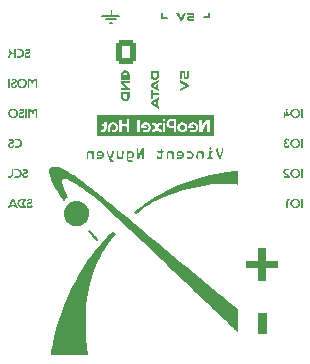
<source format=gbo>
G04 #@! TF.GenerationSoftware,KiCad,Pcbnew,7.0.1*
G04 #@! TF.CreationDate,2023-08-13T17:58:05+02:00*
G04 #@! TF.ProjectId,neopixel_cots_hat,6e656f70-6978-4656-9c5f-636f74735f68,1*
G04 #@! TF.SameCoordinates,Original*
G04 #@! TF.FileFunction,Legend,Bot*
G04 #@! TF.FilePolarity,Positive*
%FSLAX46Y46*%
G04 Gerber Fmt 4.6, Leading zero omitted, Abs format (unit mm)*
G04 Created by KiCad (PCBNEW 7.0.1) date 2023-08-13 17:58:05*
%MOMM*%
%LPD*%
G01*
G04 APERTURE LIST*
G04 Aperture macros list*
%AMRoundRect*
0 Rectangle with rounded corners*
0 $1 Rounding radius*
0 $2 $3 $4 $5 $6 $7 $8 $9 X,Y pos of 4 corners*
0 Add a 4 corners polygon primitive as box body*
4,1,4,$2,$3,$4,$5,$6,$7,$8,$9,$2,$3,0*
0 Add four circle primitives for the rounded corners*
1,1,$1+$1,$2,$3*
1,1,$1+$1,$4,$5*
1,1,$1+$1,$6,$7*
1,1,$1+$1,$8,$9*
0 Add four rect primitives between the rounded corners*
20,1,$1+$1,$2,$3,$4,$5,0*
20,1,$1+$1,$4,$5,$6,$7,0*
20,1,$1+$1,$6,$7,$8,$9,0*
20,1,$1+$1,$8,$9,$2,$3,0*%
G04 Aperture macros list end*
%ADD10C,0.160000*%
%ADD11C,0.100000*%
%ADD12C,0.150000*%
%ADD13C,0.120000*%
%ADD14C,3.800000*%
%ADD15R,3.800000X3.800000*%
%ADD16O,2.000000X2.000000*%
%ADD17O,1.700000X1.700000*%
%ADD18R,2.000000X2.000000*%
%ADD19RoundRect,0.250000X-0.600000X-0.725000X0.600000X-0.725000X0.600000X0.725000X-0.600000X0.725000X0*%
%ADD20O,1.700000X1.950000*%
G04 APERTURE END LIST*
D10*
G36*
X109223795Y-61559173D02*
G01*
X109223795Y-61771420D01*
X109459245Y-62363709D01*
X109463167Y-62372875D01*
X109469057Y-62383694D01*
X109475704Y-62392910D01*
X109483105Y-62400524D01*
X109491263Y-62406534D01*
X109500176Y-62410942D01*
X109509844Y-62413747D01*
X109520268Y-62414949D01*
X109522992Y-62415000D01*
X109534052Y-62414187D01*
X109544272Y-62411748D01*
X109553653Y-62407684D01*
X109562193Y-62401994D01*
X109569895Y-62394678D01*
X109576756Y-62385736D01*
X109582779Y-62375169D01*
X109586744Y-62366176D01*
X109587961Y-62362976D01*
X109821946Y-61771420D01*
X109821946Y-61559173D01*
X109821276Y-61549115D01*
X109818802Y-61538119D01*
X109814504Y-61527917D01*
X109808383Y-61518510D01*
X109802895Y-61512278D01*
X109795384Y-61505638D01*
X109785928Y-61499627D01*
X109775723Y-61495486D01*
X109764770Y-61493216D01*
X109756489Y-61492739D01*
X109746605Y-61493425D01*
X109735791Y-61495963D01*
X109725748Y-61500371D01*
X109716477Y-61506649D01*
X109710327Y-61512278D01*
X109703769Y-61519806D01*
X109697834Y-61529326D01*
X109693745Y-61539641D01*
X109691503Y-61550750D01*
X109691032Y-61559173D01*
X109691032Y-61744553D01*
X109522992Y-62168070D01*
X109354953Y-61746018D01*
X109354953Y-61559173D01*
X109354284Y-61549115D01*
X109351809Y-61538119D01*
X109347512Y-61527917D01*
X109341391Y-61518510D01*
X109335902Y-61512278D01*
X109328392Y-61505638D01*
X109318935Y-61499627D01*
X109308730Y-61495486D01*
X109297778Y-61493216D01*
X109289496Y-61492739D01*
X109279530Y-61493425D01*
X109268641Y-61495963D01*
X109258546Y-61500371D01*
X109249246Y-61506649D01*
X109243090Y-61512278D01*
X109236533Y-61519806D01*
X109230597Y-61529326D01*
X109226508Y-61539641D01*
X109224266Y-61550750D01*
X109223795Y-61559173D01*
G37*
G36*
X108739706Y-61430212D02*
G01*
X108679133Y-61430212D01*
X108669167Y-61430908D01*
X108658278Y-61433477D01*
X108648183Y-61437940D01*
X108638883Y-61444297D01*
X108632727Y-61449996D01*
X108626253Y-61457698D01*
X108620393Y-61467400D01*
X108616355Y-61477874D01*
X108614346Y-61487465D01*
X108613676Y-61497623D01*
X108613676Y-61548914D01*
X108614346Y-61559181D01*
X108616355Y-61568916D01*
X108619704Y-61578118D01*
X108624392Y-61586787D01*
X108630420Y-61594925D01*
X108632727Y-61597519D01*
X108640163Y-61604408D01*
X108649577Y-61610644D01*
X108659785Y-61614940D01*
X108670788Y-61617296D01*
X108679133Y-61617791D01*
X108741171Y-61617791D01*
X108751386Y-61617061D01*
X108760966Y-61614871D01*
X108771340Y-61610472D01*
X108779543Y-61605120D01*
X108787110Y-61598307D01*
X108788310Y-61597030D01*
X108794684Y-61588982D01*
X108799702Y-61580590D01*
X108803841Y-61570365D01*
X108806133Y-61559672D01*
X108806628Y-61550136D01*
X108805163Y-61497623D01*
X108804493Y-61487465D01*
X108802484Y-61477874D01*
X108798447Y-61467400D01*
X108792586Y-61457698D01*
X108786112Y-61449996D01*
X108778676Y-61443273D01*
X108769262Y-61437187D01*
X108759054Y-61432994D01*
X108748051Y-61430695D01*
X108739706Y-61430212D01*
G37*
G36*
X108504744Y-62415000D02*
G01*
X108856454Y-62415000D01*
X108866346Y-62414364D01*
X108877191Y-62412017D01*
X108887289Y-62407939D01*
X108896639Y-62402132D01*
X108902860Y-62396926D01*
X108910283Y-62388537D01*
X108915883Y-62379401D01*
X108919660Y-62369517D01*
X108921613Y-62358885D01*
X108921911Y-62352473D01*
X108920999Y-62341604D01*
X108918264Y-62331436D01*
X108913706Y-62321969D01*
X108907325Y-62313204D01*
X108902860Y-62308510D01*
X108895349Y-62302201D01*
X108885893Y-62296491D01*
X108875688Y-62292558D01*
X108864735Y-62290400D01*
X108856454Y-62289947D01*
X108746056Y-62289947D01*
X108746056Y-61867896D01*
X108855233Y-61867896D01*
X108865124Y-61867252D01*
X108875970Y-61864872D01*
X108886068Y-61860740D01*
X108895418Y-61854855D01*
X108901639Y-61849577D01*
X108909062Y-61841236D01*
X108914662Y-61832240D01*
X108918438Y-61822589D01*
X108920392Y-61812284D01*
X108920690Y-61806102D01*
X108919778Y-61795031D01*
X108917043Y-61784684D01*
X108912485Y-61775062D01*
X108906104Y-61766165D01*
X108901639Y-61761406D01*
X108894128Y-61755097D01*
X108884671Y-61749387D01*
X108874467Y-61745454D01*
X108863514Y-61743296D01*
X108855233Y-61742843D01*
X108679133Y-61742843D01*
X108669167Y-61743539D01*
X108658278Y-61746108D01*
X108648183Y-61750571D01*
X108638883Y-61756927D01*
X108632727Y-61762627D01*
X108626253Y-61770312D01*
X108620393Y-61779951D01*
X108616355Y-61790314D01*
X108614141Y-61801402D01*
X108613676Y-61809766D01*
X108613676Y-62289947D01*
X108506209Y-62289947D01*
X108496300Y-62290591D01*
X108485391Y-62292970D01*
X108475183Y-62297103D01*
X108465676Y-62302988D01*
X108459315Y-62308265D01*
X108452509Y-62315326D01*
X108446348Y-62324281D01*
X108442103Y-62334006D01*
X108439776Y-62344503D01*
X108439287Y-62352473D01*
X108440222Y-62363533D01*
X108443027Y-62373845D01*
X108447702Y-62383408D01*
X108454247Y-62392224D01*
X108458826Y-62396926D01*
X108467702Y-62403968D01*
X108477232Y-62409281D01*
X108487417Y-62412864D01*
X108498256Y-62414717D01*
X108504744Y-62415000D01*
G37*
G36*
X107849196Y-61882550D02*
G01*
X108002092Y-61958754D01*
X108002092Y-62345879D01*
X108002779Y-62356146D01*
X108004840Y-62365880D01*
X108008275Y-62375082D01*
X108013083Y-62383752D01*
X108019266Y-62391889D01*
X108021632Y-62394483D01*
X108029134Y-62401455D01*
X108038559Y-62407767D01*
X108048708Y-62412114D01*
X108059583Y-62414499D01*
X108067794Y-62415000D01*
X108079007Y-62414076D01*
X108089566Y-62411306D01*
X108099470Y-62406690D01*
X108108720Y-62400227D01*
X108113711Y-62395704D01*
X108120352Y-62388228D01*
X108126362Y-62378898D01*
X108130503Y-62368914D01*
X108132774Y-62358275D01*
X108133251Y-62350275D01*
X108133251Y-61809033D01*
X108132581Y-61799216D01*
X108130107Y-61788413D01*
X108125809Y-61778312D01*
X108119688Y-61768912D01*
X108114200Y-61762627D01*
X108106764Y-61755903D01*
X108097350Y-61749818D01*
X108087142Y-61745625D01*
X108076139Y-61743326D01*
X108067794Y-61742843D01*
X108056485Y-61743766D01*
X108045855Y-61746536D01*
X108035902Y-61751153D01*
X108026627Y-61757616D01*
X108021632Y-61762138D01*
X108014991Y-61769540D01*
X108008981Y-61778827D01*
X108004840Y-61788814D01*
X108002569Y-61799503D01*
X108002092Y-61807568D01*
X108002092Y-61830771D01*
X107908791Y-61776549D01*
X107898411Y-61770525D01*
X107887786Y-61765094D01*
X107876916Y-61760256D01*
X107865801Y-61756009D01*
X107854441Y-61752356D01*
X107842837Y-61749295D01*
X107830988Y-61746826D01*
X107818895Y-61744950D01*
X107806557Y-61743666D01*
X107793973Y-61742975D01*
X107785449Y-61742843D01*
X107731715Y-61742843D01*
X107718423Y-61743288D01*
X107705475Y-61744621D01*
X107692869Y-61746842D01*
X107680608Y-61749953D01*
X107668689Y-61753952D01*
X107657114Y-61758840D01*
X107645883Y-61764617D01*
X107634995Y-61771282D01*
X107624451Y-61778836D01*
X107614250Y-61787279D01*
X107607640Y-61793401D01*
X107598230Y-61803041D01*
X107589691Y-61813094D01*
X107582024Y-61823558D01*
X107575228Y-61834434D01*
X107569304Y-61845723D01*
X107564252Y-61857424D01*
X107560071Y-61869537D01*
X107556761Y-61882062D01*
X107554323Y-61894999D01*
X107552757Y-61908348D01*
X107552197Y-61917477D01*
X107536321Y-62350031D01*
X107537066Y-62361232D01*
X107539727Y-62371756D01*
X107544305Y-62381602D01*
X107550800Y-62390770D01*
X107555372Y-62395704D01*
X107562891Y-62402262D01*
X107572380Y-62408197D01*
X107582640Y-62412286D01*
X107593671Y-62414528D01*
X107602022Y-62415000D01*
X107612867Y-62414170D01*
X107623173Y-62411680D01*
X107632942Y-62407531D01*
X107642174Y-62401723D01*
X107647207Y-62397658D01*
X107654856Y-62389369D01*
X107660705Y-62379887D01*
X107664754Y-62369213D01*
X107666791Y-62359115D01*
X107667480Y-62350031D01*
X107684577Y-61920652D01*
X107685817Y-61908287D01*
X107688683Y-61897571D01*
X107693175Y-61888504D01*
X107701076Y-61879488D01*
X107711517Y-61873048D01*
X107721699Y-61869750D01*
X107733506Y-61868102D01*
X107740020Y-61867896D01*
X107796196Y-61867896D01*
X107806996Y-61868597D01*
X107818241Y-61870700D01*
X107828233Y-61873620D01*
X107838552Y-61877570D01*
X107849196Y-61882550D01*
G37*
G36*
X106755477Y-62415000D02*
G01*
X107002162Y-62415000D01*
X107014763Y-62414641D01*
X107027012Y-62413566D01*
X107038909Y-62411773D01*
X107050453Y-62409264D01*
X107061646Y-62406037D01*
X107072487Y-62402094D01*
X107082975Y-62397433D01*
X107093112Y-62392056D01*
X107102896Y-62385962D01*
X107112329Y-62379150D01*
X107118422Y-62374211D01*
X107230529Y-62277735D01*
X107240568Y-62268744D01*
X107249620Y-62259174D01*
X107257684Y-62249023D01*
X107264761Y-62238294D01*
X107270851Y-62226984D01*
X107275953Y-62215095D01*
X107280067Y-62202627D01*
X107283194Y-62189579D01*
X107285333Y-62175951D01*
X107286486Y-62161744D01*
X107286705Y-62151950D01*
X107286705Y-62003206D01*
X107286647Y-61989050D01*
X107285374Y-61975251D01*
X107282886Y-61961808D01*
X107279183Y-61948721D01*
X107274265Y-61935990D01*
X107268132Y-61923616D01*
X107260784Y-61911599D01*
X107252221Y-61899937D01*
X107245837Y-61892361D01*
X107238913Y-61884943D01*
X107231450Y-61877683D01*
X107223446Y-61870582D01*
X107122330Y-61784120D01*
X107112696Y-61776744D01*
X107102938Y-61770092D01*
X107093055Y-61764167D01*
X107083048Y-61758967D01*
X107072917Y-61754493D01*
X107062661Y-61750744D01*
X107052280Y-61747721D01*
X107041775Y-61745423D01*
X107031146Y-61743851D01*
X107020392Y-61743004D01*
X107013153Y-61742843D01*
X106754011Y-61742843D01*
X106744128Y-61743487D01*
X106733314Y-61745866D01*
X106723271Y-61749999D01*
X106714000Y-61755884D01*
X106707849Y-61761161D01*
X106700331Y-61769454D01*
X106694659Y-61778519D01*
X106690834Y-61788355D01*
X106688856Y-61798962D01*
X106688554Y-61805369D01*
X106689233Y-61815127D01*
X106691739Y-61825707D01*
X106696091Y-61835423D01*
X106702291Y-61844273D01*
X106707849Y-61850066D01*
X106716570Y-61857013D01*
X106726062Y-61862254D01*
X106736325Y-61865789D01*
X106747360Y-61867617D01*
X106754011Y-61867896D01*
X107002162Y-61867896D01*
X107012222Y-61868949D01*
X107022129Y-61872109D01*
X107031883Y-61877375D01*
X107040293Y-61883711D01*
X107041485Y-61884748D01*
X107134297Y-61964860D01*
X107142101Y-61972913D01*
X107147988Y-61982111D01*
X107151959Y-61992454D01*
X107153836Y-62002231D01*
X107154325Y-62011022D01*
X107154325Y-62153660D01*
X107153127Y-62164187D01*
X107149534Y-62173787D01*
X107143545Y-62182459D01*
X107139182Y-62186877D01*
X107037577Y-62274560D01*
X107029548Y-62280556D01*
X107020420Y-62285079D01*
X107010194Y-62288129D01*
X106998869Y-62289707D01*
X106991904Y-62289947D01*
X106755477Y-62289947D01*
X106744264Y-62290824D01*
X106733705Y-62293453D01*
X106723801Y-62297836D01*
X106714551Y-62303972D01*
X106709559Y-62308265D01*
X106701946Y-62316558D01*
X106696202Y-62325623D01*
X106692329Y-62335459D01*
X106690325Y-62346066D01*
X106690020Y-62352473D01*
X106690943Y-62363533D01*
X106693713Y-62373845D01*
X106698329Y-62383408D01*
X106704793Y-62392224D01*
X106709315Y-62396926D01*
X106718035Y-62403968D01*
X106727527Y-62409281D01*
X106737790Y-62412864D01*
X106748825Y-62414717D01*
X106755477Y-62415000D01*
G37*
G36*
X106229061Y-61742999D02*
G01*
X106240152Y-61743815D01*
X106251054Y-61745331D01*
X106261768Y-61747547D01*
X106272292Y-61750463D01*
X106282627Y-61754079D01*
X106292774Y-61758395D01*
X106302732Y-61763410D01*
X106312500Y-61769125D01*
X106322080Y-61775540D01*
X106331471Y-61782655D01*
X106379587Y-61820024D01*
X106381348Y-61821445D01*
X106389860Y-61829060D01*
X106397882Y-61837521D01*
X106405416Y-61846830D01*
X106411091Y-61854886D01*
X106416452Y-61863484D01*
X106421501Y-61872624D01*
X106426237Y-61882306D01*
X106430473Y-61891953D01*
X106434974Y-61903326D01*
X106438593Y-61913935D01*
X106441328Y-61923781D01*
X106443447Y-61934589D01*
X106444311Y-61945809D01*
X106444311Y-62207882D01*
X106444295Y-62209780D01*
X106443505Y-62221389D01*
X106441941Y-62231352D01*
X106439555Y-62241577D01*
X106436346Y-62252065D01*
X106432314Y-62262815D01*
X106427459Y-62273827D01*
X106425318Y-62278195D01*
X106419665Y-62288597D01*
X106413583Y-62298259D01*
X106407071Y-62307182D01*
X106400130Y-62315366D01*
X106392760Y-62322810D01*
X106384960Y-62329515D01*
X106333669Y-62374211D01*
X106330396Y-62376946D01*
X106321524Y-62383227D01*
X106312542Y-62388499D01*
X106302290Y-62393668D01*
X106292775Y-62397897D01*
X106282378Y-62402055D01*
X106278055Y-62403622D01*
X106267345Y-62407099D01*
X106256779Y-62409943D01*
X106246355Y-62412155D01*
X106236075Y-62413735D01*
X106225938Y-62414683D01*
X106215944Y-62415000D01*
X105911618Y-62415000D01*
X105903676Y-62414552D01*
X105893059Y-62412424D01*
X105883026Y-62408542D01*
X105873578Y-62402907D01*
X105865944Y-62396681D01*
X105861308Y-62391930D01*
X105854681Y-62383083D01*
X105849947Y-62373557D01*
X105847107Y-62363354D01*
X105846161Y-62352473D01*
X105846466Y-62346066D01*
X105848469Y-62335459D01*
X105852343Y-62325623D01*
X105858087Y-62316558D01*
X105865700Y-62308265D01*
X105870692Y-62303972D01*
X105879942Y-62297836D01*
X105889846Y-62293453D01*
X105900404Y-62290824D01*
X105911618Y-62289947D01*
X106208373Y-62289947D01*
X106216802Y-62289226D01*
X106226875Y-62286561D01*
X106237205Y-62281933D01*
X106246264Y-62276403D01*
X106255512Y-62269431D01*
X106289217Y-62239633D01*
X106291968Y-62237159D01*
X106299155Y-62229360D01*
X106304745Y-62220993D01*
X106308738Y-62212060D01*
X106311133Y-62202561D01*
X106311932Y-62192494D01*
X106311932Y-62164895D01*
X105911618Y-62164895D01*
X105903541Y-62164430D01*
X105892796Y-62162216D01*
X105882705Y-62158179D01*
X105873268Y-62152318D01*
X105865700Y-62145844D01*
X105861121Y-62140913D01*
X105854576Y-62131770D01*
X105849901Y-62121973D01*
X105847096Y-62111521D01*
X105846161Y-62100415D01*
X105846161Y-62039842D01*
X105975854Y-62039842D01*
X106310711Y-62039842D01*
X106310711Y-61954846D01*
X106310537Y-61950344D01*
X106308779Y-61940439D01*
X106304451Y-61930151D01*
X106298636Y-61922050D01*
X106290927Y-61914790D01*
X106256977Y-61885237D01*
X106251970Y-61881172D01*
X106242914Y-61875364D01*
X106233484Y-61871215D01*
X106223680Y-61868725D01*
X106213502Y-61867896D01*
X106068422Y-61867896D01*
X106062701Y-61868390D01*
X106052927Y-61871241D01*
X106043749Y-61875814D01*
X106035417Y-61881278D01*
X106026656Y-61888168D01*
X105993195Y-61918698D01*
X105987302Y-61924983D01*
X105981967Y-61933619D01*
X105978292Y-61943657D01*
X105976463Y-61953377D01*
X105975854Y-61964127D01*
X105975854Y-62039842D01*
X105846161Y-62039842D01*
X105846161Y-61963639D01*
X105846209Y-61958367D01*
X105846592Y-61948067D01*
X105847359Y-61938091D01*
X105849229Y-61923736D01*
X105851962Y-61910110D01*
X105855557Y-61897214D01*
X105860016Y-61885048D01*
X105865338Y-61873612D01*
X105871522Y-61862906D01*
X105878570Y-61852930D01*
X105886480Y-61843684D01*
X105895253Y-61835167D01*
X105938484Y-61794867D01*
X105945626Y-61788567D01*
X105956441Y-61779880D01*
X105967381Y-61772107D01*
X105978446Y-61765248D01*
X105989635Y-61759304D01*
X106000949Y-61754274D01*
X106012387Y-61750159D01*
X106023950Y-61746958D01*
X106035637Y-61744672D01*
X106047448Y-61743300D01*
X106059385Y-61742843D01*
X106221562Y-61742843D01*
X106229061Y-61742999D01*
G37*
G36*
X105313955Y-61882550D02*
G01*
X105466851Y-61958754D01*
X105466851Y-62345879D01*
X105467538Y-62356146D01*
X105469599Y-62365880D01*
X105473034Y-62375082D01*
X105477842Y-62383752D01*
X105484025Y-62391889D01*
X105486391Y-62394483D01*
X105493893Y-62401455D01*
X105503318Y-62407767D01*
X105513468Y-62412114D01*
X105524342Y-62414499D01*
X105532553Y-62415000D01*
X105543766Y-62414076D01*
X105554325Y-62411306D01*
X105564229Y-62406690D01*
X105573479Y-62400227D01*
X105578470Y-62395704D01*
X105585111Y-62388228D01*
X105591121Y-62378898D01*
X105595262Y-62368914D01*
X105597533Y-62358275D01*
X105598010Y-62350275D01*
X105598010Y-61809033D01*
X105597340Y-61799216D01*
X105594866Y-61788413D01*
X105590568Y-61778312D01*
X105584447Y-61768912D01*
X105578959Y-61762627D01*
X105571523Y-61755903D01*
X105562110Y-61749818D01*
X105551901Y-61745625D01*
X105540899Y-61743326D01*
X105532553Y-61742843D01*
X105521244Y-61743766D01*
X105510614Y-61746536D01*
X105500661Y-61751153D01*
X105491386Y-61757616D01*
X105486391Y-61762138D01*
X105479751Y-61769540D01*
X105473740Y-61778827D01*
X105469599Y-61788814D01*
X105467329Y-61799503D01*
X105466851Y-61807568D01*
X105466851Y-61830771D01*
X105373551Y-61776549D01*
X105363170Y-61770525D01*
X105352545Y-61765094D01*
X105341675Y-61760256D01*
X105330560Y-61756009D01*
X105319201Y-61752356D01*
X105307597Y-61749295D01*
X105295748Y-61746826D01*
X105283654Y-61744950D01*
X105271316Y-61743666D01*
X105258733Y-61742975D01*
X105250208Y-61742843D01*
X105196475Y-61742843D01*
X105183183Y-61743288D01*
X105170234Y-61744621D01*
X105157629Y-61746842D01*
X105145367Y-61749953D01*
X105133449Y-61753952D01*
X105121874Y-61758840D01*
X105110642Y-61764617D01*
X105099754Y-61771282D01*
X105089210Y-61778836D01*
X105079009Y-61787279D01*
X105072399Y-61793401D01*
X105062989Y-61803041D01*
X105054450Y-61813094D01*
X105046783Y-61823558D01*
X105039988Y-61834434D01*
X105034063Y-61845723D01*
X105029011Y-61857424D01*
X105024830Y-61869537D01*
X105021520Y-61882062D01*
X105019083Y-61894999D01*
X105017516Y-61908348D01*
X105016956Y-61917477D01*
X105001080Y-62350031D01*
X105001825Y-62361232D01*
X105004486Y-62371756D01*
X105009065Y-62381602D01*
X105015559Y-62390770D01*
X105020131Y-62395704D01*
X105027650Y-62402262D01*
X105037139Y-62408197D01*
X105047399Y-62412286D01*
X105058430Y-62414528D01*
X105066782Y-62415000D01*
X105077626Y-62414170D01*
X105087933Y-62411680D01*
X105097702Y-62407531D01*
X105106933Y-62401723D01*
X105111967Y-62397658D01*
X105119615Y-62389369D01*
X105125464Y-62379887D01*
X105129513Y-62369213D01*
X105131551Y-62359115D01*
X105132239Y-62350031D01*
X105149336Y-61920652D01*
X105150576Y-61908287D01*
X105153442Y-61897571D01*
X105157934Y-61888504D01*
X105165835Y-61879488D01*
X105176276Y-61873048D01*
X105186458Y-61869750D01*
X105198265Y-61868102D01*
X105204779Y-61867896D01*
X105260955Y-61867896D01*
X105271756Y-61868597D01*
X105283001Y-61870700D01*
X105292993Y-61873620D01*
X105303311Y-61877570D01*
X105313955Y-61882550D01*
G37*
G36*
X104339671Y-62415000D02*
G01*
X104455198Y-62415000D01*
X104468985Y-62414534D01*
X104482412Y-62413136D01*
X104495478Y-62410807D01*
X104508183Y-62407546D01*
X104520528Y-62403354D01*
X104532512Y-62398230D01*
X104544135Y-62392174D01*
X104555398Y-62385187D01*
X104566300Y-62377268D01*
X104576842Y-62368417D01*
X104583669Y-62361999D01*
X104593272Y-62351829D01*
X104601930Y-62341285D01*
X104609644Y-62330368D01*
X104616413Y-62319077D01*
X104622238Y-62307413D01*
X104627118Y-62295375D01*
X104631053Y-62282964D01*
X104634044Y-62270179D01*
X104636091Y-62257020D01*
X104637193Y-62243489D01*
X104637403Y-62234260D01*
X104637403Y-61867896D01*
X104688694Y-61867896D01*
X104698586Y-61867269D01*
X104709432Y-61864953D01*
X104719529Y-61860931D01*
X104728879Y-61855202D01*
X104735100Y-61850066D01*
X104742523Y-61841833D01*
X104748123Y-61832735D01*
X104751900Y-61822772D01*
X104753853Y-61811945D01*
X104754151Y-61805369D01*
X104753239Y-61794321D01*
X104750504Y-61784045D01*
X104745946Y-61774540D01*
X104739565Y-61765806D01*
X104735100Y-61761161D01*
X104726284Y-61754024D01*
X104716721Y-61748639D01*
X104706409Y-61745008D01*
X104695349Y-61743129D01*
X104688694Y-61742843D01*
X104636182Y-61742843D01*
X104636182Y-61606311D01*
X104635512Y-61596245D01*
X104633037Y-61585217D01*
X104628740Y-61574961D01*
X104622619Y-61565475D01*
X104617131Y-61559173D01*
X104609620Y-61552532D01*
X104600163Y-61546522D01*
X104589959Y-61542381D01*
X104579006Y-61540110D01*
X104570724Y-61539633D01*
X104559690Y-61540580D01*
X104549240Y-61543420D01*
X104539374Y-61548153D01*
X104530092Y-61554780D01*
X104525051Y-61559417D01*
X104518245Y-61567093D01*
X104512847Y-61575285D01*
X104508329Y-61585493D01*
X104505727Y-61596402D01*
X104505023Y-61606311D01*
X104505023Y-61742843D01*
X104280564Y-61742843D01*
X104269351Y-61743731D01*
X104258792Y-61746396D01*
X104248888Y-61750837D01*
X104239638Y-61757055D01*
X104234646Y-61761406D01*
X104227033Y-61769770D01*
X104221289Y-61778837D01*
X104217416Y-61788604D01*
X104215412Y-61799072D01*
X104215107Y-61805369D01*
X104216042Y-61816429D01*
X104218847Y-61826741D01*
X104223522Y-61836304D01*
X104230067Y-61845120D01*
X104234646Y-61849822D01*
X104243522Y-61856864D01*
X104253052Y-61862177D01*
X104263237Y-61865760D01*
X104274076Y-61867613D01*
X104280564Y-61867896D01*
X104506489Y-61867896D01*
X104506489Y-62239389D01*
X104505542Y-62249311D01*
X104502215Y-62259671D01*
X104497246Y-62268166D01*
X104491346Y-62275048D01*
X104483316Y-62281567D01*
X104474615Y-62286222D01*
X104465242Y-62289016D01*
X104455198Y-62289947D01*
X104342357Y-62289947D01*
X104330378Y-62288802D01*
X104319627Y-62285368D01*
X104310104Y-62279643D01*
X104301809Y-62271629D01*
X104296058Y-62263569D01*
X104291093Y-62254043D01*
X104286914Y-62243053D01*
X104282602Y-62232062D01*
X104277236Y-62222536D01*
X104270817Y-62214476D01*
X104263345Y-62207882D01*
X104254819Y-62202752D01*
X104245240Y-62199089D01*
X104234608Y-62196891D01*
X104222923Y-62196158D01*
X104212567Y-62196802D01*
X104202933Y-62198734D01*
X104192605Y-62202616D01*
X104183258Y-62208251D01*
X104176028Y-62214476D01*
X104168795Y-62222828D01*
X104163339Y-62232067D01*
X104159659Y-62242195D01*
X104157756Y-62253212D01*
X104157466Y-62259905D01*
X104157919Y-62269741D01*
X104159277Y-62279554D01*
X104161542Y-62289347D01*
X104164713Y-62299118D01*
X104168789Y-62308867D01*
X104173772Y-62318595D01*
X104179660Y-62328302D01*
X104186454Y-62337987D01*
X104194154Y-62347650D01*
X104202760Y-62357292D01*
X104209001Y-62363709D01*
X104218865Y-62372875D01*
X104229222Y-62381139D01*
X104240074Y-62388502D01*
X104251419Y-62394964D01*
X104263258Y-62400524D01*
X104275590Y-62405182D01*
X104288417Y-62408939D01*
X104301737Y-62411794D01*
X104315551Y-62413747D01*
X104329858Y-62414799D01*
X104339671Y-62415000D01*
G37*
G36*
X102465840Y-61559173D02*
G01*
X102465840Y-62415000D01*
X102634123Y-62415000D01*
X102931611Y-61740889D01*
X102931611Y-62350031D01*
X102932289Y-62359831D01*
X102934795Y-62370570D01*
X102939148Y-62380561D01*
X102945347Y-62389804D01*
X102950906Y-62395949D01*
X102958342Y-62402423D01*
X102967755Y-62408283D01*
X102977963Y-62412320D01*
X102988966Y-62414534D01*
X102997312Y-62415000D01*
X103007204Y-62414330D01*
X103018050Y-62411855D01*
X103028148Y-62407558D01*
X103037498Y-62401437D01*
X103043718Y-62395949D01*
X103050193Y-62388521D01*
X103056053Y-62379139D01*
X103060090Y-62368986D01*
X103062304Y-62358062D01*
X103062769Y-62349787D01*
X103062769Y-61492739D01*
X102896684Y-61492739D01*
X102598464Y-62167093D01*
X102598464Y-61559173D01*
X102597768Y-61549347D01*
X102595198Y-61538512D01*
X102590736Y-61528356D01*
X102584379Y-61518878D01*
X102578680Y-61512522D01*
X102570920Y-61505799D01*
X102562663Y-61500467D01*
X102552400Y-61496004D01*
X102541459Y-61493434D01*
X102531541Y-61492739D01*
X102521575Y-61493425D01*
X102510685Y-61495963D01*
X102500591Y-61500371D01*
X102491291Y-61506649D01*
X102485135Y-61512278D01*
X102478577Y-61519806D01*
X102472642Y-61529326D01*
X102468553Y-61539641D01*
X102466311Y-61550750D01*
X102465840Y-61559173D01*
G37*
G36*
X102000881Y-61743022D02*
G01*
X102013919Y-61743958D01*
X102026630Y-61745698D01*
X102039015Y-61748240D01*
X102051073Y-61751585D01*
X102062806Y-61755733D01*
X102074211Y-61760684D01*
X102085291Y-61766438D01*
X102096045Y-61772995D01*
X102106472Y-61780354D01*
X102116572Y-61788517D01*
X102163955Y-61829061D01*
X102166740Y-61831457D01*
X102174809Y-61839548D01*
X102181205Y-61847327D01*
X102187303Y-61856049D01*
X102193102Y-61865712D01*
X102198604Y-61876318D01*
X102202790Y-61885481D01*
X102206568Y-61895014D01*
X102209843Y-61904685D01*
X102212613Y-61914492D01*
X102214880Y-61924438D01*
X102216643Y-61934520D01*
X102217903Y-61944740D01*
X102218658Y-61955098D01*
X102218910Y-61965593D01*
X102218910Y-62155614D01*
X102218847Y-62159954D01*
X102218139Y-62170846D01*
X102216643Y-62181797D01*
X102214361Y-62192808D01*
X102211291Y-62203879D01*
X102207434Y-62215010D01*
X102202790Y-62226200D01*
X102197527Y-62236932D01*
X102191966Y-62246841D01*
X102186107Y-62255928D01*
X102179950Y-62264191D01*
X102172167Y-62273021D01*
X102163955Y-62280666D01*
X102120724Y-62319012D01*
X102113524Y-62324957D01*
X102102512Y-62333155D01*
X102091247Y-62340490D01*
X102079729Y-62346962D01*
X102067958Y-62352572D01*
X102055933Y-62357318D01*
X102043654Y-62361201D01*
X102031123Y-62364222D01*
X102018338Y-62366379D01*
X102005300Y-62367673D01*
X101992009Y-62368105D01*
X101903593Y-62368105D01*
X101893618Y-62367841D01*
X101883721Y-62367048D01*
X101873903Y-62365726D01*
X101864163Y-62363876D01*
X101854501Y-62361498D01*
X101844917Y-62358591D01*
X101835412Y-62355155D01*
X101825984Y-62351191D01*
X101816635Y-62346698D01*
X101807365Y-62341677D01*
X101798172Y-62336127D01*
X101789058Y-62330049D01*
X101780022Y-62323442D01*
X101771064Y-62316306D01*
X101762185Y-62308642D01*
X101753383Y-62300450D01*
X101753383Y-62457498D01*
X101753984Y-62465000D01*
X101757140Y-62475190D01*
X101763000Y-62484105D01*
X101770480Y-62490959D01*
X101809803Y-62524909D01*
X101818733Y-62531534D01*
X101827938Y-62536266D01*
X101837418Y-62539105D01*
X101847173Y-62540052D01*
X102097277Y-62540052D01*
X102103933Y-62540330D01*
X102114992Y-62542159D01*
X102125304Y-62545693D01*
X102134868Y-62550934D01*
X102143683Y-62557882D01*
X102148148Y-62562530D01*
X102154530Y-62571289D01*
X102159088Y-62580842D01*
X102161823Y-62591191D01*
X102162734Y-62602334D01*
X102162437Y-62608909D01*
X102160483Y-62619737D01*
X102156706Y-62629699D01*
X102151106Y-62638797D01*
X102143683Y-62647030D01*
X102137463Y-62652237D01*
X102128113Y-62658044D01*
X102118015Y-62662121D01*
X102107169Y-62664469D01*
X102097277Y-62665104D01*
X101847173Y-62665104D01*
X101835935Y-62664675D01*
X101824389Y-62663387D01*
X101814531Y-62661658D01*
X101804459Y-62659332D01*
X101794171Y-62656410D01*
X101783669Y-62652892D01*
X101775361Y-62649824D01*
X101765652Y-62645774D01*
X101756695Y-62641485D01*
X101746938Y-62636024D01*
X101738262Y-62630219D01*
X101730669Y-62624071D01*
X101684018Y-62583771D01*
X101680217Y-62580345D01*
X101672975Y-62573364D01*
X101666216Y-62566208D01*
X101656984Y-62555149D01*
X101648837Y-62543699D01*
X101641777Y-62531859D01*
X101635803Y-62519628D01*
X101630915Y-62507007D01*
X101627113Y-62493994D01*
X101624397Y-62480591D01*
X101622768Y-62466797D01*
X101622225Y-62452613D01*
X101622225Y-62099926D01*
X101753383Y-62099926D01*
X101753457Y-62102715D01*
X101755220Y-62113469D01*
X101759334Y-62123582D01*
X101764862Y-62131906D01*
X101772190Y-62139738D01*
X101863293Y-62223025D01*
X101866083Y-62225450D01*
X101874238Y-62231787D01*
X101883339Y-62237400D01*
X101893196Y-62241468D01*
X101903593Y-62243053D01*
X101997626Y-62243053D01*
X102002869Y-62242725D01*
X102013211Y-62240101D01*
X102022356Y-62235496D01*
X102030355Y-62229619D01*
X102067724Y-62194937D01*
X102070179Y-62192609D01*
X102077523Y-62184341D01*
X102082928Y-62175886D01*
X102086729Y-62165994D01*
X102087996Y-62155858D01*
X102087996Y-61958754D01*
X102087717Y-61952274D01*
X102085889Y-61941779D01*
X102082355Y-61932358D01*
X102077114Y-61924014D01*
X102070166Y-61916744D01*
X102034263Y-61886458D01*
X102028988Y-61882107D01*
X102019649Y-61875890D01*
X102010168Y-61871448D01*
X102000548Y-61868784D01*
X101990787Y-61867896D01*
X101913118Y-61867896D01*
X101906661Y-61868166D01*
X101896022Y-61869945D01*
X101886225Y-61873382D01*
X101877269Y-61878480D01*
X101869154Y-61885237D01*
X101774632Y-61969989D01*
X101768511Y-61975999D01*
X101761684Y-61985113D01*
X101756890Y-61995046D01*
X101754130Y-62005796D01*
X101753383Y-62015662D01*
X101753383Y-62099926D01*
X101622225Y-62099926D01*
X101622225Y-61808056D01*
X101622708Y-61799716D01*
X101625007Y-61788742D01*
X101629199Y-61778585D01*
X101635285Y-61769247D01*
X101642009Y-61761894D01*
X101648376Y-61756406D01*
X101657911Y-61750285D01*
X101668171Y-61745987D01*
X101679155Y-61743513D01*
X101689147Y-61742843D01*
X101697224Y-61743308D01*
X101707969Y-61745522D01*
X101718061Y-61749559D01*
X101727497Y-61755420D01*
X101735065Y-61761894D01*
X101739645Y-61766714D01*
X101746190Y-61775718D01*
X101750864Y-61785447D01*
X101753669Y-61795901D01*
X101754604Y-61807079D01*
X101754360Y-61811475D01*
X101780250Y-61790471D01*
X101787536Y-61784703D01*
X101798655Y-61776750D01*
X101810002Y-61769634D01*
X101821576Y-61763355D01*
X101833378Y-61757913D01*
X101845407Y-61753308D01*
X101857663Y-61749541D01*
X101870148Y-61746611D01*
X101882860Y-61744518D01*
X101895799Y-61743262D01*
X101908966Y-61742843D01*
X101992009Y-61742843D01*
X102000881Y-61743022D01*
G37*
G36*
X101092706Y-62289947D02*
G01*
X100904151Y-62183702D01*
X100904151Y-61811720D01*
X100903481Y-61801461D01*
X100901472Y-61791753D01*
X100897435Y-61781121D01*
X100892523Y-61772603D01*
X100886272Y-61764634D01*
X100885100Y-61763360D01*
X100877664Y-61756387D01*
X100868251Y-61750076D01*
X100858042Y-61745728D01*
X100847040Y-61743344D01*
X100838694Y-61742843D01*
X100828645Y-61743539D01*
X100817680Y-61746108D01*
X100807534Y-61750571D01*
X100798206Y-61756927D01*
X100792043Y-61762627D01*
X100785569Y-61770212D01*
X100779709Y-61779712D01*
X100775671Y-61789913D01*
X100773458Y-61800816D01*
X100772992Y-61809033D01*
X100772992Y-62350275D01*
X100773927Y-62361382D01*
X100776732Y-62371833D01*
X100781407Y-62381631D01*
X100787952Y-62390774D01*
X100792532Y-62395704D01*
X100800108Y-62402262D01*
X100809577Y-62408197D01*
X100819723Y-62412286D01*
X100830547Y-62414528D01*
X100838694Y-62415000D01*
X100850002Y-62414018D01*
X100860633Y-62411073D01*
X100870585Y-62406164D01*
X100878577Y-62400394D01*
X100884856Y-62394483D01*
X100891413Y-62386523D01*
X100896614Y-62378031D01*
X100900458Y-62369006D01*
X100902945Y-62359450D01*
X100904075Y-62349360D01*
X100904151Y-62345879D01*
X100904151Y-62312662D01*
X100992323Y-62373478D01*
X101003745Y-62380899D01*
X101015206Y-62387589D01*
X101026706Y-62393550D01*
X101038244Y-62398780D01*
X101049821Y-62403281D01*
X101061437Y-62407052D01*
X101073091Y-62410093D01*
X101084784Y-62412404D01*
X101096515Y-62413986D01*
X101108285Y-62414837D01*
X101116154Y-62415000D01*
X101169643Y-62415000D01*
X101183334Y-62414551D01*
X101196656Y-62413205D01*
X101209609Y-62410962D01*
X101222193Y-62407821D01*
X101234408Y-62403783D01*
X101246253Y-62398848D01*
X101257729Y-62393015D01*
X101268836Y-62386286D01*
X101279574Y-62378659D01*
X101289942Y-62370134D01*
X101296649Y-62363953D01*
X101306153Y-62354136D01*
X101314790Y-62343920D01*
X101322559Y-62333305D01*
X101329462Y-62322290D01*
X101335497Y-62310876D01*
X101340664Y-62299063D01*
X101344965Y-62286851D01*
X101348398Y-62274239D01*
X101350964Y-62261228D01*
X101352663Y-62247818D01*
X101353313Y-62238656D01*
X101369922Y-61808056D01*
X101369546Y-61797033D01*
X101367137Y-61786618D01*
X101362694Y-61776811D01*
X101356218Y-61767611D01*
X101351604Y-61762627D01*
X101343844Y-61755903D01*
X101335587Y-61750571D01*
X101325324Y-61746108D01*
X101314382Y-61743539D01*
X101304465Y-61742843D01*
X101293180Y-61743778D01*
X101282619Y-61746583D01*
X101272784Y-61751258D01*
X101263673Y-61757803D01*
X101258791Y-61762383D01*
X101252208Y-61769950D01*
X101246178Y-61779387D01*
X101241923Y-61789478D01*
X101239446Y-61800224D01*
X101238764Y-61808300D01*
X101223621Y-62235481D01*
X101222776Y-62245215D01*
X101220021Y-62256704D01*
X101215403Y-62266491D01*
X101208923Y-62274575D01*
X101200581Y-62280958D01*
X101190376Y-62285639D01*
X101178309Y-62288617D01*
X101168036Y-62289734D01*
X101160606Y-62289947D01*
X101092706Y-62289947D01*
G37*
G36*
X99929378Y-61923094D02*
G01*
X100241276Y-62622362D01*
X100246145Y-62632379D01*
X100251839Y-62641062D01*
X100258358Y-62648408D01*
X100267665Y-62655713D01*
X100278259Y-62660930D01*
X100287663Y-62663602D01*
X100297891Y-62664937D01*
X100303313Y-62665104D01*
X100463293Y-62665104D01*
X100473184Y-62664469D01*
X100484030Y-62662121D01*
X100494128Y-62658044D01*
X100503478Y-62652237D01*
X100509699Y-62647030D01*
X100517122Y-62638797D01*
X100522722Y-62629699D01*
X100526498Y-62619737D01*
X100528452Y-62608909D01*
X100528750Y-62602334D01*
X100527838Y-62591191D01*
X100525103Y-62580842D01*
X100520545Y-62571289D01*
X100514164Y-62562530D01*
X100509699Y-62557882D01*
X100500883Y-62550934D01*
X100491319Y-62545693D01*
X100481008Y-62542159D01*
X100469948Y-62540330D01*
X100463293Y-62540052D01*
X100344835Y-62540052D01*
X100272295Y-62368105D01*
X100288903Y-62368105D01*
X100299562Y-62367399D01*
X100309435Y-62365281D01*
X100320670Y-62360648D01*
X100330677Y-62353808D01*
X100337798Y-62346748D01*
X100344134Y-62338276D01*
X100349682Y-62328392D01*
X100352162Y-62322920D01*
X100526063Y-61923094D01*
X100526063Y-61809033D01*
X100525410Y-61798975D01*
X100522999Y-61787979D01*
X100518812Y-61777778D01*
X100512848Y-61768371D01*
X100507500Y-61762138D01*
X100500173Y-61755581D01*
X100490930Y-61749645D01*
X100480939Y-61745557D01*
X100470200Y-61743314D01*
X100462071Y-61742843D01*
X100452079Y-61743530D01*
X100441095Y-61746068D01*
X100430835Y-61750476D01*
X100421300Y-61756754D01*
X100414932Y-61762383D01*
X100408209Y-61769910D01*
X100402123Y-61779430D01*
X100397931Y-61789745D01*
X100395632Y-61800855D01*
X100395149Y-61809277D01*
X100395149Y-61895006D01*
X100245916Y-62243053D01*
X100215630Y-62243053D01*
X100061757Y-61896960D01*
X100061757Y-61809033D01*
X100060811Y-61797892D01*
X100057971Y-61787334D01*
X100053237Y-61777362D01*
X100047673Y-61769279D01*
X100041974Y-61762871D01*
X100034289Y-61756065D01*
X100026071Y-61750667D01*
X100015811Y-61746149D01*
X100004827Y-61743547D01*
X99994835Y-61742843D01*
X99983622Y-61743778D01*
X99973063Y-61746583D01*
X99963159Y-61751258D01*
X99953909Y-61757803D01*
X99948917Y-61762383D01*
X99942277Y-61769959D01*
X99936266Y-61779427D01*
X99932125Y-61789574D01*
X99929855Y-61800398D01*
X99929378Y-61808545D01*
X99929378Y-61923094D01*
G37*
G36*
X99468419Y-61742999D02*
G01*
X99479510Y-61743815D01*
X99490412Y-61745331D01*
X99501126Y-61747547D01*
X99511650Y-61750463D01*
X99521985Y-61754079D01*
X99532132Y-61758395D01*
X99542090Y-61763410D01*
X99551858Y-61769125D01*
X99561438Y-61775540D01*
X99570829Y-61782655D01*
X99618945Y-61820024D01*
X99620706Y-61821445D01*
X99629218Y-61829060D01*
X99637240Y-61837521D01*
X99644774Y-61846830D01*
X99650449Y-61854886D01*
X99655810Y-61863484D01*
X99660859Y-61872624D01*
X99665595Y-61882306D01*
X99669831Y-61891953D01*
X99674332Y-61903326D01*
X99677951Y-61913935D01*
X99680686Y-61923781D01*
X99682804Y-61934589D01*
X99683669Y-61945809D01*
X99683669Y-62207882D01*
X99683653Y-62209780D01*
X99682863Y-62221389D01*
X99681299Y-62231352D01*
X99678913Y-62241577D01*
X99675704Y-62252065D01*
X99671672Y-62262815D01*
X99666817Y-62273827D01*
X99664676Y-62278195D01*
X99659023Y-62288597D01*
X99652941Y-62298259D01*
X99646429Y-62307182D01*
X99639488Y-62315366D01*
X99632118Y-62322810D01*
X99624318Y-62329515D01*
X99573027Y-62374211D01*
X99569754Y-62376946D01*
X99560882Y-62383227D01*
X99551900Y-62388499D01*
X99541648Y-62393668D01*
X99532133Y-62397897D01*
X99521736Y-62402055D01*
X99517412Y-62403622D01*
X99506703Y-62407099D01*
X99496137Y-62409943D01*
X99485713Y-62412155D01*
X99475433Y-62413735D01*
X99465296Y-62414683D01*
X99455302Y-62415000D01*
X99150976Y-62415000D01*
X99143034Y-62414552D01*
X99132417Y-62412424D01*
X99122384Y-62408542D01*
X99112936Y-62402907D01*
X99105302Y-62396681D01*
X99100666Y-62391930D01*
X99094039Y-62383083D01*
X99089305Y-62373557D01*
X99086465Y-62363354D01*
X99085519Y-62352473D01*
X99085824Y-62346066D01*
X99087827Y-62335459D01*
X99091701Y-62325623D01*
X99097445Y-62316558D01*
X99105058Y-62308265D01*
X99110050Y-62303972D01*
X99119300Y-62297836D01*
X99129204Y-62293453D01*
X99139762Y-62290824D01*
X99150976Y-62289947D01*
X99447731Y-62289947D01*
X99456160Y-62289226D01*
X99466233Y-62286561D01*
X99476563Y-62281933D01*
X99485622Y-62276403D01*
X99494870Y-62269431D01*
X99528575Y-62239633D01*
X99531326Y-62237159D01*
X99538513Y-62229360D01*
X99544103Y-62220993D01*
X99548096Y-62212060D01*
X99550491Y-62202561D01*
X99551290Y-62192494D01*
X99551290Y-62164895D01*
X99150976Y-62164895D01*
X99142899Y-62164430D01*
X99132154Y-62162216D01*
X99122063Y-62158179D01*
X99112626Y-62152318D01*
X99105058Y-62145844D01*
X99100479Y-62140913D01*
X99093934Y-62131770D01*
X99089259Y-62121973D01*
X99086454Y-62111521D01*
X99085519Y-62100415D01*
X99085519Y-62039842D01*
X99215212Y-62039842D01*
X99550069Y-62039842D01*
X99550069Y-61954846D01*
X99549895Y-61950344D01*
X99548137Y-61940439D01*
X99543809Y-61930151D01*
X99537994Y-61922050D01*
X99530285Y-61914790D01*
X99496335Y-61885237D01*
X99491328Y-61881172D01*
X99482272Y-61875364D01*
X99472842Y-61871215D01*
X99463038Y-61868725D01*
X99452860Y-61867896D01*
X99307780Y-61867896D01*
X99302059Y-61868390D01*
X99292285Y-61871241D01*
X99283107Y-61875814D01*
X99274775Y-61881278D01*
X99266014Y-61888168D01*
X99232553Y-61918698D01*
X99226660Y-61924983D01*
X99221325Y-61933619D01*
X99217650Y-61943657D01*
X99215821Y-61953377D01*
X99215212Y-61964127D01*
X99215212Y-62039842D01*
X99085519Y-62039842D01*
X99085519Y-61963639D01*
X99085567Y-61958367D01*
X99085950Y-61948067D01*
X99086717Y-61938091D01*
X99088587Y-61923736D01*
X99091320Y-61910110D01*
X99094915Y-61897214D01*
X99099374Y-61885048D01*
X99104696Y-61873612D01*
X99110880Y-61862906D01*
X99117928Y-61852930D01*
X99125838Y-61843684D01*
X99134611Y-61835167D01*
X99177842Y-61794867D01*
X99184984Y-61788567D01*
X99195799Y-61779880D01*
X99206739Y-61772107D01*
X99217804Y-61765248D01*
X99228993Y-61759304D01*
X99240307Y-61754274D01*
X99251745Y-61750159D01*
X99263308Y-61746958D01*
X99274995Y-61744672D01*
X99286806Y-61743300D01*
X99298743Y-61742843D01*
X99460920Y-61742843D01*
X99468419Y-61742999D01*
G37*
G36*
X98553313Y-61882550D02*
G01*
X98706209Y-61958754D01*
X98706209Y-62345879D01*
X98706896Y-62356146D01*
X98708957Y-62365880D01*
X98712392Y-62375082D01*
X98717200Y-62383752D01*
X98723383Y-62391889D01*
X98725749Y-62394483D01*
X98733251Y-62401455D01*
X98742676Y-62407767D01*
X98752826Y-62412114D01*
X98763700Y-62414499D01*
X98771911Y-62415000D01*
X98783124Y-62414076D01*
X98793683Y-62411306D01*
X98803587Y-62406690D01*
X98812837Y-62400227D01*
X98817828Y-62395704D01*
X98824469Y-62388228D01*
X98830479Y-62378898D01*
X98834620Y-62368914D01*
X98836891Y-62358275D01*
X98837368Y-62350275D01*
X98837368Y-61809033D01*
X98836698Y-61799216D01*
X98834224Y-61788413D01*
X98829926Y-61778312D01*
X98823805Y-61768912D01*
X98818317Y-61762627D01*
X98810881Y-61755903D01*
X98801468Y-61749818D01*
X98791259Y-61745625D01*
X98780257Y-61743326D01*
X98771911Y-61742843D01*
X98760602Y-61743766D01*
X98749972Y-61746536D01*
X98740019Y-61751153D01*
X98730744Y-61757616D01*
X98725749Y-61762138D01*
X98719109Y-61769540D01*
X98713098Y-61778827D01*
X98708957Y-61788814D01*
X98706687Y-61799503D01*
X98706209Y-61807568D01*
X98706209Y-61830771D01*
X98612909Y-61776549D01*
X98602528Y-61770525D01*
X98591903Y-61765094D01*
X98581033Y-61760256D01*
X98569918Y-61756009D01*
X98558559Y-61752356D01*
X98546955Y-61749295D01*
X98535106Y-61746826D01*
X98523012Y-61744950D01*
X98510674Y-61743666D01*
X98498091Y-61742975D01*
X98489566Y-61742843D01*
X98435833Y-61742843D01*
X98422541Y-61743288D01*
X98409592Y-61744621D01*
X98396987Y-61746842D01*
X98384725Y-61749953D01*
X98372807Y-61753952D01*
X98361232Y-61758840D01*
X98350000Y-61764617D01*
X98339112Y-61771282D01*
X98328568Y-61778836D01*
X98318367Y-61787279D01*
X98311757Y-61793401D01*
X98302347Y-61803041D01*
X98293808Y-61813094D01*
X98286141Y-61823558D01*
X98279346Y-61834434D01*
X98273421Y-61845723D01*
X98268369Y-61857424D01*
X98264188Y-61869537D01*
X98260878Y-61882062D01*
X98258441Y-61894999D01*
X98256874Y-61908348D01*
X98256314Y-61917477D01*
X98240438Y-62350031D01*
X98241183Y-62361232D01*
X98243844Y-62371756D01*
X98248423Y-62381602D01*
X98254917Y-62390770D01*
X98259489Y-62395704D01*
X98267008Y-62402262D01*
X98276497Y-62408197D01*
X98286757Y-62412286D01*
X98297788Y-62414528D01*
X98306140Y-62415000D01*
X98316984Y-62414170D01*
X98327291Y-62411680D01*
X98337060Y-62407531D01*
X98346291Y-62401723D01*
X98351325Y-62397658D01*
X98358973Y-62389369D01*
X98364822Y-62379887D01*
X98368871Y-62369213D01*
X98370909Y-62359115D01*
X98371597Y-62350031D01*
X98388694Y-61920652D01*
X98389934Y-61908287D01*
X98392800Y-61897571D01*
X98397292Y-61888504D01*
X98405193Y-61879488D01*
X98415634Y-61873048D01*
X98425816Y-61869750D01*
X98437623Y-61868102D01*
X98444137Y-61867896D01*
X98500313Y-61867896D01*
X98511114Y-61868597D01*
X98522359Y-61870700D01*
X98532351Y-61873620D01*
X98542669Y-61877570D01*
X98553313Y-61882550D01*
G37*
D11*
G36*
X106882000Y-55422690D02*
G01*
X106881742Y-55435586D01*
X106880975Y-55448255D01*
X106879706Y-55460685D01*
X106877942Y-55472864D01*
X106875692Y-55484780D01*
X106872963Y-55496421D01*
X106869763Y-55507775D01*
X106866099Y-55518830D01*
X106861980Y-55529574D01*
X106857413Y-55539995D01*
X106852406Y-55550082D01*
X106846966Y-55559822D01*
X106841101Y-55569203D01*
X106834820Y-55578214D01*
X106828129Y-55586842D01*
X106821036Y-55595076D01*
X106813550Y-55602904D01*
X106805678Y-55610313D01*
X106797427Y-55617291D01*
X106788806Y-55623827D01*
X106779821Y-55629910D01*
X106770482Y-55635525D01*
X106760795Y-55640663D01*
X106750768Y-55645311D01*
X106740409Y-55649457D01*
X106729726Y-55653088D01*
X106718726Y-55656194D01*
X106707418Y-55658762D01*
X106695808Y-55660780D01*
X106683905Y-55662236D01*
X106671717Y-55663119D01*
X106659250Y-55663415D01*
X106647203Y-55663119D01*
X106635394Y-55662237D01*
X106623833Y-55660784D01*
X106612529Y-55658771D01*
X106601493Y-55656211D01*
X106590732Y-55653118D01*
X106580257Y-55649504D01*
X106570077Y-55645381D01*
X106560202Y-55640763D01*
X106550640Y-55635663D01*
X106541402Y-55630092D01*
X106532497Y-55624064D01*
X106523934Y-55617592D01*
X106515723Y-55610689D01*
X106507874Y-55603366D01*
X106500394Y-55595638D01*
X106493295Y-55587516D01*
X106486586Y-55579014D01*
X106480275Y-55570144D01*
X106474373Y-55560919D01*
X106468889Y-55551352D01*
X106463832Y-55541456D01*
X106459212Y-55531243D01*
X106455039Y-55520726D01*
X106451320Y-55509918D01*
X106448067Y-55498831D01*
X106445289Y-55487479D01*
X106442994Y-55475875D01*
X106441193Y-55464030D01*
X106439895Y-55451958D01*
X106439109Y-55439672D01*
X106438845Y-55427184D01*
X106438845Y-55123541D01*
X106343884Y-55123541D01*
X106343884Y-55632152D01*
X106156696Y-55632152D01*
X106156696Y-54936549D01*
X106594379Y-54936549D01*
X106594379Y-55419173D01*
X106595263Y-55428601D01*
X106597860Y-55437411D01*
X106602087Y-55445407D01*
X106607861Y-55452390D01*
X106615102Y-55458164D01*
X106623725Y-55462532D01*
X106633649Y-55465297D01*
X106641896Y-55466201D01*
X106644791Y-55466263D01*
X106653225Y-55465710D01*
X106660926Y-55464091D01*
X106670019Y-55460369D01*
X106677722Y-55454982D01*
X106683985Y-55448063D01*
X106688757Y-55439745D01*
X106691988Y-55430161D01*
X106693370Y-55422222D01*
X106693835Y-55413702D01*
X106693835Y-54936549D01*
X106882000Y-54936549D01*
X106882000Y-55422690D01*
G37*
G36*
X106882000Y-56224392D02*
G01*
X106881531Y-56234871D01*
X106880123Y-56244870D01*
X106877776Y-56254386D01*
X106874488Y-56263414D01*
X106870259Y-56271948D01*
X106865087Y-56279984D01*
X106858972Y-56287517D01*
X106851912Y-56294542D01*
X106843907Y-56301055D01*
X106834955Y-56307050D01*
X106828461Y-56310757D01*
X106156696Y-56683569D01*
X106156696Y-56462969D01*
X106647722Y-56201922D01*
X106156696Y-55941071D01*
X106156696Y-55720471D01*
X106828461Y-56092306D01*
X106838044Y-56097932D01*
X106846680Y-56104139D01*
X106854370Y-56110909D01*
X106861115Y-56118224D01*
X106866915Y-56126067D01*
X106871773Y-56134421D01*
X106875688Y-56143268D01*
X106878663Y-56152591D01*
X106880696Y-56162373D01*
X106881791Y-56172595D01*
X106882000Y-56179647D01*
X106882000Y-56224392D01*
G37*
G36*
X104382000Y-55355474D02*
G01*
X104381573Y-55376088D01*
X104380301Y-55396335D01*
X104378199Y-55416196D01*
X104375281Y-55435653D01*
X104371561Y-55454687D01*
X104367052Y-55473277D01*
X104361770Y-55491407D01*
X104355728Y-55509057D01*
X104348941Y-55526208D01*
X104341422Y-55542841D01*
X104333185Y-55558937D01*
X104324246Y-55574479D01*
X104314617Y-55589445D01*
X104304313Y-55603819D01*
X104293349Y-55617581D01*
X104281738Y-55630711D01*
X104269494Y-55643192D01*
X104256632Y-55655005D01*
X104243166Y-55666130D01*
X104229109Y-55676548D01*
X104214477Y-55686242D01*
X104199282Y-55695192D01*
X104183540Y-55703378D01*
X104167264Y-55710783D01*
X104150469Y-55717388D01*
X104133168Y-55723173D01*
X104115376Y-55728119D01*
X104097107Y-55732209D01*
X104078375Y-55735423D01*
X104059195Y-55737742D01*
X104039579Y-55739147D01*
X104019543Y-55739619D01*
X103999489Y-55739147D01*
X103979855Y-55737742D01*
X103960656Y-55735423D01*
X103941906Y-55732209D01*
X103923619Y-55728119D01*
X103905809Y-55723173D01*
X103888491Y-55717388D01*
X103871678Y-55710783D01*
X103855386Y-55703378D01*
X103839627Y-55695192D01*
X103824416Y-55686242D01*
X103809768Y-55676548D01*
X103795695Y-55666130D01*
X103782214Y-55655005D01*
X103769337Y-55643192D01*
X103757080Y-55630711D01*
X103745455Y-55617581D01*
X103734478Y-55603819D01*
X103724162Y-55589445D01*
X103714522Y-55574479D01*
X103705572Y-55558937D01*
X103697325Y-55542841D01*
X103689797Y-55526208D01*
X103683001Y-55509057D01*
X103676951Y-55491407D01*
X103671662Y-55473277D01*
X103667148Y-55454687D01*
X103663423Y-55435653D01*
X103660501Y-55416196D01*
X103658397Y-55396335D01*
X103657123Y-55376088D01*
X103656696Y-55355474D01*
X103656696Y-55132529D01*
X103843884Y-55132529D01*
X103843884Y-55368761D01*
X103844091Y-55378236D01*
X103844708Y-55387533D01*
X103845728Y-55396643D01*
X103847144Y-55405559D01*
X103848949Y-55414272D01*
X103851136Y-55422774D01*
X103853699Y-55431058D01*
X103856630Y-55439115D01*
X103859923Y-55446937D01*
X103863570Y-55454517D01*
X103867565Y-55461846D01*
X103871900Y-55468916D01*
X103876570Y-55475719D01*
X103881566Y-55482248D01*
X103886883Y-55488493D01*
X103892512Y-55494448D01*
X103898448Y-55500104D01*
X103904684Y-55505454D01*
X103911211Y-55510488D01*
X103918025Y-55515200D01*
X103925117Y-55519580D01*
X103932480Y-55523622D01*
X103940109Y-55527317D01*
X103947995Y-55530657D01*
X103956133Y-55533634D01*
X103964514Y-55536240D01*
X103973133Y-55538468D01*
X103981982Y-55540308D01*
X103991054Y-55541753D01*
X104000343Y-55542795D01*
X104009842Y-55543427D01*
X104019543Y-55543639D01*
X104029120Y-55543427D01*
X104038502Y-55542795D01*
X104047682Y-55541753D01*
X104056653Y-55540308D01*
X104065407Y-55538468D01*
X104073938Y-55536240D01*
X104082238Y-55533634D01*
X104090300Y-55530657D01*
X104098118Y-55527317D01*
X104105683Y-55523622D01*
X104112988Y-55519580D01*
X104120028Y-55515200D01*
X104126793Y-55510488D01*
X104133278Y-55505454D01*
X104139475Y-55500104D01*
X104145377Y-55494448D01*
X104150977Y-55488493D01*
X104156267Y-55482248D01*
X104161240Y-55475719D01*
X104165890Y-55468916D01*
X104170209Y-55461846D01*
X104174190Y-55454517D01*
X104177826Y-55446937D01*
X104181110Y-55439115D01*
X104184034Y-55431058D01*
X104186591Y-55422774D01*
X104188775Y-55414272D01*
X104190577Y-55405559D01*
X104191992Y-55396643D01*
X104193011Y-55387533D01*
X104193628Y-55378236D01*
X104193835Y-55368761D01*
X104193835Y-55132529D01*
X103843884Y-55132529D01*
X103656696Y-55132529D01*
X103656696Y-54936549D01*
X104382000Y-54936549D01*
X104382000Y-55355474D01*
G37*
G36*
X104382000Y-56675753D02*
G01*
X103710234Y-56303918D01*
X103700696Y-56298021D01*
X103692088Y-56291649D01*
X103684411Y-56284804D01*
X103677666Y-56277485D01*
X103671857Y-56269691D01*
X103666986Y-56261424D01*
X103663053Y-56252683D01*
X103660060Y-56243468D01*
X103658011Y-56233779D01*
X103656907Y-56223615D01*
X103656696Y-56216577D01*
X103656696Y-56171831D01*
X103657170Y-56161352D01*
X103658589Y-56151347D01*
X103660953Y-56141816D01*
X103664259Y-56132759D01*
X103668505Y-56124175D01*
X103673690Y-56116066D01*
X103679811Y-56108431D01*
X103686866Y-56101270D01*
X103694854Y-56094582D01*
X103703772Y-56088369D01*
X103710234Y-56084490D01*
X104382000Y-55712655D01*
X104382000Y-55928761D01*
X103881399Y-56195279D01*
X104113919Y-56319745D01*
X104113919Y-56143890D01*
X104269452Y-56060847D01*
X104269452Y-56402592D01*
X104382000Y-56462969D01*
X104382000Y-56675753D01*
G37*
G36*
X104382000Y-57029612D02*
G01*
X103843884Y-57029612D01*
X103843884Y-57297302D01*
X103656696Y-57297302D01*
X103656696Y-56565942D01*
X103843884Y-56565942D01*
X103843884Y-56833632D01*
X104382000Y-56833632D01*
X104382000Y-57029612D01*
G37*
G36*
X104382000Y-58151371D02*
G01*
X103710234Y-57779535D01*
X103700696Y-57773638D01*
X103692088Y-57767267D01*
X103684411Y-57760422D01*
X103677666Y-57753102D01*
X103671857Y-57745309D01*
X103666986Y-57737042D01*
X103663053Y-57728301D01*
X103660060Y-57719085D01*
X103658011Y-57709396D01*
X103656907Y-57699233D01*
X103656696Y-57692194D01*
X103656696Y-57647449D01*
X103657170Y-57636970D01*
X103658589Y-57626965D01*
X103660953Y-57617433D01*
X103664259Y-57608376D01*
X103668505Y-57599793D01*
X103673690Y-57591684D01*
X103679811Y-57584048D01*
X103686866Y-57576887D01*
X103694854Y-57570200D01*
X103703772Y-57563987D01*
X103710234Y-57560108D01*
X104382000Y-57188272D01*
X104382000Y-57404378D01*
X103881399Y-57670896D01*
X104113919Y-57795362D01*
X104113919Y-57619508D01*
X104269452Y-57536465D01*
X104269452Y-57878210D01*
X104382000Y-57938586D01*
X104382000Y-58151371D01*
G37*
G36*
X101882000Y-55688035D02*
G01*
X101438845Y-55688035D01*
X101438845Y-55265788D01*
X101594379Y-55265788D01*
X101594379Y-55502215D01*
X101693835Y-55502215D01*
X101693835Y-55284937D01*
X101693626Y-55275455D01*
X101693006Y-55266140D01*
X101691981Y-55257001D01*
X101690559Y-55248046D01*
X101688746Y-55239284D01*
X101686550Y-55230725D01*
X101683978Y-55222376D01*
X101681036Y-55214247D01*
X101677734Y-55206346D01*
X101674076Y-55198682D01*
X101670071Y-55191265D01*
X101665726Y-55184102D01*
X101661047Y-55177203D01*
X101656042Y-55170576D01*
X101650719Y-55164230D01*
X101645084Y-55158175D01*
X101639144Y-55152418D01*
X101632907Y-55146969D01*
X101626380Y-55141836D01*
X101619570Y-55137029D01*
X101612483Y-55132555D01*
X101605128Y-55128424D01*
X101597512Y-55124645D01*
X101589641Y-55121227D01*
X101581522Y-55118177D01*
X101573164Y-55115506D01*
X101564572Y-55113222D01*
X101555755Y-55111333D01*
X101546719Y-55109848D01*
X101537472Y-55108777D01*
X101528020Y-55108128D01*
X101518371Y-55107909D01*
X101508656Y-55108128D01*
X101499152Y-55108777D01*
X101489866Y-55109848D01*
X101480804Y-55111333D01*
X101471972Y-55113222D01*
X101463377Y-55115506D01*
X101455026Y-55118177D01*
X101446924Y-55121227D01*
X101439077Y-55124645D01*
X101431493Y-55128424D01*
X101424178Y-55132555D01*
X101417137Y-55137029D01*
X101410378Y-55141836D01*
X101403907Y-55146969D01*
X101397730Y-55152418D01*
X101391853Y-55158175D01*
X101386283Y-55164230D01*
X101381026Y-55170576D01*
X101376089Y-55177203D01*
X101371478Y-55184102D01*
X101367199Y-55191265D01*
X101363259Y-55198682D01*
X101359663Y-55206346D01*
X101356419Y-55214247D01*
X101353533Y-55222376D01*
X101351011Y-55230725D01*
X101348860Y-55239284D01*
X101347086Y-55248046D01*
X101345694Y-55257001D01*
X101344693Y-55266140D01*
X101344087Y-55275455D01*
X101343884Y-55284937D01*
X101343884Y-55688035D01*
X101156696Y-55688035D01*
X101156696Y-55298224D01*
X101157123Y-55277520D01*
X101158396Y-55257188D01*
X101160500Y-55237246D01*
X101163421Y-55217713D01*
X101167144Y-55198608D01*
X101171655Y-55179949D01*
X101176939Y-55161755D01*
X101182983Y-55144045D01*
X101189771Y-55126838D01*
X101197289Y-55110152D01*
X101205524Y-55094006D01*
X101214460Y-55078419D01*
X101224084Y-55063409D01*
X101234380Y-55048996D01*
X101245334Y-55035198D01*
X101256933Y-55022034D01*
X101269162Y-55009522D01*
X101282005Y-54997682D01*
X101295450Y-54986531D01*
X101309481Y-54976090D01*
X101324085Y-54966376D01*
X101339246Y-54957409D01*
X101354950Y-54949206D01*
X101371184Y-54941788D01*
X101387932Y-54935172D01*
X101405181Y-54929377D01*
X101422915Y-54924422D01*
X101441121Y-54920326D01*
X101459783Y-54917108D01*
X101478889Y-54914786D01*
X101498423Y-54913379D01*
X101518371Y-54912906D01*
X101538513Y-54913379D01*
X101558229Y-54914786D01*
X101577503Y-54917108D01*
X101596322Y-54920326D01*
X101614672Y-54924422D01*
X101632539Y-54929377D01*
X101649910Y-54935172D01*
X101666770Y-54941788D01*
X101683105Y-54949206D01*
X101698901Y-54957409D01*
X101714145Y-54966376D01*
X101728823Y-54976090D01*
X101742920Y-54986531D01*
X101756423Y-54997682D01*
X101769318Y-55009522D01*
X101781591Y-55022034D01*
X101793228Y-55035198D01*
X101804215Y-55048996D01*
X101814538Y-55063409D01*
X101824184Y-55078419D01*
X101833138Y-55094006D01*
X101841386Y-55110152D01*
X101848914Y-55126838D01*
X101855710Y-55144045D01*
X101861758Y-55161755D01*
X101867045Y-55179949D01*
X101871556Y-55198608D01*
X101875279Y-55217713D01*
X101878198Y-55237246D01*
X101880301Y-55257188D01*
X101881572Y-55277520D01*
X101882000Y-55298224D01*
X101882000Y-55688035D01*
G37*
G36*
X101882000Y-56528035D02*
G01*
X101881700Y-56536773D01*
X101880804Y-56544959D01*
X101878347Y-56556201D01*
X101874566Y-56566193D01*
X101869470Y-56574929D01*
X101863071Y-56582404D01*
X101855378Y-56588611D01*
X101846403Y-56593545D01*
X101836156Y-56597200D01*
X101824647Y-56599570D01*
X101816279Y-56600434D01*
X101807359Y-56600722D01*
X101156696Y-56600722D01*
X101156696Y-56411385D01*
X101579725Y-56411385D01*
X101210429Y-56067686D01*
X101203740Y-56061477D01*
X101197518Y-56055409D01*
X101191757Y-56049417D01*
X101186454Y-56043436D01*
X101179345Y-56034343D01*
X101173238Y-56024911D01*
X101168115Y-56014918D01*
X101163960Y-56004147D01*
X101161720Y-55996425D01*
X101159899Y-55988194D01*
X101158490Y-55979390D01*
X101157490Y-55969947D01*
X101156894Y-55959801D01*
X101156696Y-55948886D01*
X101156696Y-55901796D01*
X101157023Y-55890828D01*
X101158003Y-55880566D01*
X101159635Y-55871009D01*
X101161917Y-55862159D01*
X101164846Y-55854015D01*
X101168422Y-55846577D01*
X101172642Y-55839847D01*
X101180178Y-55831077D01*
X101189154Y-55823900D01*
X101195935Y-55820000D01*
X101203352Y-55816809D01*
X101211404Y-55814326D01*
X101220088Y-55812553D01*
X101229404Y-55811488D01*
X101239348Y-55811133D01*
X101882000Y-55811133D01*
X101882000Y-56001448D01*
X101416766Y-56001448D01*
X101820646Y-56376800D01*
X101828322Y-56383757D01*
X101835456Y-56390386D01*
X101842053Y-56396760D01*
X101848120Y-56402949D01*
X101853664Y-56409025D01*
X101858691Y-56415059D01*
X101865278Y-56424186D01*
X101870740Y-56433620D01*
X101875098Y-56443601D01*
X101878376Y-56454368D01*
X101879971Y-56462103D01*
X101881102Y-56470366D01*
X101881776Y-56479228D01*
X101882000Y-56488761D01*
X101882000Y-56528035D01*
G37*
G36*
X101882000Y-57141378D02*
G01*
X101881573Y-57161992D01*
X101880301Y-57182239D01*
X101878199Y-57202100D01*
X101875281Y-57221557D01*
X101871561Y-57240590D01*
X101867052Y-57259181D01*
X101861770Y-57277311D01*
X101855728Y-57294961D01*
X101848941Y-57312112D01*
X101841422Y-57328745D01*
X101833185Y-57344841D01*
X101824246Y-57360382D01*
X101814617Y-57375349D01*
X101804313Y-57389723D01*
X101793349Y-57403484D01*
X101781738Y-57416615D01*
X101769494Y-57429096D01*
X101756632Y-57440908D01*
X101743166Y-57452033D01*
X101729109Y-57462452D01*
X101714477Y-57472146D01*
X101699282Y-57481095D01*
X101683540Y-57489282D01*
X101667264Y-57496687D01*
X101650469Y-57503291D01*
X101633168Y-57509076D01*
X101615376Y-57514023D01*
X101597107Y-57518113D01*
X101578375Y-57521326D01*
X101559195Y-57523645D01*
X101539579Y-57525050D01*
X101519543Y-57525523D01*
X101499489Y-57525050D01*
X101479855Y-57523645D01*
X101460656Y-57521326D01*
X101441906Y-57518113D01*
X101423619Y-57514023D01*
X101405809Y-57509076D01*
X101388491Y-57503291D01*
X101371678Y-57496687D01*
X101355386Y-57489282D01*
X101339627Y-57481095D01*
X101324416Y-57472146D01*
X101309768Y-57462452D01*
X101295695Y-57452033D01*
X101282214Y-57440908D01*
X101269337Y-57429096D01*
X101257080Y-57416615D01*
X101245455Y-57403484D01*
X101234478Y-57389723D01*
X101224162Y-57375349D01*
X101214522Y-57360382D01*
X101205572Y-57344841D01*
X101197325Y-57328745D01*
X101189797Y-57312112D01*
X101183001Y-57294961D01*
X101176951Y-57277311D01*
X101171662Y-57259181D01*
X101167148Y-57240590D01*
X101163423Y-57221557D01*
X101160501Y-57202100D01*
X101158397Y-57182239D01*
X101157123Y-57161992D01*
X101156696Y-57141378D01*
X101156696Y-56918433D01*
X101343884Y-56918433D01*
X101343884Y-57154665D01*
X101344091Y-57164140D01*
X101344708Y-57173437D01*
X101345728Y-57182547D01*
X101347144Y-57191463D01*
X101348949Y-57200176D01*
X101351136Y-57208678D01*
X101353699Y-57216962D01*
X101356630Y-57225019D01*
X101359923Y-57232841D01*
X101363570Y-57240420D01*
X101367565Y-57247749D01*
X101371900Y-57254819D01*
X101376570Y-57261623D01*
X101381566Y-57268151D01*
X101386883Y-57274397D01*
X101392512Y-57280352D01*
X101398448Y-57286008D01*
X101404684Y-57291357D01*
X101411211Y-57296392D01*
X101418025Y-57301103D01*
X101425117Y-57305484D01*
X101432480Y-57309526D01*
X101440109Y-57313221D01*
X101447995Y-57316561D01*
X101456133Y-57319538D01*
X101464514Y-57322144D01*
X101473133Y-57324371D01*
X101481982Y-57326212D01*
X101491054Y-57327657D01*
X101500343Y-57328699D01*
X101509842Y-57329330D01*
X101519543Y-57329542D01*
X101529120Y-57329330D01*
X101538502Y-57328699D01*
X101547682Y-57327657D01*
X101556653Y-57326212D01*
X101565407Y-57324371D01*
X101573938Y-57322144D01*
X101582238Y-57319538D01*
X101590300Y-57316561D01*
X101598118Y-57313221D01*
X101605683Y-57309526D01*
X101612988Y-57305484D01*
X101620028Y-57301103D01*
X101626793Y-57296392D01*
X101633278Y-57291357D01*
X101639475Y-57286008D01*
X101645377Y-57280352D01*
X101650977Y-57274397D01*
X101656267Y-57268151D01*
X101661240Y-57261623D01*
X101665890Y-57254819D01*
X101670209Y-57247749D01*
X101674190Y-57240420D01*
X101677826Y-57232841D01*
X101681110Y-57225019D01*
X101684034Y-57216962D01*
X101686591Y-57208678D01*
X101688775Y-57200176D01*
X101690577Y-57191463D01*
X101691992Y-57182547D01*
X101693011Y-57173437D01*
X101693628Y-57164140D01*
X101693835Y-57154665D01*
X101693835Y-56918433D01*
X101343884Y-56918433D01*
X101156696Y-56918433D01*
X101156696Y-56722452D01*
X101882000Y-56722452D01*
X101882000Y-57141378D01*
G37*
G36*
X106941807Y-50715500D02*
G01*
X106930522Y-50715274D01*
X106919437Y-50714603D01*
X106908561Y-50713492D01*
X106897904Y-50711949D01*
X106887478Y-50709980D01*
X106877292Y-50707592D01*
X106867357Y-50704792D01*
X106857684Y-50701587D01*
X106848283Y-50697983D01*
X106839164Y-50693986D01*
X106830338Y-50689605D01*
X106821816Y-50684845D01*
X106813607Y-50679714D01*
X106805723Y-50674217D01*
X106798173Y-50668363D01*
X106790968Y-50662157D01*
X106784119Y-50655606D01*
X106777637Y-50648718D01*
X106771530Y-50641499D01*
X106765811Y-50633955D01*
X106760489Y-50626094D01*
X106755575Y-50617921D01*
X106751080Y-50609445D01*
X106747013Y-50600672D01*
X106743386Y-50591608D01*
X106740208Y-50582260D01*
X106737490Y-50572635D01*
X106735243Y-50562740D01*
X106733478Y-50552582D01*
X106732203Y-50542167D01*
X106731431Y-50531502D01*
X106731172Y-50520594D01*
X106731431Y-50510052D01*
X106732203Y-50499720D01*
X106733474Y-50489604D01*
X106735236Y-50479713D01*
X106737475Y-50470056D01*
X106740182Y-50460640D01*
X106743344Y-50451475D01*
X106746952Y-50442567D01*
X106750992Y-50433926D01*
X106755455Y-50425560D01*
X106760329Y-50417477D01*
X106765604Y-50409685D01*
X106771267Y-50402193D01*
X106777307Y-50395008D01*
X106783714Y-50388139D01*
X106790477Y-50381595D01*
X106797583Y-50375383D01*
X106805023Y-50369513D01*
X106812784Y-50363991D01*
X106820856Y-50358827D01*
X106829227Y-50354028D01*
X106837886Y-50349603D01*
X106846823Y-50345561D01*
X106856025Y-50341909D01*
X106865482Y-50338655D01*
X106875183Y-50335809D01*
X106885116Y-50333378D01*
X106895270Y-50331370D01*
X106905634Y-50329794D01*
X106916197Y-50328658D01*
X106926947Y-50327971D01*
X106937874Y-50327740D01*
X107203562Y-50327740D01*
X107203562Y-50244648D01*
X106758527Y-50244648D01*
X106758527Y-50080859D01*
X107367180Y-50080859D01*
X107367180Y-50463832D01*
X106944884Y-50463832D01*
X106936634Y-50464605D01*
X106928925Y-50466877D01*
X106921929Y-50470576D01*
X106915819Y-50475629D01*
X106910767Y-50481964D01*
X106906945Y-50489509D01*
X106904525Y-50498193D01*
X106903734Y-50505409D01*
X106903680Y-50507942D01*
X106904164Y-50515321D01*
X106905580Y-50522060D01*
X106908837Y-50530017D01*
X106913551Y-50536757D01*
X106919605Y-50542237D01*
X106926883Y-50546412D01*
X106935269Y-50549239D01*
X106942216Y-50550448D01*
X106949671Y-50550855D01*
X107367180Y-50550855D01*
X107367180Y-50715500D01*
X106941807Y-50715500D01*
G37*
G36*
X106240317Y-50715500D02*
G01*
X106231148Y-50715089D01*
X106222399Y-50713857D01*
X106214072Y-50711804D01*
X106206173Y-50708927D01*
X106198706Y-50705226D01*
X106191674Y-50700701D01*
X106185083Y-50695350D01*
X106178936Y-50689173D01*
X106173237Y-50682168D01*
X106167992Y-50674336D01*
X106164748Y-50668654D01*
X105838537Y-50080859D01*
X106031562Y-50080859D01*
X106259978Y-50510506D01*
X106488223Y-50080859D01*
X106681248Y-50080859D01*
X106355892Y-50668654D01*
X106350969Y-50677039D01*
X106345538Y-50684595D01*
X106339615Y-50691324D01*
X106333214Y-50697225D01*
X106326351Y-50702301D01*
X106319042Y-50706551D01*
X106311301Y-50709977D01*
X106303143Y-50712580D01*
X106294584Y-50714359D01*
X106285639Y-50715317D01*
X106279469Y-50715500D01*
X106240317Y-50715500D01*
G37*
D12*
X100225000Y-50922500D02*
X100300000Y-50922500D01*
D13*
X100285000Y-50272500D02*
X100285000Y-49765000D01*
D12*
X99575000Y-50272500D02*
X100285000Y-50272500D01*
X100285000Y-50272500D02*
X100995000Y-50272500D01*
X104625000Y-50450000D02*
X104624999Y-50050000D01*
X100700000Y-50597500D02*
X100300000Y-50597500D01*
X105024998Y-50450000D02*
X104625000Y-50450000D01*
X99900000Y-50597500D02*
X100300000Y-50597500D01*
X100375000Y-50922500D02*
X100300000Y-50922500D01*
X108600000Y-50425000D02*
X108200000Y-50425000D01*
X108600000Y-50025000D02*
X108600000Y-50425000D01*
D11*
G36*
X116522254Y-65847949D02*
G01*
X116522254Y-66498416D01*
X116521868Y-66506592D01*
X116519917Y-66517913D01*
X116516463Y-66528092D01*
X116511666Y-66537116D01*
X116505688Y-66544975D01*
X116498692Y-66551656D01*
X116490837Y-66557149D01*
X116482285Y-66561441D01*
X116473197Y-66564521D01*
X116463736Y-66566378D01*
X116454062Y-66567000D01*
X116444337Y-66566378D01*
X116434835Y-66564521D01*
X116425716Y-66561441D01*
X116417139Y-66557149D01*
X116409266Y-66551656D01*
X116402256Y-66544975D01*
X116396270Y-66537116D01*
X116391468Y-66528092D01*
X116388011Y-66517913D01*
X116386060Y-66506592D01*
X116385674Y-66498416D01*
X116385674Y-65847949D01*
X116386060Y-65839577D01*
X116387186Y-65831754D01*
X116390159Y-65821045D01*
X116394530Y-65811563D01*
X116400139Y-65803305D01*
X116406825Y-65796267D01*
X116414428Y-65790444D01*
X116422789Y-65785834D01*
X116431745Y-65782432D01*
X116441137Y-65780234D01*
X116450805Y-65779236D01*
X116454062Y-65779170D01*
X116463736Y-65779768D01*
X116473197Y-65781565D01*
X116482285Y-65784566D01*
X116490837Y-65788773D01*
X116498692Y-65794191D01*
X116505688Y-65800824D01*
X116511666Y-65808675D01*
X116516463Y-65817748D01*
X116519917Y-65828047D01*
X116521868Y-65839577D01*
X116522254Y-65847949D01*
G37*
G36*
X115924551Y-65767192D02*
G01*
X115945587Y-65768756D01*
X115966325Y-65771332D01*
X115986740Y-65774896D01*
X116006804Y-65779421D01*
X116026491Y-65784883D01*
X116045775Y-65791257D01*
X116064629Y-65798517D01*
X116083025Y-65806638D01*
X116100939Y-65815595D01*
X116118342Y-65825364D01*
X116135209Y-65835918D01*
X116151512Y-65847232D01*
X116167225Y-65859283D01*
X116182322Y-65872043D01*
X116196776Y-65885489D01*
X116210560Y-65899594D01*
X116223648Y-65914335D01*
X116236013Y-65929685D01*
X116247628Y-65945620D01*
X116258466Y-65962114D01*
X116268502Y-65979143D01*
X116277709Y-65996681D01*
X116286059Y-66014702D01*
X116293527Y-66033183D01*
X116300085Y-66052097D01*
X116305708Y-66071420D01*
X116310367Y-66091126D01*
X116314038Y-66111190D01*
X116316693Y-66131587D01*
X116318305Y-66152292D01*
X116318849Y-66173280D01*
X116318718Y-66183682D01*
X116318329Y-66194007D01*
X116317681Y-66204254D01*
X116316776Y-66214423D01*
X116315616Y-66224514D01*
X116314202Y-66234527D01*
X116312535Y-66244462D01*
X116310618Y-66254320D01*
X116308451Y-66264099D01*
X116306036Y-66273801D01*
X116303374Y-66283425D01*
X116300466Y-66292971D01*
X116297315Y-66302439D01*
X116293922Y-66311830D01*
X116290287Y-66321142D01*
X116286413Y-66330377D01*
X116280182Y-66344054D01*
X116273476Y-66357454D01*
X116266306Y-66370566D01*
X116258681Y-66383381D01*
X116250613Y-66395888D01*
X116242111Y-66408076D01*
X116233187Y-66419936D01*
X116223851Y-66431457D01*
X116214112Y-66442629D01*
X116203982Y-66453441D01*
X116193472Y-66463884D01*
X116182590Y-66473946D01*
X116171349Y-66483618D01*
X116159758Y-66492889D01*
X116147828Y-66501750D01*
X116135569Y-66510189D01*
X116122992Y-66518196D01*
X116110107Y-66525761D01*
X116096924Y-66532875D01*
X116083455Y-66539525D01*
X116069709Y-66545703D01*
X116055698Y-66551398D01*
X116041430Y-66556599D01*
X116026918Y-66561296D01*
X116012170Y-66565480D01*
X115997199Y-66569139D01*
X115982013Y-66572263D01*
X115966625Y-66574843D01*
X115951043Y-66576867D01*
X115935279Y-66578325D01*
X115919343Y-66579208D01*
X115903245Y-66579505D01*
X115881954Y-66578975D01*
X115860925Y-66577403D01*
X115840186Y-66574814D01*
X115819765Y-66571234D01*
X115799688Y-66566689D01*
X115779981Y-66561205D01*
X115760674Y-66554807D01*
X115741791Y-66547521D01*
X115723362Y-66539373D01*
X115705412Y-66530389D01*
X115687968Y-66520594D01*
X115671058Y-66510015D01*
X115654709Y-66498676D01*
X115638949Y-66486604D01*
X115623803Y-66473824D01*
X115609299Y-66460363D01*
X115595464Y-66446246D01*
X115582326Y-66431498D01*
X115569911Y-66416146D01*
X115558246Y-66400215D01*
X115547359Y-66383731D01*
X115537277Y-66366720D01*
X115528026Y-66349208D01*
X115519634Y-66331220D01*
X115512128Y-66312782D01*
X115505535Y-66293919D01*
X115499882Y-66274658D01*
X115495196Y-66255025D01*
X115491504Y-66235045D01*
X115488833Y-66214743D01*
X115487211Y-66194146D01*
X115486665Y-66173280D01*
X115624418Y-66173280D01*
X115624782Y-66187693D01*
X115625864Y-66201869D01*
X115627645Y-66215794D01*
X115630107Y-66229454D01*
X115633233Y-66242834D01*
X115637005Y-66255919D01*
X115641405Y-66268694D01*
X115646415Y-66281147D01*
X115652017Y-66293261D01*
X115658193Y-66305023D01*
X115664926Y-66316418D01*
X115672197Y-66327431D01*
X115679989Y-66338049D01*
X115688284Y-66348255D01*
X115697065Y-66358037D01*
X115706312Y-66367380D01*
X115716009Y-66376268D01*
X115726137Y-66384688D01*
X115736679Y-66392626D01*
X115747617Y-66400065D01*
X115758933Y-66406993D01*
X115770609Y-66413394D01*
X115782627Y-66419255D01*
X115794969Y-66424560D01*
X115807618Y-66429295D01*
X115820556Y-66433446D01*
X115833765Y-66436998D01*
X115847226Y-66439937D01*
X115860923Y-66442248D01*
X115874837Y-66443917D01*
X115888950Y-66444928D01*
X115903245Y-66445269D01*
X115918142Y-66444900D01*
X115932780Y-66443805D01*
X115947147Y-66442005D01*
X115961228Y-66439520D01*
X115975008Y-66436370D01*
X115988474Y-66432576D01*
X116001611Y-66428156D01*
X116014406Y-66423131D01*
X116026844Y-66417522D01*
X116038912Y-66411348D01*
X116050595Y-66404629D01*
X116061879Y-66397386D01*
X116072749Y-66389639D01*
X116083193Y-66381407D01*
X116093196Y-66372710D01*
X116102743Y-66363570D01*
X116111820Y-66354005D01*
X116120415Y-66344036D01*
X116128511Y-66333683D01*
X116136096Y-66322966D01*
X116143156Y-66311905D01*
X116149675Y-66300521D01*
X116155640Y-66288832D01*
X116161037Y-66276860D01*
X116165852Y-66264625D01*
X116170071Y-66252146D01*
X116173680Y-66239443D01*
X116176664Y-66226537D01*
X116179009Y-66213447D01*
X116180702Y-66200195D01*
X116181728Y-66186799D01*
X116182073Y-66173280D01*
X116181699Y-66159159D01*
X116180590Y-66145236D01*
X116178766Y-66131528D01*
X116176247Y-66118051D01*
X116173052Y-66104822D01*
X116169201Y-66091857D01*
X116164713Y-66079172D01*
X116159609Y-66066784D01*
X116153907Y-66054709D01*
X116147628Y-66042964D01*
X116140792Y-66031564D01*
X116133417Y-66020527D01*
X116125524Y-66009868D01*
X116117133Y-65999605D01*
X116108262Y-65989752D01*
X116098933Y-65980328D01*
X116089163Y-65971348D01*
X116078974Y-65962829D01*
X116068384Y-65954786D01*
X116057414Y-65947237D01*
X116046082Y-65940198D01*
X116034410Y-65933685D01*
X116022416Y-65927714D01*
X116010120Y-65922302D01*
X115997542Y-65917466D01*
X115984701Y-65913221D01*
X115971617Y-65909584D01*
X115958310Y-65906572D01*
X115944800Y-65904201D01*
X115931106Y-65902487D01*
X115917248Y-65901446D01*
X115903245Y-65901096D01*
X115889053Y-65901446D01*
X115875030Y-65902487D01*
X115861194Y-65904201D01*
X115847563Y-65906572D01*
X115834156Y-65909584D01*
X115820991Y-65913221D01*
X115808088Y-65917466D01*
X115795464Y-65922302D01*
X115783138Y-65927714D01*
X115771128Y-65933685D01*
X115759453Y-65940198D01*
X115748132Y-65947237D01*
X115737183Y-65954786D01*
X115726624Y-65962829D01*
X115716474Y-65971348D01*
X115706752Y-65980328D01*
X115697475Y-65989752D01*
X115688663Y-65999605D01*
X115680334Y-66009868D01*
X115672506Y-66020527D01*
X115665198Y-66031564D01*
X115658429Y-66042964D01*
X115652217Y-66054709D01*
X115646579Y-66066784D01*
X115641536Y-66079172D01*
X115637106Y-66091857D01*
X115633306Y-66104822D01*
X115630155Y-66118051D01*
X115627673Y-66131528D01*
X115625877Y-66145236D01*
X115624785Y-66159159D01*
X115624418Y-66173280D01*
X115486665Y-66173280D01*
X115487205Y-66152395D01*
X115488808Y-66131780D01*
X115491448Y-66111461D01*
X115495100Y-66091462D01*
X115499737Y-66071811D01*
X115505334Y-66052532D01*
X115511865Y-66033652D01*
X115519305Y-66015197D01*
X115527626Y-65997192D01*
X115536805Y-65979662D01*
X115546814Y-65962635D01*
X115557628Y-65946135D01*
X115569222Y-65930189D01*
X115581569Y-65914822D01*
X115594643Y-65900060D01*
X115608420Y-65885928D01*
X115622872Y-65872454D01*
X115637975Y-65859661D01*
X115653702Y-65847577D01*
X115670028Y-65836227D01*
X115686927Y-65825636D01*
X115704373Y-65815832D01*
X115722340Y-65806838D01*
X115740802Y-65798682D01*
X115759735Y-65791388D01*
X115779111Y-65784984D01*
X115798905Y-65779494D01*
X115819092Y-65774944D01*
X115839645Y-65771360D01*
X115860539Y-65768769D01*
X115881747Y-65767195D01*
X115903245Y-65766665D01*
X115924551Y-65767192D01*
G37*
G36*
X115405967Y-65898165D02*
G01*
X115400371Y-65905019D01*
X115393883Y-65910939D01*
X115386564Y-65915887D01*
X115378475Y-65919827D01*
X115373531Y-65921612D01*
X115363825Y-65925333D01*
X115354444Y-65929735D01*
X115345430Y-65934791D01*
X115336825Y-65940471D01*
X115328669Y-65946748D01*
X115321005Y-65953592D01*
X115313874Y-65960977D01*
X115307317Y-65968873D01*
X115301376Y-65977252D01*
X115296093Y-65986087D01*
X115291509Y-65995347D01*
X115287665Y-66005006D01*
X115284603Y-66015034D01*
X115282364Y-66025404D01*
X115280991Y-66036087D01*
X115280524Y-66047055D01*
X115280524Y-66494117D01*
X115280151Y-66502450D01*
X115279062Y-66510231D01*
X115276182Y-66520871D01*
X115271939Y-66530280D01*
X115266482Y-66538465D01*
X115259958Y-66545433D01*
X115252518Y-66551190D01*
X115244309Y-66555742D01*
X115235481Y-66559098D01*
X115226182Y-66561263D01*
X115216561Y-66562245D01*
X115213308Y-66562310D01*
X115203605Y-66561694D01*
X115194064Y-66559851D01*
X115184859Y-66556794D01*
X115176162Y-66552532D01*
X115168147Y-66547075D01*
X115160986Y-66540436D01*
X115154852Y-66532624D01*
X115149918Y-66523649D01*
X115146357Y-66513524D01*
X115144342Y-66502257D01*
X115143943Y-66494117D01*
X115143943Y-66047055D01*
X115144620Y-66032535D01*
X115146006Y-66018363D01*
X115148070Y-66004545D01*
X115150778Y-65991090D01*
X115154098Y-65978005D01*
X115157998Y-65965297D01*
X115162446Y-65952973D01*
X115167409Y-65941042D01*
X115172854Y-65929510D01*
X115178749Y-65918385D01*
X115185062Y-65907675D01*
X115191760Y-65897386D01*
X115198812Y-65887527D01*
X115206183Y-65878105D01*
X115213843Y-65869127D01*
X115221759Y-65860600D01*
X115229898Y-65852533D01*
X115238227Y-65844932D01*
X115246715Y-65837805D01*
X115255329Y-65831160D01*
X115264037Y-65825003D01*
X115272806Y-65819343D01*
X115281603Y-65814187D01*
X115290397Y-65809541D01*
X115299155Y-65805415D01*
X115307844Y-65801814D01*
X115316433Y-65798747D01*
X115324888Y-65796221D01*
X115333177Y-65794243D01*
X115341269Y-65792821D01*
X115349130Y-65791963D01*
X115356727Y-65791675D01*
X115366808Y-65792213D01*
X115376229Y-65793838D01*
X115384918Y-65796562D01*
X115392802Y-65800402D01*
X115399809Y-65805372D01*
X115405866Y-65811486D01*
X115410901Y-65818758D01*
X115414842Y-65827203D01*
X115417616Y-65836836D01*
X115419150Y-65847671D01*
X115419449Y-65855569D01*
X115418975Y-65864785D01*
X115417553Y-65873494D01*
X115415183Y-65881642D01*
X115411865Y-65889174D01*
X115407599Y-65896036D01*
X115405967Y-65898165D01*
G37*
G36*
X94049874Y-55686581D02*
G01*
X94049874Y-56338612D01*
X94049501Y-56346947D01*
X94048413Y-56354733D01*
X94045533Y-56365389D01*
X94041290Y-56374820D01*
X94035832Y-56383030D01*
X94029309Y-56390025D01*
X94021869Y-56395809D01*
X94013660Y-56400387D01*
X94004832Y-56403764D01*
X93995532Y-56405944D01*
X93985911Y-56406934D01*
X93982659Y-56407000D01*
X93972955Y-56406383D01*
X93963415Y-56404539D01*
X93954209Y-56401479D01*
X93945513Y-56397211D01*
X93937497Y-56391745D01*
X93930336Y-56385091D01*
X93924202Y-56377258D01*
X93919268Y-56368256D01*
X93915708Y-56358096D01*
X93913693Y-56346786D01*
X93913294Y-56338612D01*
X93913294Y-55767669D01*
X93902684Y-55771013D01*
X93892292Y-55774738D01*
X93882125Y-55778836D01*
X93872191Y-55783298D01*
X93862495Y-55788117D01*
X93853046Y-55793283D01*
X93843851Y-55798789D01*
X93834916Y-55804626D01*
X93826249Y-55810787D01*
X93817858Y-55817262D01*
X93809748Y-55824044D01*
X93801928Y-55831125D01*
X93794404Y-55838495D01*
X93787185Y-55846148D01*
X93780275Y-55854074D01*
X93773684Y-55862265D01*
X93767418Y-55870713D01*
X93761485Y-55879410D01*
X93755891Y-55888347D01*
X93750643Y-55897517D01*
X93745749Y-55906911D01*
X93741217Y-55916520D01*
X93737052Y-55926337D01*
X93733262Y-55936353D01*
X93729855Y-55946560D01*
X93726837Y-55956949D01*
X93724217Y-55967513D01*
X93722000Y-55978243D01*
X93720194Y-55989131D01*
X93718806Y-56000168D01*
X93717843Y-56011347D01*
X93717313Y-56022659D01*
X93716745Y-56030637D01*
X93714649Y-56041612D01*
X93711180Y-56051403D01*
X93706471Y-56060017D01*
X93700658Y-56067461D01*
X93693874Y-56073741D01*
X93686254Y-56078863D01*
X93677932Y-56082836D01*
X93669043Y-56085665D01*
X93659720Y-56087358D01*
X93650098Y-56087921D01*
X93640401Y-56087358D01*
X93630972Y-56085665D01*
X93621952Y-56082836D01*
X93613484Y-56078863D01*
X93605712Y-56073741D01*
X93598778Y-56067461D01*
X93592826Y-56060017D01*
X93587999Y-56051403D01*
X93584439Y-56041612D01*
X93582289Y-56030637D01*
X93581710Y-56022659D01*
X93581182Y-56011636D01*
X93580228Y-56000703D01*
X93578852Y-55989870D01*
X93577063Y-55979149D01*
X93574866Y-55968549D01*
X93572269Y-55958082D01*
X93569277Y-55947759D01*
X93565898Y-55937589D01*
X93562138Y-55927585D01*
X93558003Y-55917756D01*
X93553501Y-55908113D01*
X93548637Y-55898668D01*
X93543419Y-55889430D01*
X93537853Y-55880411D01*
X93531946Y-55871621D01*
X93525705Y-55863071D01*
X93519135Y-55854771D01*
X93512244Y-55846734D01*
X93505038Y-55838968D01*
X93497524Y-55831485D01*
X93489708Y-55824297D01*
X93481598Y-55817412D01*
X93473199Y-55810843D01*
X93464519Y-55804599D01*
X93455563Y-55798692D01*
X93446339Y-55793132D01*
X93436854Y-55787931D01*
X93427113Y-55783098D01*
X93417123Y-55778645D01*
X93406892Y-55774582D01*
X93396425Y-55770920D01*
X93385729Y-55767669D01*
X93385729Y-56338612D01*
X93385356Y-56346947D01*
X93384267Y-56354733D01*
X93381388Y-56365389D01*
X93377145Y-56374820D01*
X93371687Y-56383030D01*
X93365164Y-56390025D01*
X93357723Y-56395809D01*
X93349515Y-56400387D01*
X93340686Y-56403764D01*
X93331387Y-56405944D01*
X93321766Y-56406934D01*
X93318513Y-56407000D01*
X93308765Y-56406383D01*
X93299197Y-56404539D01*
X93289979Y-56401479D01*
X93281282Y-56397211D01*
X93273275Y-56391745D01*
X93266128Y-56385091D01*
X93260012Y-56377258D01*
X93255096Y-56368256D01*
X93251550Y-56358096D01*
X93249545Y-56346786D01*
X93249148Y-56338612D01*
X93249148Y-55685604D01*
X93249899Y-55675386D01*
X93252079Y-55665687D01*
X93255583Y-55656613D01*
X93260308Y-55648269D01*
X93266146Y-55640763D01*
X93272993Y-55634200D01*
X93280744Y-55628687D01*
X93289293Y-55624329D01*
X93298535Y-55621234D01*
X93308364Y-55619508D01*
X93315192Y-55619170D01*
X93326423Y-55619307D01*
X93337438Y-55619714D01*
X93348238Y-55620380D01*
X93358823Y-55621298D01*
X93369194Y-55622457D01*
X93379353Y-55623848D01*
X93389298Y-55625462D01*
X93399031Y-55627291D01*
X93408553Y-55629324D01*
X93417864Y-55631554D01*
X93426964Y-55633970D01*
X93435855Y-55636563D01*
X93444537Y-55639325D01*
X93453010Y-55642245D01*
X93461275Y-55645316D01*
X93469333Y-55648528D01*
X93477185Y-55651871D01*
X93484830Y-55655337D01*
X93492270Y-55658916D01*
X93499505Y-55662599D01*
X93506536Y-55666378D01*
X93513364Y-55670242D01*
X93526410Y-55678191D01*
X93538649Y-55686374D01*
X93550086Y-55694717D01*
X93560725Y-55703147D01*
X93570572Y-55711591D01*
X93580464Y-55720525D01*
X93589571Y-55729131D01*
X93597921Y-55737375D01*
X93605545Y-55745224D01*
X93612471Y-55752641D01*
X93618729Y-55759594D01*
X93624350Y-55766048D01*
X93631648Y-55774717D01*
X93637676Y-55782071D01*
X93643909Y-55789627D01*
X93649872Y-55795586D01*
X93651074Y-55796002D01*
X93652247Y-55794829D01*
X93659472Y-55784905D01*
X93667064Y-55775211D01*
X93675002Y-55765754D01*
X93683267Y-55756539D01*
X93691836Y-55747571D01*
X93700690Y-55738857D01*
X93709807Y-55730401D01*
X93719166Y-55722210D01*
X93728748Y-55714288D01*
X93738530Y-55706641D01*
X93748493Y-55699275D01*
X93758615Y-55692195D01*
X93768876Y-55685406D01*
X93779255Y-55678915D01*
X93789730Y-55672726D01*
X93800282Y-55666846D01*
X93810890Y-55661279D01*
X93821532Y-55656032D01*
X93832189Y-55651109D01*
X93842838Y-55646517D01*
X93853460Y-55642260D01*
X93864034Y-55638344D01*
X93874538Y-55634775D01*
X93884952Y-55631559D01*
X93895256Y-55628700D01*
X93905428Y-55626205D01*
X93915447Y-55624078D01*
X93925294Y-55622326D01*
X93934947Y-55620953D01*
X93944384Y-55619966D01*
X93953587Y-55619370D01*
X93962533Y-55619170D01*
X93972176Y-55619422D01*
X93981377Y-55620183D01*
X93990111Y-55621456D01*
X93998354Y-55623246D01*
X94006081Y-55625556D01*
X94016648Y-55630008D01*
X94025914Y-55635656D01*
X94033794Y-55642515D01*
X94040203Y-55650599D01*
X94045059Y-55659923D01*
X94048277Y-55670501D01*
X94049471Y-55678257D01*
X94049874Y-55686581D01*
G37*
G36*
X92787831Y-55607192D02*
G01*
X92808866Y-55608756D01*
X92829604Y-55611332D01*
X92850019Y-55614896D01*
X92870083Y-55619421D01*
X92889771Y-55624883D01*
X92909054Y-55631257D01*
X92927908Y-55638517D01*
X92946305Y-55646638D01*
X92964218Y-55655595D01*
X92981621Y-55665364D01*
X92998488Y-55675918D01*
X93014791Y-55687232D01*
X93030505Y-55699283D01*
X93045602Y-55712043D01*
X93060056Y-55725489D01*
X93073840Y-55739594D01*
X93086927Y-55754335D01*
X93099292Y-55769685D01*
X93110907Y-55785620D01*
X93121746Y-55802114D01*
X93131782Y-55819143D01*
X93140988Y-55836681D01*
X93149339Y-55854702D01*
X93156806Y-55873183D01*
X93163365Y-55892097D01*
X93168987Y-55911420D01*
X93173647Y-55931126D01*
X93177318Y-55951190D01*
X93179972Y-55971587D01*
X93181585Y-55992292D01*
X93182128Y-56013280D01*
X93181998Y-56023682D01*
X93181608Y-56034007D01*
X93180960Y-56044254D01*
X93180055Y-56054423D01*
X93178895Y-56064514D01*
X93177481Y-56074527D01*
X93175815Y-56084462D01*
X93173897Y-56094320D01*
X93171730Y-56104099D01*
X93169315Y-56113801D01*
X93166653Y-56123425D01*
X93163746Y-56132971D01*
X93160595Y-56142439D01*
X93157201Y-56151830D01*
X93153567Y-56161142D01*
X93149693Y-56170377D01*
X93143462Y-56184054D01*
X93136756Y-56197454D01*
X93129585Y-56210566D01*
X93121961Y-56223381D01*
X93113892Y-56235888D01*
X93105391Y-56248076D01*
X93096467Y-56259936D01*
X93087130Y-56271457D01*
X93077392Y-56282629D01*
X93067262Y-56293441D01*
X93056751Y-56303884D01*
X93045870Y-56313946D01*
X93034628Y-56323618D01*
X93023037Y-56332889D01*
X93011107Y-56341750D01*
X92998848Y-56350189D01*
X92986271Y-56358196D01*
X92973386Y-56365761D01*
X92960204Y-56372875D01*
X92946735Y-56379525D01*
X92932989Y-56385703D01*
X92918977Y-56391398D01*
X92904710Y-56396599D01*
X92890197Y-56401296D01*
X92875450Y-56405480D01*
X92860478Y-56409139D01*
X92845293Y-56412263D01*
X92829904Y-56414843D01*
X92814322Y-56416867D01*
X92798558Y-56418325D01*
X92782622Y-56419208D01*
X92766525Y-56419505D01*
X92745233Y-56418975D01*
X92724204Y-56417403D01*
X92703466Y-56414814D01*
X92683044Y-56411234D01*
X92662967Y-56406689D01*
X92643261Y-56401205D01*
X92623953Y-56394807D01*
X92605071Y-56387521D01*
X92586641Y-56379373D01*
X92568691Y-56370389D01*
X92551248Y-56360594D01*
X92534338Y-56350015D01*
X92517989Y-56338676D01*
X92502228Y-56326604D01*
X92487082Y-56313824D01*
X92472578Y-56300363D01*
X92458744Y-56286246D01*
X92445605Y-56271498D01*
X92433190Y-56256146D01*
X92421526Y-56240215D01*
X92410639Y-56223731D01*
X92400556Y-56206720D01*
X92391306Y-56189208D01*
X92382914Y-56171220D01*
X92375408Y-56152782D01*
X92368814Y-56133919D01*
X92363161Y-56114658D01*
X92358475Y-56095025D01*
X92354783Y-56075045D01*
X92352113Y-56054743D01*
X92350491Y-56034146D01*
X92349944Y-56013280D01*
X92487697Y-56013280D01*
X92488061Y-56027693D01*
X92489143Y-56041869D01*
X92490924Y-56055794D01*
X92493387Y-56069454D01*
X92496513Y-56082834D01*
X92500285Y-56095919D01*
X92504684Y-56108694D01*
X92509694Y-56121147D01*
X92515296Y-56133261D01*
X92521472Y-56145023D01*
X92528205Y-56156418D01*
X92535477Y-56167431D01*
X92543269Y-56178049D01*
X92551564Y-56188255D01*
X92560344Y-56198037D01*
X92569592Y-56207380D01*
X92579288Y-56216268D01*
X92589417Y-56224688D01*
X92599959Y-56232626D01*
X92610896Y-56240065D01*
X92622212Y-56246993D01*
X92633888Y-56253394D01*
X92645906Y-56259255D01*
X92658249Y-56264560D01*
X92670898Y-56269295D01*
X92683835Y-56273446D01*
X92697044Y-56276998D01*
X92710506Y-56279937D01*
X92724202Y-56282248D01*
X92738116Y-56283917D01*
X92752230Y-56284928D01*
X92766525Y-56285269D01*
X92781421Y-56284900D01*
X92796060Y-56283805D01*
X92810427Y-56282005D01*
X92824507Y-56279520D01*
X92838287Y-56276370D01*
X92851753Y-56272576D01*
X92864891Y-56268156D01*
X92877686Y-56263131D01*
X92890124Y-56257522D01*
X92902191Y-56251348D01*
X92913874Y-56244629D01*
X92925158Y-56237386D01*
X92936029Y-56229639D01*
X92946473Y-56221407D01*
X92956475Y-56212710D01*
X92966022Y-56203570D01*
X92975100Y-56194005D01*
X92983694Y-56184036D01*
X92991791Y-56173683D01*
X92999376Y-56162966D01*
X93006435Y-56151905D01*
X93012954Y-56140521D01*
X93018920Y-56128832D01*
X93024317Y-56116860D01*
X93029132Y-56104625D01*
X93033351Y-56092146D01*
X93036959Y-56079443D01*
X93039943Y-56066537D01*
X93042288Y-56053447D01*
X93043981Y-56040195D01*
X93045007Y-56026799D01*
X93045352Y-56013280D01*
X93044978Y-55999159D01*
X93043870Y-55985236D01*
X93042046Y-55971528D01*
X93039526Y-55958051D01*
X93036331Y-55944822D01*
X93032480Y-55931857D01*
X93027992Y-55919172D01*
X93022888Y-55906784D01*
X93017187Y-55894709D01*
X93010908Y-55882964D01*
X93004071Y-55871564D01*
X92996697Y-55860527D01*
X92988804Y-55849868D01*
X92980412Y-55839605D01*
X92971542Y-55829752D01*
X92962212Y-55820328D01*
X92952442Y-55811348D01*
X92942253Y-55802829D01*
X92931663Y-55794786D01*
X92920693Y-55787237D01*
X92909362Y-55780198D01*
X92897689Y-55773685D01*
X92885695Y-55767714D01*
X92873399Y-55762302D01*
X92860821Y-55757466D01*
X92847980Y-55753221D01*
X92834897Y-55749584D01*
X92821590Y-55746572D01*
X92808080Y-55744201D01*
X92794386Y-55742487D01*
X92780527Y-55741446D01*
X92766525Y-55741096D01*
X92752333Y-55741446D01*
X92738309Y-55742487D01*
X92724473Y-55744201D01*
X92710842Y-55746572D01*
X92697435Y-55749584D01*
X92684271Y-55753221D01*
X92671367Y-55757466D01*
X92658743Y-55762302D01*
X92646417Y-55767714D01*
X92634408Y-55773685D01*
X92622733Y-55780198D01*
X92611412Y-55787237D01*
X92600462Y-55794786D01*
X92589904Y-55802829D01*
X92579754Y-55811348D01*
X92570031Y-55820328D01*
X92560755Y-55829752D01*
X92551943Y-55839605D01*
X92543613Y-55849868D01*
X92535786Y-55860527D01*
X92528478Y-55871564D01*
X92521708Y-55882964D01*
X92515496Y-55894709D01*
X92509859Y-55906784D01*
X92504816Y-55919172D01*
X92500385Y-55931857D01*
X92496585Y-55944822D01*
X92493435Y-55958051D01*
X92490952Y-55971528D01*
X92489156Y-55985236D01*
X92488065Y-55999159D01*
X92487697Y-56013280D01*
X92349944Y-56013280D01*
X92350484Y-55992395D01*
X92352087Y-55971780D01*
X92354727Y-55951461D01*
X92358379Y-55931462D01*
X92363016Y-55911811D01*
X92368614Y-55892532D01*
X92375145Y-55873652D01*
X92382584Y-55855197D01*
X92390906Y-55837192D01*
X92400084Y-55819662D01*
X92410093Y-55802635D01*
X92420908Y-55786135D01*
X92432501Y-55770189D01*
X92444848Y-55754822D01*
X92457923Y-55740060D01*
X92471699Y-55725928D01*
X92486152Y-55712454D01*
X92501254Y-55699661D01*
X92516982Y-55687577D01*
X92533307Y-55676227D01*
X92550206Y-55665636D01*
X92567652Y-55655832D01*
X92585619Y-55646838D01*
X92604082Y-55638682D01*
X92623014Y-55631388D01*
X92642390Y-55624984D01*
X92662185Y-55619494D01*
X92682371Y-55614944D01*
X92702924Y-55611360D01*
X92723818Y-55608769D01*
X92745027Y-55607195D01*
X92766525Y-55606665D01*
X92787831Y-55607192D01*
G37*
G36*
X92321026Y-56267097D02*
G01*
X92316678Y-56277274D01*
X92312030Y-56287107D01*
X92307092Y-56296597D01*
X92301872Y-56305745D01*
X92296380Y-56314553D01*
X92290626Y-56323023D01*
X92284618Y-56331154D01*
X92278366Y-56338950D01*
X92271878Y-56346412D01*
X92265165Y-56353540D01*
X92258236Y-56360336D01*
X92251099Y-56366802D01*
X92243765Y-56372939D01*
X92236242Y-56378748D01*
X92228539Y-56384231D01*
X92220666Y-56389390D01*
X92212633Y-56394224D01*
X92204448Y-56398737D01*
X92196120Y-56402929D01*
X92187660Y-56406802D01*
X92179075Y-56410357D01*
X92170376Y-56413596D01*
X92161572Y-56416519D01*
X92152672Y-56419129D01*
X92143685Y-56421427D01*
X92134621Y-56423414D01*
X92125488Y-56425091D01*
X92116297Y-56426460D01*
X92107056Y-56427522D01*
X92097775Y-56428280D01*
X92088462Y-56428733D01*
X92079128Y-56428884D01*
X92067788Y-56428654D01*
X92056462Y-56427968D01*
X92045167Y-56426825D01*
X92033923Y-56425228D01*
X92022749Y-56423179D01*
X92011666Y-56420679D01*
X92000691Y-56417730D01*
X91989845Y-56414333D01*
X91979146Y-56410490D01*
X91968614Y-56406203D01*
X91958269Y-56401473D01*
X91948129Y-56396302D01*
X91938215Y-56390692D01*
X91928544Y-56384645D01*
X91919138Y-56378161D01*
X91910014Y-56371242D01*
X91901192Y-56363891D01*
X91892692Y-56356109D01*
X91884533Y-56347897D01*
X91876734Y-56339258D01*
X91869315Y-56330192D01*
X91862294Y-56320702D01*
X91855692Y-56310789D01*
X91849527Y-56300455D01*
X91843819Y-56289701D01*
X91838587Y-56278529D01*
X91833851Y-56266941D01*
X91829629Y-56254938D01*
X91825941Y-56242522D01*
X91822807Y-56229695D01*
X91820246Y-56216458D01*
X91818276Y-56202812D01*
X91817519Y-56194514D01*
X91816836Y-56186321D01*
X91816299Y-56178281D01*
X91815984Y-56170446D01*
X91815931Y-56166078D01*
X91816067Y-56156681D01*
X91816498Y-56147049D01*
X91817255Y-56137210D01*
X91818374Y-56127195D01*
X91819886Y-56117033D01*
X91821825Y-56106755D01*
X91824225Y-56096389D01*
X91827118Y-56085967D01*
X91830537Y-56075517D01*
X91834517Y-56065069D01*
X91839089Y-56054653D01*
X91844288Y-56044299D01*
X91850146Y-56034036D01*
X91856697Y-56023895D01*
X91863974Y-56013906D01*
X91872010Y-56004096D01*
X91880702Y-55994652D01*
X91890000Y-55985676D01*
X91899907Y-55977188D01*
X91910423Y-55969206D01*
X91921550Y-55961752D01*
X91933291Y-55954843D01*
X91945646Y-55948501D01*
X91958618Y-55942743D01*
X91972208Y-55937589D01*
X91986418Y-55933060D01*
X92001250Y-55929174D01*
X92008900Y-55927478D01*
X92016705Y-55925951D01*
X92024667Y-55924594D01*
X92032785Y-55923410D01*
X92041060Y-55922402D01*
X92049492Y-55921571D01*
X92058082Y-55920921D01*
X92066828Y-55920454D01*
X92075732Y-55920172D01*
X92084794Y-55920077D01*
X92094251Y-55919621D01*
X92103259Y-55918260D01*
X92111790Y-55916007D01*
X92119818Y-55912872D01*
X92127315Y-55908867D01*
X92134253Y-55904003D01*
X92140605Y-55898292D01*
X92146343Y-55891745D01*
X92151611Y-55884915D01*
X92156096Y-55878359D01*
X92161493Y-55869077D01*
X92165474Y-55860510D01*
X92168244Y-55852716D01*
X92170411Y-55843628D01*
X92171353Y-55834563D01*
X92171078Y-55826643D01*
X92170963Y-55825115D01*
X92170304Y-55813741D01*
X92168285Y-55802415D01*
X92164847Y-55791371D01*
X92159927Y-55780843D01*
X92153466Y-55771064D01*
X92148272Y-55765077D01*
X92142348Y-55759596D01*
X92135675Y-55754691D01*
X92128236Y-55750430D01*
X92120013Y-55746884D01*
X92110987Y-55744121D01*
X92101141Y-55742211D01*
X92090456Y-55741223D01*
X92084794Y-55741096D01*
X92070383Y-55742015D01*
X92058039Y-55744614D01*
X92047492Y-55748651D01*
X92038473Y-55753888D01*
X92030714Y-55760084D01*
X92023945Y-55767000D01*
X92017898Y-55774396D01*
X92012303Y-55782031D01*
X92006891Y-55789666D01*
X92001393Y-55797062D01*
X91995540Y-55803978D01*
X91989063Y-55810174D01*
X91981693Y-55815411D01*
X91973161Y-55819448D01*
X91963198Y-55822047D01*
X91951535Y-55822966D01*
X91937412Y-55822346D01*
X91924839Y-55820537D01*
X91913781Y-55817619D01*
X91904199Y-55813672D01*
X91896056Y-55808774D01*
X91889317Y-55803005D01*
X91883942Y-55796443D01*
X91879896Y-55789169D01*
X91877140Y-55781261D01*
X91875639Y-55772798D01*
X91875355Y-55763861D01*
X91876251Y-55754527D01*
X91878289Y-55744876D01*
X91881433Y-55734988D01*
X91885646Y-55724941D01*
X91890890Y-55714815D01*
X91897128Y-55704689D01*
X91904323Y-55694643D01*
X91912439Y-55684754D01*
X91921438Y-55675104D01*
X91931283Y-55665770D01*
X91941936Y-55656832D01*
X91953361Y-55648370D01*
X91965521Y-55640462D01*
X91978378Y-55633187D01*
X91991896Y-55626626D01*
X92006037Y-55620857D01*
X92020765Y-55615959D01*
X92036041Y-55612011D01*
X92051829Y-55609094D01*
X92068093Y-55607285D01*
X92084794Y-55606665D01*
X92093839Y-55606808D01*
X92102693Y-55607236D01*
X92111357Y-55607940D01*
X92119830Y-55608915D01*
X92128113Y-55610156D01*
X92136206Y-55611654D01*
X92144109Y-55613405D01*
X92151823Y-55615402D01*
X92159348Y-55617639D01*
X92173831Y-55622808D01*
X92187560Y-55628861D01*
X92200537Y-55635749D01*
X92212765Y-55643422D01*
X92224244Y-55651831D01*
X92234978Y-55660925D01*
X92244969Y-55670655D01*
X92254217Y-55680970D01*
X92262726Y-55691822D01*
X92270497Y-55703160D01*
X92277532Y-55714935D01*
X92280774Y-55720970D01*
X92285293Y-55729877D01*
X92289395Y-55738456D01*
X92293072Y-55746701D01*
X92296320Y-55754602D01*
X92299132Y-55762154D01*
X92302195Y-55771664D01*
X92304460Y-55780520D01*
X92305913Y-55788702D01*
X92306566Y-55797956D01*
X92306643Y-55806416D01*
X92306887Y-55814735D01*
X92307316Y-55822757D01*
X92307739Y-55828437D01*
X92307522Y-55838202D01*
X92306869Y-55847992D01*
X92305779Y-55857785D01*
X92304251Y-55867559D01*
X92302282Y-55877293D01*
X92299872Y-55886963D01*
X92297018Y-55896548D01*
X92293719Y-55906027D01*
X92289974Y-55915377D01*
X92285781Y-55924576D01*
X92281138Y-55933602D01*
X92276044Y-55942434D01*
X92270497Y-55951048D01*
X92264495Y-55959425D01*
X92258038Y-55967540D01*
X92251123Y-55975374D01*
X92243749Y-55982902D01*
X92235915Y-55990104D01*
X92227618Y-55996958D01*
X92218857Y-56003441D01*
X92209631Y-56009532D01*
X92199938Y-56015208D01*
X92189777Y-56020448D01*
X92179145Y-56025230D01*
X92168042Y-56029531D01*
X92156465Y-56033330D01*
X92144413Y-56036605D01*
X92131886Y-56039334D01*
X92118880Y-56041494D01*
X92105394Y-56043065D01*
X92091428Y-56044023D01*
X92076978Y-56044348D01*
X92062221Y-56045065D01*
X92048397Y-56047157D01*
X92035508Y-56050530D01*
X92023555Y-56055094D01*
X92012541Y-56060758D01*
X92002467Y-56067429D01*
X91993336Y-56075015D01*
X91985149Y-56083427D01*
X91977908Y-56092570D01*
X91971616Y-56102355D01*
X91966273Y-56112690D01*
X91961883Y-56123482D01*
X91958446Y-56134641D01*
X91955965Y-56146075D01*
X91954443Y-56157692D01*
X91953880Y-56169400D01*
X91954279Y-56181108D01*
X91955641Y-56192725D01*
X91957969Y-56204159D01*
X91961264Y-56215318D01*
X91965529Y-56226110D01*
X91970765Y-56236445D01*
X91976975Y-56246230D01*
X91984160Y-56255374D01*
X91992322Y-56263785D01*
X92001463Y-56271371D01*
X92011585Y-56278042D01*
X92022690Y-56283706D01*
X92034780Y-56288270D01*
X92047857Y-56291644D01*
X92061922Y-56293735D01*
X92076978Y-56294452D01*
X92086957Y-56294068D01*
X92096723Y-56292934D01*
X92106246Y-56291078D01*
X92115498Y-56288530D01*
X92124449Y-56285317D01*
X92133070Y-56281469D01*
X92141330Y-56277015D01*
X92149201Y-56271982D01*
X92156653Y-56266400D01*
X92163656Y-56260297D01*
X92170181Y-56253701D01*
X92176199Y-56246642D01*
X92181680Y-56239148D01*
X92186594Y-56231247D01*
X92190912Y-56222968D01*
X92194606Y-56214341D01*
X92198325Y-56206058D01*
X92202538Y-56198675D01*
X92207213Y-56192172D01*
X92214110Y-56184838D01*
X92221695Y-56178994D01*
X92229893Y-56174595D01*
X92238629Y-56171598D01*
X92247826Y-56169959D01*
X92254982Y-56169595D01*
X92263341Y-56170066D01*
X92271512Y-56171452D01*
X92279417Y-56173717D01*
X92286978Y-56176825D01*
X92294118Y-56180739D01*
X92300760Y-56185422D01*
X92306824Y-56190838D01*
X92312233Y-56196951D01*
X92317056Y-56203443D01*
X92321549Y-56211351D01*
X92324595Y-56218812D01*
X92326731Y-56226848D01*
X92327786Y-56235344D01*
X92327864Y-56238374D01*
X92327183Y-56247020D01*
X92325426Y-56254978D01*
X92322610Y-56263266D01*
X92321026Y-56267097D01*
G37*
G36*
X91748130Y-55687949D02*
G01*
X91748130Y-56338416D01*
X91747744Y-56346592D01*
X91745793Y-56357913D01*
X91742338Y-56368092D01*
X91737541Y-56377116D01*
X91731564Y-56384975D01*
X91724567Y-56391656D01*
X91716712Y-56397149D01*
X91708160Y-56401441D01*
X91699073Y-56404521D01*
X91689611Y-56406378D01*
X91679937Y-56407000D01*
X91670213Y-56406378D01*
X91660711Y-56404521D01*
X91651591Y-56401441D01*
X91643014Y-56397149D01*
X91635141Y-56391656D01*
X91628131Y-56384975D01*
X91622145Y-56377116D01*
X91617344Y-56368092D01*
X91613887Y-56357913D01*
X91611935Y-56346592D01*
X91611549Y-56338416D01*
X91611549Y-55687949D01*
X91611935Y-55679577D01*
X91613061Y-55671754D01*
X91616034Y-55661045D01*
X91620405Y-55651563D01*
X91626014Y-55643305D01*
X91632700Y-55636267D01*
X91640304Y-55630444D01*
X91648664Y-55625834D01*
X91657620Y-55622432D01*
X91667013Y-55620234D01*
X91676681Y-55619236D01*
X91679937Y-55619170D01*
X91689611Y-55619768D01*
X91699073Y-55621565D01*
X91708160Y-55624566D01*
X91716712Y-55628773D01*
X91724567Y-55634191D01*
X91731564Y-55640824D01*
X91737541Y-55648675D01*
X91742338Y-55657748D01*
X91745793Y-55668047D01*
X91747744Y-55679577D01*
X91748130Y-55687949D01*
G37*
G36*
X93485576Y-53727097D02*
G01*
X93481228Y-53737274D01*
X93476580Y-53747107D01*
X93471642Y-53756597D01*
X93466422Y-53765745D01*
X93460930Y-53774553D01*
X93455176Y-53783023D01*
X93449168Y-53791154D01*
X93442916Y-53798950D01*
X93436428Y-53806412D01*
X93429715Y-53813540D01*
X93422786Y-53820336D01*
X93415649Y-53826802D01*
X93408315Y-53832939D01*
X93400792Y-53838748D01*
X93393089Y-53844231D01*
X93385216Y-53849390D01*
X93377183Y-53854224D01*
X93368998Y-53858737D01*
X93360670Y-53862929D01*
X93352210Y-53866802D01*
X93343625Y-53870357D01*
X93334926Y-53873596D01*
X93326122Y-53876519D01*
X93317222Y-53879129D01*
X93308235Y-53881427D01*
X93299171Y-53883414D01*
X93290039Y-53885091D01*
X93280847Y-53886460D01*
X93271606Y-53887522D01*
X93262325Y-53888280D01*
X93253012Y-53888733D01*
X93243678Y-53888884D01*
X93232338Y-53888654D01*
X93221012Y-53887968D01*
X93209717Y-53886825D01*
X93198473Y-53885228D01*
X93187299Y-53883179D01*
X93176216Y-53880679D01*
X93165241Y-53877730D01*
X93154395Y-53874333D01*
X93143696Y-53870490D01*
X93133164Y-53866203D01*
X93122819Y-53861473D01*
X93112680Y-53856302D01*
X93102765Y-53850692D01*
X93093094Y-53844645D01*
X93083688Y-53838161D01*
X93074564Y-53831242D01*
X93065742Y-53823891D01*
X93057242Y-53816109D01*
X93049083Y-53807897D01*
X93041284Y-53799258D01*
X93033865Y-53790192D01*
X93026844Y-53780702D01*
X93020242Y-53770789D01*
X93014077Y-53760455D01*
X93008369Y-53749701D01*
X93003137Y-53738529D01*
X92998401Y-53726941D01*
X92994179Y-53714938D01*
X92990491Y-53702522D01*
X92987357Y-53689695D01*
X92984796Y-53676458D01*
X92982826Y-53662812D01*
X92982069Y-53654514D01*
X92981386Y-53646321D01*
X92980850Y-53638281D01*
X92980534Y-53630446D01*
X92980482Y-53626078D01*
X92980618Y-53616681D01*
X92981048Y-53607049D01*
X92981806Y-53597210D01*
X92982924Y-53587195D01*
X92984436Y-53577033D01*
X92986375Y-53566755D01*
X92988775Y-53556389D01*
X92991668Y-53545967D01*
X92995087Y-53535517D01*
X92999067Y-53525069D01*
X93003639Y-53514653D01*
X93008838Y-53504299D01*
X93014696Y-53494036D01*
X93021247Y-53483895D01*
X93028524Y-53473906D01*
X93036560Y-53464096D01*
X93045252Y-53454652D01*
X93054550Y-53445676D01*
X93064457Y-53437188D01*
X93074973Y-53429206D01*
X93086100Y-53421752D01*
X93097841Y-53414843D01*
X93110196Y-53408501D01*
X93123168Y-53402743D01*
X93136758Y-53397589D01*
X93150968Y-53393060D01*
X93165800Y-53389174D01*
X93173450Y-53387478D01*
X93181255Y-53385951D01*
X93189217Y-53384594D01*
X93197336Y-53383410D01*
X93205611Y-53382402D01*
X93214043Y-53381571D01*
X93222632Y-53380921D01*
X93231378Y-53380454D01*
X93240282Y-53380172D01*
X93249344Y-53380077D01*
X93258801Y-53379621D01*
X93267809Y-53378260D01*
X93276341Y-53376007D01*
X93284368Y-53372872D01*
X93291865Y-53368867D01*
X93298803Y-53364003D01*
X93305155Y-53358292D01*
X93310893Y-53351745D01*
X93316161Y-53344915D01*
X93320647Y-53338359D01*
X93326043Y-53329077D01*
X93330024Y-53320510D01*
X93332794Y-53312716D01*
X93334962Y-53303628D01*
X93335903Y-53294563D01*
X93335628Y-53286643D01*
X93335513Y-53285115D01*
X93334854Y-53273741D01*
X93332835Y-53262415D01*
X93329397Y-53251371D01*
X93324477Y-53240843D01*
X93318016Y-53231064D01*
X93312822Y-53225077D01*
X93306898Y-53219596D01*
X93300225Y-53214691D01*
X93292787Y-53210430D01*
X93284563Y-53206884D01*
X93275537Y-53204121D01*
X93265691Y-53202211D01*
X93255006Y-53201223D01*
X93249344Y-53201096D01*
X93234933Y-53202015D01*
X93222589Y-53204614D01*
X93212042Y-53208651D01*
X93203023Y-53213888D01*
X93195264Y-53220084D01*
X93188496Y-53227000D01*
X93182448Y-53234396D01*
X93176853Y-53242031D01*
X93171441Y-53249666D01*
X93165943Y-53257062D01*
X93160090Y-53263978D01*
X93153613Y-53270174D01*
X93146243Y-53275411D01*
X93137711Y-53279448D01*
X93127748Y-53282047D01*
X93116085Y-53282966D01*
X93101962Y-53282346D01*
X93089390Y-53280537D01*
X93078331Y-53277619D01*
X93068749Y-53273672D01*
X93060607Y-53268774D01*
X93053867Y-53263005D01*
X93048492Y-53256443D01*
X93044446Y-53249169D01*
X93041690Y-53241261D01*
X93040189Y-53232798D01*
X93039905Y-53223861D01*
X93040801Y-53214527D01*
X93042839Y-53204876D01*
X93045983Y-53194988D01*
X93050196Y-53184941D01*
X93055440Y-53174815D01*
X93061678Y-53164689D01*
X93068874Y-53154643D01*
X93076989Y-53144754D01*
X93085988Y-53135104D01*
X93095833Y-53125770D01*
X93106486Y-53116832D01*
X93117911Y-53108370D01*
X93130071Y-53100462D01*
X93142928Y-53093187D01*
X93156446Y-53086626D01*
X93170587Y-53080857D01*
X93185315Y-53075959D01*
X93200591Y-53072011D01*
X93216380Y-53069094D01*
X93232643Y-53067285D01*
X93249344Y-53066665D01*
X93258389Y-53066808D01*
X93267244Y-53067236D01*
X93275907Y-53067940D01*
X93284380Y-53068915D01*
X93292663Y-53070156D01*
X93300756Y-53071654D01*
X93308660Y-53073405D01*
X93316373Y-53075402D01*
X93323898Y-53077639D01*
X93338381Y-53082808D01*
X93352110Y-53088861D01*
X93365087Y-53095749D01*
X93377315Y-53103422D01*
X93388794Y-53111831D01*
X93399528Y-53120925D01*
X93409519Y-53130655D01*
X93418767Y-53140970D01*
X93427276Y-53151822D01*
X93435047Y-53163160D01*
X93442082Y-53174935D01*
X93445325Y-53180970D01*
X93449844Y-53189877D01*
X93453945Y-53198456D01*
X93457622Y-53206701D01*
X93460870Y-53214602D01*
X93463682Y-53222154D01*
X93466745Y-53231664D01*
X93469010Y-53240520D01*
X93470463Y-53248702D01*
X93471117Y-53257956D01*
X93471193Y-53266416D01*
X93471437Y-53274735D01*
X93471866Y-53282757D01*
X93472289Y-53288437D01*
X93472072Y-53298202D01*
X93471419Y-53307992D01*
X93470329Y-53317785D01*
X93468801Y-53327559D01*
X93466832Y-53337293D01*
X93464422Y-53346963D01*
X93461568Y-53356548D01*
X93458269Y-53366027D01*
X93454524Y-53375377D01*
X93450331Y-53384576D01*
X93445688Y-53393602D01*
X93440594Y-53402434D01*
X93435047Y-53411048D01*
X93429046Y-53419425D01*
X93422588Y-53427540D01*
X93415673Y-53435374D01*
X93408300Y-53442902D01*
X93400465Y-53450104D01*
X93392168Y-53456958D01*
X93383407Y-53463441D01*
X93374181Y-53469532D01*
X93364488Y-53475208D01*
X93354327Y-53480448D01*
X93343695Y-53485230D01*
X93332592Y-53489531D01*
X93321015Y-53493330D01*
X93308964Y-53496605D01*
X93296436Y-53499334D01*
X93283430Y-53501494D01*
X93269944Y-53503065D01*
X93255978Y-53504023D01*
X93241528Y-53504348D01*
X93226772Y-53505065D01*
X93212948Y-53507157D01*
X93200058Y-53510530D01*
X93188106Y-53515094D01*
X93177091Y-53520758D01*
X93167018Y-53527429D01*
X93157886Y-53535015D01*
X93149699Y-53543427D01*
X93142458Y-53552570D01*
X93136166Y-53562355D01*
X93130823Y-53572690D01*
X93126433Y-53583482D01*
X93122996Y-53594641D01*
X93120516Y-53606075D01*
X93118993Y-53617692D01*
X93118430Y-53629400D01*
X93118829Y-53641108D01*
X93120191Y-53652725D01*
X93122519Y-53664159D01*
X93125814Y-53675318D01*
X93130079Y-53686110D01*
X93135316Y-53696445D01*
X93141525Y-53706230D01*
X93148710Y-53715374D01*
X93156872Y-53723785D01*
X93166013Y-53731371D01*
X93176135Y-53738042D01*
X93187240Y-53743706D01*
X93199330Y-53748270D01*
X93212407Y-53751644D01*
X93226472Y-53753735D01*
X93241528Y-53754452D01*
X93251507Y-53754068D01*
X93261273Y-53752934D01*
X93270796Y-53751078D01*
X93280048Y-53748530D01*
X93288999Y-53745317D01*
X93297620Y-53741469D01*
X93305880Y-53737015D01*
X93313751Y-53731982D01*
X93321203Y-53726400D01*
X93328206Y-53720297D01*
X93334731Y-53713701D01*
X93340749Y-53706642D01*
X93346230Y-53699148D01*
X93351144Y-53691247D01*
X93355463Y-53682968D01*
X93359156Y-53674341D01*
X93362875Y-53666058D01*
X93367088Y-53658675D01*
X93371763Y-53652172D01*
X93378660Y-53644838D01*
X93386245Y-53638994D01*
X93394443Y-53634595D01*
X93403179Y-53631598D01*
X93412377Y-53629959D01*
X93419532Y-53629595D01*
X93427891Y-53630066D01*
X93436062Y-53631452D01*
X93443967Y-53633717D01*
X93451528Y-53636825D01*
X93458669Y-53640739D01*
X93465310Y-53645422D01*
X93471374Y-53650838D01*
X93476783Y-53656951D01*
X93481606Y-53663443D01*
X93486099Y-53671351D01*
X93489146Y-53678812D01*
X93491281Y-53686848D01*
X93492336Y-53695344D01*
X93492415Y-53698374D01*
X93491734Y-53707020D01*
X93489976Y-53714978D01*
X93487160Y-53723266D01*
X93485576Y-53727097D01*
G37*
G36*
X92935150Y-53472108D02*
G01*
X92934625Y-53492787D01*
X92933067Y-53513154D01*
X92930497Y-53533186D01*
X92926939Y-53552861D01*
X92922415Y-53572156D01*
X92916948Y-53591048D01*
X92910561Y-53609515D01*
X92903276Y-53627535D01*
X92895117Y-53645084D01*
X92886106Y-53662140D01*
X92876266Y-53678681D01*
X92865619Y-53694684D01*
X92854188Y-53710127D01*
X92841997Y-53724986D01*
X92829067Y-53739240D01*
X92815422Y-53752865D01*
X92801085Y-53765839D01*
X92786077Y-53778140D01*
X92770422Y-53789745D01*
X92754143Y-53800631D01*
X92737262Y-53810777D01*
X92719803Y-53820158D01*
X92701787Y-53828753D01*
X92683238Y-53836539D01*
X92664178Y-53843494D01*
X92644631Y-53849595D01*
X92624618Y-53854819D01*
X92604163Y-53859144D01*
X92583288Y-53862547D01*
X92562017Y-53865005D01*
X92540371Y-53866497D01*
X92518374Y-53867000D01*
X92383943Y-53867000D01*
X92376004Y-53866617D01*
X92361630Y-53863705D01*
X92349266Y-53858256D01*
X92338922Y-53850659D01*
X92330609Y-53841306D01*
X92324334Y-53830586D01*
X92320108Y-53818890D01*
X92317940Y-53806608D01*
X92317840Y-53794132D01*
X92319816Y-53781850D01*
X92323879Y-53770154D01*
X92330038Y-53759434D01*
X92338302Y-53750081D01*
X92348681Y-53742484D01*
X92361185Y-53737035D01*
X92375821Y-53734123D01*
X92383943Y-53733741D01*
X92508409Y-53733741D01*
X92541752Y-53732246D01*
X92572910Y-53727888D01*
X92601887Y-53720859D01*
X92628690Y-53711349D01*
X92653323Y-53699549D01*
X92675792Y-53685649D01*
X92696102Y-53669841D01*
X92714260Y-53652316D01*
X92730270Y-53633264D01*
X92744138Y-53612876D01*
X92755869Y-53591343D01*
X92765470Y-53568856D01*
X92772944Y-53545606D01*
X92778299Y-53521783D01*
X92781539Y-53497578D01*
X92782669Y-53473182D01*
X92781696Y-53448787D01*
X92778625Y-53424582D01*
X92773461Y-53400759D01*
X92766209Y-53377509D01*
X92756876Y-53355021D01*
X92745466Y-53333488D01*
X92731986Y-53313101D01*
X92716440Y-53294049D01*
X92698834Y-53276523D01*
X92679174Y-53260715D01*
X92657464Y-53246816D01*
X92633711Y-53235016D01*
X92607920Y-53225506D01*
X92580097Y-53218476D01*
X92550246Y-53214119D01*
X92518374Y-53212624D01*
X92383943Y-53212624D01*
X92375821Y-53212241D01*
X92361185Y-53209325D01*
X92348681Y-53203868D01*
X92338302Y-53196260D01*
X92330038Y-53186893D01*
X92323879Y-53176157D01*
X92319816Y-53164444D01*
X92317840Y-53152144D01*
X92317940Y-53139649D01*
X92320108Y-53127350D01*
X92324334Y-53115637D01*
X92330609Y-53104901D01*
X92338922Y-53095534D01*
X92349266Y-53087926D01*
X92361630Y-53082469D01*
X92376004Y-53079553D01*
X92383943Y-53079170D01*
X92530684Y-53079170D01*
X92551666Y-53080164D01*
X92572353Y-53082074D01*
X92592721Y-53084878D01*
X92612746Y-53088561D01*
X92632403Y-53093101D01*
X92651669Y-53098482D01*
X92670518Y-53104683D01*
X92688926Y-53111688D01*
X92706869Y-53119476D01*
X92724322Y-53128030D01*
X92741262Y-53137330D01*
X92757664Y-53147358D01*
X92773503Y-53158096D01*
X92788755Y-53169524D01*
X92803396Y-53181625D01*
X92817401Y-53194379D01*
X92830746Y-53207768D01*
X92843406Y-53221773D01*
X92855358Y-53236376D01*
X92866577Y-53251558D01*
X92877038Y-53267299D01*
X92886718Y-53283583D01*
X92895591Y-53300389D01*
X92903634Y-53317700D01*
X92910821Y-53335497D01*
X92917130Y-53353761D01*
X92922534Y-53372473D01*
X92927011Y-53391615D01*
X92930535Y-53411168D01*
X92933083Y-53431113D01*
X92934629Y-53451433D01*
X92935150Y-53472108D01*
G37*
G36*
X92227237Y-53797830D02*
G01*
X92226851Y-53806270D01*
X92225725Y-53814154D01*
X92222754Y-53824938D01*
X92218386Y-53834479D01*
X92212785Y-53842782D01*
X92206110Y-53849854D01*
X92198523Y-53855699D01*
X92190185Y-53860323D01*
X92181258Y-53863733D01*
X92171904Y-53865935D01*
X92162282Y-53866933D01*
X92159044Y-53867000D01*
X92149291Y-53866373D01*
X92139709Y-53864501D01*
X92130472Y-53861395D01*
X92121750Y-53857066D01*
X92113717Y-53851527D01*
X92106543Y-53844789D01*
X92100400Y-53836864D01*
X92095461Y-53827762D01*
X92091898Y-53817496D01*
X92089883Y-53806077D01*
X92089484Y-53797830D01*
X92089484Y-53541863D01*
X92075596Y-53541828D01*
X92061477Y-53541753D01*
X92047170Y-53541683D01*
X92032719Y-53541661D01*
X92018169Y-53541733D01*
X92003563Y-53541943D01*
X91988947Y-53542336D01*
X91974363Y-53542956D01*
X91959856Y-53543849D01*
X91945470Y-53545057D01*
X91931250Y-53546627D01*
X91917239Y-53548602D01*
X91903481Y-53551028D01*
X91890021Y-53553948D01*
X91876902Y-53557408D01*
X91864170Y-53561452D01*
X91851867Y-53566124D01*
X91840038Y-53571469D01*
X91828727Y-53577532D01*
X91817979Y-53584358D01*
X91807837Y-53591990D01*
X91798346Y-53600474D01*
X91789549Y-53609853D01*
X91781490Y-53620174D01*
X91774215Y-53631479D01*
X91767766Y-53643814D01*
X91762189Y-53657224D01*
X91757527Y-53671753D01*
X91753824Y-53687445D01*
X91751124Y-53704345D01*
X91749472Y-53722497D01*
X91748911Y-53741947D01*
X91748988Y-53750482D01*
X91749183Y-53758626D01*
X91749498Y-53767373D01*
X91749858Y-53775372D01*
X91750084Y-53780635D01*
X91749760Y-53791165D01*
X91748664Y-53802101D01*
X91746615Y-53813129D01*
X91743427Y-53823933D01*
X91738918Y-53834198D01*
X91732904Y-53843611D01*
X91725202Y-53851855D01*
X91715627Y-53858616D01*
X91708113Y-53862144D01*
X91699632Y-53864779D01*
X91690127Y-53866429D01*
X91679546Y-53867000D01*
X91669326Y-53866237D01*
X91659522Y-53864015D01*
X91650264Y-53860428D01*
X91641679Y-53855572D01*
X91633897Y-53849543D01*
X91627046Y-53842436D01*
X91621255Y-53834347D01*
X91616651Y-53825371D01*
X91613363Y-53815605D01*
X91611521Y-53805143D01*
X91611158Y-53797830D01*
X91611158Y-53741947D01*
X91611345Y-53730013D01*
X91611899Y-53718282D01*
X91612814Y-53706754D01*
X91614086Y-53695432D01*
X91615706Y-53684317D01*
X91617668Y-53673409D01*
X91619967Y-53662710D01*
X91622595Y-53652221D01*
X91625547Y-53641944D01*
X91628816Y-53631880D01*
X91632396Y-53622030D01*
X91636280Y-53612395D01*
X91640462Y-53602977D01*
X91644935Y-53593776D01*
X91649694Y-53584794D01*
X91654731Y-53576033D01*
X91660041Y-53567493D01*
X91665618Y-53559176D01*
X91671454Y-53551083D01*
X91677543Y-53543216D01*
X91683879Y-53535574D01*
X91690456Y-53528161D01*
X91697267Y-53520977D01*
X91704307Y-53514023D01*
X91711567Y-53507300D01*
X91719043Y-53500811D01*
X91726728Y-53494555D01*
X91734615Y-53488535D01*
X91742698Y-53482751D01*
X91750971Y-53477205D01*
X91759427Y-53471899D01*
X91768060Y-53466832D01*
X91759035Y-53459828D01*
X91750454Y-53452672D01*
X91742307Y-53445373D01*
X91734583Y-53437941D01*
X91727273Y-53430387D01*
X91720365Y-53422721D01*
X91713850Y-53414952D01*
X91707717Y-53407090D01*
X91701956Y-53399146D01*
X91696556Y-53391130D01*
X91691507Y-53383051D01*
X91686799Y-53374920D01*
X91682422Y-53366747D01*
X91678365Y-53358541D01*
X91674617Y-53350313D01*
X91671169Y-53342073D01*
X91668010Y-53333830D01*
X91665130Y-53325595D01*
X91662518Y-53317378D01*
X91660164Y-53309189D01*
X91658058Y-53301037D01*
X91656189Y-53292933D01*
X91654547Y-53284887D01*
X91653122Y-53276909D01*
X91651904Y-53269008D01*
X91650881Y-53261196D01*
X91649383Y-53245875D01*
X91648544Y-53231025D01*
X91648283Y-53216727D01*
X91648283Y-53147362D01*
X91648669Y-53139062D01*
X91649795Y-53131305D01*
X91652766Y-53120687D01*
X91657134Y-53111286D01*
X91662735Y-53103098D01*
X91669410Y-53096120D01*
X91676997Y-53090348D01*
X91685335Y-53085777D01*
X91694262Y-53082404D01*
X91703616Y-53080225D01*
X91713237Y-53079236D01*
X91716476Y-53079170D01*
X91726229Y-53079791D01*
X91735811Y-53081645D01*
X91745048Y-53084719D01*
X91753770Y-53089000D01*
X91761803Y-53094473D01*
X91768977Y-53101125D01*
X91775120Y-53108943D01*
X91780058Y-53117913D01*
X91783622Y-53128021D01*
X91785637Y-53139255D01*
X91786036Y-53147362D01*
X91786036Y-53198751D01*
X91785975Y-53207060D01*
X91785477Y-53215016D01*
X91784864Y-53218877D01*
X91785128Y-53231329D01*
X91785916Y-53243372D01*
X91787220Y-53255005D01*
X91789031Y-53266230D01*
X91791343Y-53277049D01*
X91794147Y-53287461D01*
X91797435Y-53297467D01*
X91801201Y-53307070D01*
X91805435Y-53316269D01*
X91810131Y-53325066D01*
X91815281Y-53333461D01*
X91820876Y-53341456D01*
X91826910Y-53349052D01*
X91833374Y-53356249D01*
X91840260Y-53363049D01*
X91847561Y-53369452D01*
X91855269Y-53375460D01*
X91863377Y-53381073D01*
X91871875Y-53386293D01*
X91880758Y-53391119D01*
X91890016Y-53395555D01*
X91899643Y-53399599D01*
X91909630Y-53403253D01*
X91919970Y-53406519D01*
X91930655Y-53409397D01*
X91941676Y-53411888D01*
X91953028Y-53413994D01*
X91964700Y-53415714D01*
X91976687Y-53417050D01*
X91988980Y-53418004D01*
X92001571Y-53418575D01*
X92014452Y-53418765D01*
X92089484Y-53418765D01*
X92089484Y-53147558D01*
X92089870Y-53139223D01*
X92090996Y-53131436D01*
X92093969Y-53120780D01*
X92098340Y-53111349D01*
X92103949Y-53103139D01*
X92110635Y-53096145D01*
X92118238Y-53090361D01*
X92126599Y-53085783D01*
X92135555Y-53082406D01*
X92144947Y-53080225D01*
X92154615Y-53079236D01*
X92157872Y-53079170D01*
X92167575Y-53079791D01*
X92177116Y-53081647D01*
X92186321Y-53084724D01*
X92195018Y-53089010D01*
X92203033Y-53094493D01*
X92210194Y-53101160D01*
X92216328Y-53108998D01*
X92221262Y-53117995D01*
X92224823Y-53128139D01*
X92226838Y-53139416D01*
X92227237Y-53147558D01*
X92227237Y-53797830D01*
G37*
G36*
X116522254Y-60767949D02*
G01*
X116522254Y-61418416D01*
X116521868Y-61426592D01*
X116519917Y-61437913D01*
X116516463Y-61448092D01*
X116511666Y-61457116D01*
X116505688Y-61464975D01*
X116498692Y-61471656D01*
X116490837Y-61477149D01*
X116482285Y-61481441D01*
X116473197Y-61484521D01*
X116463736Y-61486378D01*
X116454062Y-61487000D01*
X116444337Y-61486378D01*
X116434835Y-61484521D01*
X116425716Y-61481441D01*
X116417139Y-61477149D01*
X116409266Y-61471656D01*
X116402256Y-61464975D01*
X116396270Y-61457116D01*
X116391468Y-61448092D01*
X116388011Y-61437913D01*
X116386060Y-61426592D01*
X116385674Y-61418416D01*
X116385674Y-60767949D01*
X116386060Y-60759577D01*
X116387186Y-60751754D01*
X116390159Y-60741045D01*
X116394530Y-60731563D01*
X116400139Y-60723305D01*
X116406825Y-60716267D01*
X116414428Y-60710444D01*
X116422789Y-60705834D01*
X116431745Y-60702432D01*
X116441137Y-60700234D01*
X116450805Y-60699236D01*
X116454062Y-60699170D01*
X116463736Y-60699768D01*
X116473197Y-60701565D01*
X116482285Y-60704566D01*
X116490837Y-60708773D01*
X116498692Y-60714191D01*
X116505688Y-60720824D01*
X116511666Y-60728675D01*
X116516463Y-60737748D01*
X116519917Y-60748047D01*
X116521868Y-60759577D01*
X116522254Y-60767949D01*
G37*
G36*
X115924551Y-60687192D02*
G01*
X115945587Y-60688756D01*
X115966325Y-60691332D01*
X115986740Y-60694896D01*
X116006804Y-60699421D01*
X116026491Y-60704883D01*
X116045775Y-60711257D01*
X116064629Y-60718517D01*
X116083025Y-60726638D01*
X116100939Y-60735595D01*
X116118342Y-60745364D01*
X116135209Y-60755918D01*
X116151512Y-60767232D01*
X116167225Y-60779283D01*
X116182322Y-60792043D01*
X116196776Y-60805489D01*
X116210560Y-60819594D01*
X116223648Y-60834335D01*
X116236013Y-60849685D01*
X116247628Y-60865620D01*
X116258466Y-60882114D01*
X116268502Y-60899143D01*
X116277709Y-60916681D01*
X116286059Y-60934702D01*
X116293527Y-60953183D01*
X116300085Y-60972097D01*
X116305708Y-60991420D01*
X116310367Y-61011126D01*
X116314038Y-61031190D01*
X116316693Y-61051587D01*
X116318305Y-61072292D01*
X116318849Y-61093280D01*
X116318718Y-61103682D01*
X116318329Y-61114007D01*
X116317681Y-61124254D01*
X116316776Y-61134423D01*
X116315616Y-61144514D01*
X116314202Y-61154527D01*
X116312535Y-61164462D01*
X116310618Y-61174320D01*
X116308451Y-61184099D01*
X116306036Y-61193801D01*
X116303374Y-61203425D01*
X116300466Y-61212971D01*
X116297315Y-61222439D01*
X116293922Y-61231830D01*
X116290287Y-61241142D01*
X116286413Y-61250377D01*
X116280182Y-61264054D01*
X116273476Y-61277454D01*
X116266306Y-61290566D01*
X116258681Y-61303381D01*
X116250613Y-61315888D01*
X116242111Y-61328076D01*
X116233187Y-61339936D01*
X116223851Y-61351457D01*
X116214112Y-61362629D01*
X116203982Y-61373441D01*
X116193472Y-61383884D01*
X116182590Y-61393946D01*
X116171349Y-61403618D01*
X116159758Y-61412889D01*
X116147828Y-61421750D01*
X116135569Y-61430189D01*
X116122992Y-61438196D01*
X116110107Y-61445761D01*
X116096924Y-61452875D01*
X116083455Y-61459525D01*
X116069709Y-61465703D01*
X116055698Y-61471398D01*
X116041430Y-61476599D01*
X116026918Y-61481296D01*
X116012170Y-61485480D01*
X115997199Y-61489139D01*
X115982013Y-61492263D01*
X115966625Y-61494843D01*
X115951043Y-61496867D01*
X115935279Y-61498325D01*
X115919343Y-61499208D01*
X115903245Y-61499505D01*
X115881954Y-61498975D01*
X115860925Y-61497403D01*
X115840186Y-61494814D01*
X115819765Y-61491234D01*
X115799688Y-61486689D01*
X115779981Y-61481205D01*
X115760674Y-61474807D01*
X115741791Y-61467521D01*
X115723362Y-61459373D01*
X115705412Y-61450389D01*
X115687968Y-61440594D01*
X115671058Y-61430015D01*
X115654709Y-61418676D01*
X115638949Y-61406604D01*
X115623803Y-61393824D01*
X115609299Y-61380363D01*
X115595464Y-61366246D01*
X115582326Y-61351498D01*
X115569911Y-61336146D01*
X115558246Y-61320215D01*
X115547359Y-61303731D01*
X115537277Y-61286720D01*
X115528026Y-61269208D01*
X115519634Y-61251220D01*
X115512128Y-61232782D01*
X115505535Y-61213919D01*
X115499882Y-61194658D01*
X115495196Y-61175025D01*
X115491504Y-61155045D01*
X115488833Y-61134743D01*
X115487211Y-61114146D01*
X115486665Y-61093280D01*
X115624418Y-61093280D01*
X115624782Y-61107693D01*
X115625864Y-61121869D01*
X115627645Y-61135794D01*
X115630107Y-61149454D01*
X115633233Y-61162834D01*
X115637005Y-61175919D01*
X115641405Y-61188694D01*
X115646415Y-61201147D01*
X115652017Y-61213261D01*
X115658193Y-61225023D01*
X115664926Y-61236418D01*
X115672197Y-61247431D01*
X115679989Y-61258049D01*
X115688284Y-61268255D01*
X115697065Y-61278037D01*
X115706312Y-61287380D01*
X115716009Y-61296268D01*
X115726137Y-61304688D01*
X115736679Y-61312626D01*
X115747617Y-61320065D01*
X115758933Y-61326993D01*
X115770609Y-61333394D01*
X115782627Y-61339255D01*
X115794969Y-61344560D01*
X115807618Y-61349295D01*
X115820556Y-61353446D01*
X115833765Y-61356998D01*
X115847226Y-61359937D01*
X115860923Y-61362248D01*
X115874837Y-61363917D01*
X115888950Y-61364928D01*
X115903245Y-61365269D01*
X115918142Y-61364900D01*
X115932780Y-61363805D01*
X115947147Y-61362005D01*
X115961228Y-61359520D01*
X115975008Y-61356370D01*
X115988474Y-61352576D01*
X116001611Y-61348156D01*
X116014406Y-61343131D01*
X116026844Y-61337522D01*
X116038912Y-61331348D01*
X116050595Y-61324629D01*
X116061879Y-61317386D01*
X116072749Y-61309639D01*
X116083193Y-61301407D01*
X116093196Y-61292710D01*
X116102743Y-61283570D01*
X116111820Y-61274005D01*
X116120415Y-61264036D01*
X116128511Y-61253683D01*
X116136096Y-61242966D01*
X116143156Y-61231905D01*
X116149675Y-61220521D01*
X116155640Y-61208832D01*
X116161037Y-61196860D01*
X116165852Y-61184625D01*
X116170071Y-61172146D01*
X116173680Y-61159443D01*
X116176664Y-61146537D01*
X116179009Y-61133447D01*
X116180702Y-61120195D01*
X116181728Y-61106799D01*
X116182073Y-61093280D01*
X116181699Y-61079159D01*
X116180590Y-61065236D01*
X116178766Y-61051528D01*
X116176247Y-61038051D01*
X116173052Y-61024822D01*
X116169201Y-61011857D01*
X116164713Y-60999172D01*
X116159609Y-60986784D01*
X116153907Y-60974709D01*
X116147628Y-60962964D01*
X116140792Y-60951564D01*
X116133417Y-60940527D01*
X116125524Y-60929868D01*
X116117133Y-60919605D01*
X116108262Y-60909752D01*
X116098933Y-60900328D01*
X116089163Y-60891348D01*
X116078974Y-60882829D01*
X116068384Y-60874786D01*
X116057414Y-60867237D01*
X116046082Y-60860198D01*
X116034410Y-60853685D01*
X116022416Y-60847714D01*
X116010120Y-60842302D01*
X115997542Y-60837466D01*
X115984701Y-60833221D01*
X115971617Y-60829584D01*
X115958310Y-60826572D01*
X115944800Y-60824201D01*
X115931106Y-60822487D01*
X115917248Y-60821446D01*
X115903245Y-60821096D01*
X115889053Y-60821446D01*
X115875030Y-60822487D01*
X115861194Y-60824201D01*
X115847563Y-60826572D01*
X115834156Y-60829584D01*
X115820991Y-60833221D01*
X115808088Y-60837466D01*
X115795464Y-60842302D01*
X115783138Y-60847714D01*
X115771128Y-60853685D01*
X115759453Y-60860198D01*
X115748132Y-60867237D01*
X115737183Y-60874786D01*
X115726624Y-60882829D01*
X115716474Y-60891348D01*
X115706752Y-60900328D01*
X115697475Y-60909752D01*
X115688663Y-60919605D01*
X115680334Y-60929868D01*
X115672506Y-60940527D01*
X115665198Y-60951564D01*
X115658429Y-60962964D01*
X115652217Y-60974709D01*
X115646579Y-60986784D01*
X115641536Y-60999172D01*
X115637106Y-61011857D01*
X115633306Y-61024822D01*
X115630155Y-61038051D01*
X115627673Y-61051528D01*
X115625877Y-61065236D01*
X115624785Y-61079159D01*
X115624418Y-61093280D01*
X115486665Y-61093280D01*
X115487205Y-61072395D01*
X115488808Y-61051780D01*
X115491448Y-61031461D01*
X115495100Y-61011462D01*
X115499737Y-60991811D01*
X115505334Y-60972532D01*
X115511865Y-60953652D01*
X115519305Y-60935197D01*
X115527626Y-60917192D01*
X115536805Y-60899662D01*
X115546814Y-60882635D01*
X115557628Y-60866135D01*
X115569222Y-60850189D01*
X115581569Y-60834822D01*
X115594643Y-60820060D01*
X115608420Y-60805928D01*
X115622872Y-60792454D01*
X115637975Y-60779661D01*
X115653702Y-60767577D01*
X115670028Y-60756227D01*
X115686927Y-60745636D01*
X115704373Y-60735832D01*
X115722340Y-60726838D01*
X115740802Y-60718682D01*
X115759735Y-60711388D01*
X115779111Y-60704984D01*
X115798905Y-60699494D01*
X115819092Y-60694944D01*
X115839645Y-60691360D01*
X115860539Y-60688769D01*
X115881747Y-60687195D01*
X115903245Y-60686665D01*
X115924551Y-60687192D01*
G37*
G36*
X115418277Y-61309777D02*
G01*
X115416563Y-61324369D01*
X115412714Y-61339640D01*
X115410010Y-61347460D01*
X115406796Y-61355366D01*
X115403081Y-61363329D01*
X115398875Y-61371323D01*
X115394184Y-61379319D01*
X115389017Y-61387288D01*
X115383383Y-61395204D01*
X115377291Y-61403038D01*
X115370747Y-61410763D01*
X115363761Y-61418349D01*
X115356342Y-61425770D01*
X115348496Y-61432997D01*
X115340234Y-61440003D01*
X115331562Y-61446759D01*
X115322490Y-61453238D01*
X115313025Y-61459412D01*
X115303176Y-61465252D01*
X115292952Y-61470731D01*
X115282361Y-61475821D01*
X115271410Y-61480493D01*
X115260109Y-61484721D01*
X115248466Y-61488476D01*
X115236488Y-61491729D01*
X115224186Y-61494454D01*
X115211565Y-61496622D01*
X115198636Y-61498205D01*
X115185406Y-61499175D01*
X115171884Y-61499505D01*
X115156728Y-61499091D01*
X115141897Y-61497868D01*
X115127404Y-61495865D01*
X115113263Y-61493112D01*
X115099487Y-61489637D01*
X115086090Y-61485471D01*
X115073085Y-61480641D01*
X115060485Y-61475178D01*
X115048305Y-61469111D01*
X115036557Y-61462468D01*
X115025255Y-61455279D01*
X115014412Y-61447573D01*
X115004042Y-61439379D01*
X114994158Y-61430727D01*
X114984775Y-61421645D01*
X114975904Y-61412163D01*
X114967802Y-61402395D01*
X114960270Y-61392379D01*
X114953302Y-61382142D01*
X114946891Y-61371711D01*
X114941031Y-61361112D01*
X114935715Y-61350374D01*
X114930936Y-61339522D01*
X114926689Y-61328584D01*
X114922966Y-61317586D01*
X114919760Y-61306555D01*
X114917066Y-61295519D01*
X114914877Y-61284504D01*
X114913185Y-61273537D01*
X114911985Y-61262645D01*
X114911270Y-61251855D01*
X114911033Y-61241193D01*
X114911073Y-61233009D01*
X114911237Y-61223994D01*
X114911499Y-61215454D01*
X114911838Y-61207128D01*
X114912010Y-61203482D01*
X114913132Y-61194190D01*
X114914854Y-61186041D01*
X114917309Y-61177261D01*
X114920496Y-61167855D01*
X114923367Y-61160393D01*
X114926651Y-61152582D01*
X114930346Y-61144426D01*
X114934454Y-61135925D01*
X114938974Y-61127083D01*
X114943936Y-61118073D01*
X114949359Y-61109287D01*
X114955233Y-61100719D01*
X114961547Y-61092366D01*
X114968288Y-61084224D01*
X114975445Y-61076290D01*
X114983007Y-61068559D01*
X114990961Y-61061028D01*
X114999297Y-61053692D01*
X115008003Y-61046549D01*
X115014006Y-61041891D01*
X115006563Y-61033207D01*
X114999753Y-61024389D01*
X114993557Y-61015457D01*
X114987951Y-61006433D01*
X114982916Y-60997338D01*
X114978430Y-60988194D01*
X114974471Y-60979020D01*
X114971019Y-60969840D01*
X114968053Y-60960673D01*
X114965550Y-60951541D01*
X114963491Y-60942465D01*
X114961854Y-60933466D01*
X114960617Y-60924566D01*
X114959760Y-60915785D01*
X114959262Y-60907145D01*
X114959100Y-60898667D01*
X114959070Y-60889354D01*
X114959417Y-60881055D01*
X114960420Y-60870680D01*
X114961789Y-60861579D01*
X114963833Y-60851380D01*
X114966684Y-60840113D01*
X114969097Y-60832023D01*
X114971965Y-60823481D01*
X114975329Y-60814494D01*
X114979226Y-60805073D01*
X114986200Y-60791630D01*
X114994063Y-60778666D01*
X115002787Y-60766235D01*
X115012345Y-60754390D01*
X115022708Y-60743185D01*
X115033851Y-60732674D01*
X115045744Y-60722910D01*
X115058360Y-60713946D01*
X115071673Y-60705837D01*
X115078582Y-60702119D01*
X115085654Y-60698635D01*
X115092887Y-60695391D01*
X115100277Y-60692394D01*
X115107820Y-60689651D01*
X115115513Y-60687168D01*
X115123353Y-60684952D01*
X115131335Y-60683010D01*
X115139458Y-60681349D01*
X115147717Y-60679974D01*
X115156108Y-60678893D01*
X115164629Y-60678113D01*
X115173276Y-60677640D01*
X115182045Y-60677481D01*
X115193673Y-60677765D01*
X115205034Y-60678600D01*
X115216120Y-60679959D01*
X115226924Y-60681816D01*
X115237440Y-60684145D01*
X115247661Y-60686919D01*
X115257579Y-60690113D01*
X115267188Y-60693699D01*
X115276481Y-60697651D01*
X115285451Y-60701943D01*
X115294092Y-60706550D01*
X115302396Y-60711443D01*
X115310356Y-60716597D01*
X115317966Y-60721987D01*
X115325219Y-60727584D01*
X115332108Y-60733364D01*
X115339019Y-60739670D01*
X115345413Y-60746003D01*
X115351321Y-60752392D01*
X115356776Y-60758863D01*
X115361810Y-60765444D01*
X115366454Y-60772162D01*
X115370742Y-60779045D01*
X115374704Y-60786120D01*
X115379768Y-60796340D01*
X115383728Y-60805477D01*
X115386716Y-60813561D01*
X115389417Y-60822753D01*
X115391173Y-60831794D01*
X115391704Y-60840128D01*
X115391508Y-60843762D01*
X115391085Y-60852000D01*
X115389776Y-60859840D01*
X115386546Y-60869517D01*
X115381484Y-60878111D01*
X115374444Y-60885412D01*
X115367777Y-60889909D01*
X115359854Y-60893468D01*
X115350611Y-60895999D01*
X115339988Y-60897413D01*
X115332108Y-60897690D01*
X115323277Y-60897444D01*
X115315215Y-60896725D01*
X115301200Y-60893996D01*
X115289660Y-60889756D01*
X115280194Y-60884257D01*
X115272399Y-60877750D01*
X115265874Y-60870488D01*
X115260216Y-60862722D01*
X115255025Y-60854704D01*
X115249897Y-60846686D01*
X115244432Y-60838919D01*
X115238227Y-60831657D01*
X115230881Y-60825150D01*
X115221992Y-60819651D01*
X115211157Y-60815411D01*
X115197975Y-60812682D01*
X115182045Y-60811717D01*
X115170945Y-60812243D01*
X115160713Y-60813772D01*
X115151327Y-60816233D01*
X115142768Y-60819551D01*
X115135013Y-60823655D01*
X115128042Y-60828471D01*
X115121834Y-60833928D01*
X115116368Y-60839951D01*
X115111623Y-60846470D01*
X115107579Y-60853410D01*
X115104215Y-60860699D01*
X115101509Y-60868265D01*
X115099441Y-60876035D01*
X115097989Y-60883936D01*
X115097133Y-60891895D01*
X115096853Y-60899840D01*
X115097548Y-60908271D01*
X115097948Y-60916077D01*
X115098025Y-60921528D01*
X115099607Y-60930340D01*
X115102333Y-60938652D01*
X115105649Y-60946114D01*
X115109975Y-60954062D01*
X115114203Y-60960771D01*
X115119145Y-60967792D01*
X115120496Y-60969595D01*
X115126234Y-60976482D01*
X115132586Y-60982479D01*
X115139524Y-60987579D01*
X115147020Y-60991773D01*
X115155048Y-60995050D01*
X115163580Y-60997403D01*
X115172588Y-60998821D01*
X115182045Y-60999295D01*
X115190178Y-60999652D01*
X115204800Y-61002372D01*
X115217251Y-61007462D01*
X115227557Y-61014557D01*
X115235742Y-61023294D01*
X115241830Y-61033306D01*
X115245846Y-61044231D01*
X115247815Y-61055702D01*
X115247761Y-61067355D01*
X115245709Y-61078826D01*
X115241683Y-61089751D01*
X115235709Y-61099763D01*
X115227810Y-61108500D01*
X115218012Y-61115595D01*
X115206339Y-61120685D01*
X115192815Y-61123404D01*
X115185367Y-61123762D01*
X115177098Y-61123932D01*
X115169072Y-61124435D01*
X115161290Y-61125262D01*
X115146464Y-61127845D01*
X115132631Y-61131600D01*
X115119799Y-61136446D01*
X115107980Y-61142303D01*
X115097184Y-61149090D01*
X115087422Y-61156726D01*
X115078703Y-61165131D01*
X115071038Y-61174223D01*
X115064437Y-61183923D01*
X115058910Y-61194149D01*
X115054468Y-61204821D01*
X115051122Y-61215857D01*
X115048880Y-61227178D01*
X115047755Y-61238702D01*
X115047614Y-61244515D01*
X115048346Y-61258268D01*
X115050482Y-61271302D01*
X115053924Y-61283594D01*
X115058577Y-61295119D01*
X115064347Y-61305856D01*
X115071138Y-61315781D01*
X115078854Y-61324871D01*
X115087401Y-61333102D01*
X115096683Y-61340452D01*
X115106604Y-61346897D01*
X115117070Y-61352414D01*
X115127985Y-61356980D01*
X115139253Y-61360572D01*
X115150781Y-61363166D01*
X115162471Y-61364739D01*
X115174229Y-61365269D01*
X115183200Y-61364981D01*
X115192068Y-61364113D01*
X115200802Y-61362657D01*
X115209373Y-61360604D01*
X115217750Y-61357946D01*
X115225904Y-61354676D01*
X115233804Y-61350786D01*
X115241420Y-61346267D01*
X115248723Y-61341111D01*
X115255682Y-61335311D01*
X115262267Y-61328858D01*
X115268449Y-61321745D01*
X115274196Y-61313963D01*
X115279480Y-61305504D01*
X115284269Y-61296361D01*
X115288535Y-61286525D01*
X115292830Y-61277317D01*
X115298086Y-61269515D01*
X115304068Y-61263009D01*
X115310541Y-61257691D01*
X115317270Y-61253450D01*
X115326235Y-61249285D01*
X115334682Y-61246583D01*
X115343665Y-61244870D01*
X115348912Y-61244515D01*
X115352233Y-61244515D01*
X115361089Y-61244832D01*
X115369208Y-61245760D01*
X115380054Y-61248219D01*
X115389370Y-61251853D01*
X115397232Y-61256545D01*
X115403720Y-61262174D01*
X115408909Y-61268622D01*
X115412876Y-61275771D01*
X115415701Y-61283502D01*
X115417458Y-61291695D01*
X115418227Y-61300232D01*
X115418277Y-61303133D01*
X115418277Y-61309777D01*
G37*
G36*
X92764766Y-61092108D02*
G01*
X92764241Y-61112787D01*
X92762682Y-61133154D01*
X92760113Y-61153186D01*
X92756554Y-61172861D01*
X92752030Y-61192156D01*
X92746564Y-61211048D01*
X92740176Y-61229515D01*
X92732892Y-61247535D01*
X92724733Y-61265084D01*
X92715721Y-61282140D01*
X92705881Y-61298681D01*
X92695234Y-61314684D01*
X92683804Y-61330127D01*
X92671612Y-61344986D01*
X92658683Y-61359240D01*
X92645038Y-61372865D01*
X92630700Y-61385839D01*
X92615693Y-61398140D01*
X92600038Y-61409745D01*
X92583759Y-61420631D01*
X92566878Y-61430777D01*
X92549418Y-61440158D01*
X92531403Y-61448753D01*
X92512853Y-61456539D01*
X92493794Y-61463494D01*
X92474246Y-61469595D01*
X92454233Y-61474819D01*
X92433778Y-61479144D01*
X92412904Y-61482547D01*
X92391632Y-61485005D01*
X92369987Y-61486497D01*
X92347990Y-61487000D01*
X92213558Y-61487000D01*
X92205620Y-61486617D01*
X92191245Y-61483705D01*
X92178881Y-61478256D01*
X92168538Y-61470659D01*
X92160224Y-61461306D01*
X92153949Y-61450586D01*
X92149723Y-61438890D01*
X92147556Y-61426608D01*
X92147455Y-61414132D01*
X92149432Y-61401850D01*
X92153495Y-61390154D01*
X92159654Y-61379434D01*
X92167918Y-61370081D01*
X92178297Y-61362484D01*
X92190800Y-61357035D01*
X92205437Y-61354123D01*
X92213558Y-61353741D01*
X92338024Y-61353741D01*
X92371368Y-61352246D01*
X92402526Y-61347888D01*
X92431503Y-61340859D01*
X92458305Y-61331349D01*
X92482938Y-61319549D01*
X92505407Y-61305649D01*
X92525718Y-61289841D01*
X92543875Y-61272316D01*
X92559885Y-61253264D01*
X92573753Y-61232876D01*
X92585485Y-61211343D01*
X92595085Y-61188856D01*
X92602560Y-61165606D01*
X92607914Y-61141783D01*
X92611154Y-61117578D01*
X92612285Y-61093182D01*
X92611312Y-61068787D01*
X92608240Y-61044582D01*
X92603076Y-61020759D01*
X92595825Y-60997509D01*
X92586491Y-60975021D01*
X92575082Y-60953488D01*
X92561601Y-60933101D01*
X92546055Y-60914049D01*
X92528449Y-60896523D01*
X92508789Y-60880715D01*
X92487080Y-60866816D01*
X92463327Y-60855016D01*
X92437536Y-60845506D01*
X92409712Y-60838476D01*
X92379862Y-60834119D01*
X92347990Y-60832624D01*
X92213558Y-60832624D01*
X92205437Y-60832241D01*
X92190800Y-60829325D01*
X92178297Y-60823868D01*
X92167918Y-60816260D01*
X92159654Y-60806893D01*
X92153495Y-60796157D01*
X92149432Y-60784444D01*
X92147455Y-60772144D01*
X92147556Y-60759649D01*
X92149723Y-60747350D01*
X92153949Y-60735637D01*
X92160224Y-60724901D01*
X92168538Y-60715534D01*
X92178881Y-60707926D01*
X92191245Y-60702469D01*
X92205620Y-60699553D01*
X92213558Y-60699170D01*
X92360299Y-60699170D01*
X92381281Y-60700164D01*
X92401968Y-60702074D01*
X92422337Y-60704878D01*
X92442362Y-60708561D01*
X92462019Y-60713101D01*
X92481284Y-60718482D01*
X92500133Y-60724683D01*
X92518541Y-60731688D01*
X92536484Y-60739476D01*
X92553938Y-60748030D01*
X92570878Y-60757330D01*
X92587279Y-60767358D01*
X92603118Y-60778096D01*
X92618370Y-60789524D01*
X92633011Y-60801625D01*
X92647016Y-60814379D01*
X92660361Y-60827768D01*
X92673022Y-60841773D01*
X92684974Y-60856376D01*
X92696192Y-60871558D01*
X92706654Y-60887299D01*
X92716333Y-60903583D01*
X92725206Y-60920389D01*
X92733249Y-60937700D01*
X92740437Y-60955497D01*
X92746745Y-60973761D01*
X92752150Y-60992473D01*
X92756627Y-61011615D01*
X92760151Y-61031168D01*
X92762698Y-61051113D01*
X92764245Y-61071433D01*
X92764766Y-61092108D01*
G37*
G36*
X92095149Y-61347097D02*
G01*
X92090801Y-61357274D01*
X92086154Y-61367107D01*
X92081215Y-61376597D01*
X92075996Y-61385745D01*
X92070504Y-61394553D01*
X92064750Y-61403023D01*
X92058742Y-61411154D01*
X92052489Y-61418950D01*
X92046002Y-61426412D01*
X92039289Y-61433540D01*
X92032360Y-61440336D01*
X92025223Y-61446802D01*
X92017888Y-61452939D01*
X92010365Y-61458748D01*
X92002663Y-61464231D01*
X91994790Y-61469390D01*
X91986756Y-61474224D01*
X91978571Y-61478737D01*
X91970244Y-61482929D01*
X91961783Y-61486802D01*
X91953199Y-61490357D01*
X91944500Y-61493596D01*
X91935696Y-61496519D01*
X91926796Y-61499129D01*
X91917809Y-61501427D01*
X91908745Y-61503414D01*
X91899612Y-61505091D01*
X91890421Y-61506460D01*
X91881180Y-61507522D01*
X91871898Y-61508280D01*
X91862586Y-61508733D01*
X91853251Y-61508884D01*
X91841912Y-61508654D01*
X91830585Y-61507968D01*
X91819290Y-61506825D01*
X91808046Y-61505228D01*
X91796873Y-61503179D01*
X91785789Y-61500679D01*
X91774815Y-61497730D01*
X91763968Y-61494333D01*
X91753270Y-61490490D01*
X91742738Y-61486203D01*
X91732393Y-61481473D01*
X91722253Y-61476302D01*
X91712338Y-61470692D01*
X91702668Y-61464645D01*
X91693261Y-61458161D01*
X91684137Y-61451242D01*
X91675316Y-61443891D01*
X91666816Y-61436109D01*
X91658657Y-61427897D01*
X91650858Y-61419258D01*
X91643439Y-61410192D01*
X91636418Y-61400702D01*
X91629816Y-61390789D01*
X91623651Y-61380455D01*
X91617943Y-61369701D01*
X91612711Y-61358529D01*
X91607974Y-61346941D01*
X91603753Y-61334938D01*
X91600065Y-61322522D01*
X91596931Y-61309695D01*
X91594369Y-61296458D01*
X91592400Y-61282812D01*
X91591643Y-61274514D01*
X91590959Y-61266321D01*
X91590423Y-61258281D01*
X91590108Y-61250446D01*
X91590055Y-61246078D01*
X91590191Y-61236681D01*
X91590621Y-61227049D01*
X91591379Y-61217210D01*
X91592498Y-61207195D01*
X91594010Y-61197033D01*
X91595949Y-61186755D01*
X91598349Y-61176389D01*
X91601241Y-61165967D01*
X91604661Y-61155517D01*
X91608641Y-61145069D01*
X91613213Y-61134653D01*
X91618412Y-61124299D01*
X91624270Y-61114036D01*
X91630821Y-61103895D01*
X91638098Y-61093906D01*
X91646133Y-61084096D01*
X91654826Y-61074652D01*
X91664124Y-61065676D01*
X91674031Y-61057188D01*
X91684547Y-61049206D01*
X91695674Y-61041752D01*
X91707415Y-61034843D01*
X91719770Y-61028501D01*
X91732742Y-61022743D01*
X91746332Y-61017589D01*
X91760542Y-61013060D01*
X91775374Y-61009174D01*
X91783023Y-61007478D01*
X91790829Y-61005951D01*
X91798791Y-61004594D01*
X91806909Y-61003410D01*
X91815184Y-61002402D01*
X91823616Y-61001571D01*
X91832205Y-61000921D01*
X91840952Y-61000454D01*
X91849856Y-61000172D01*
X91858918Y-61000077D01*
X91868374Y-60999621D01*
X91877382Y-60998260D01*
X91885914Y-60996007D01*
X91893942Y-60992872D01*
X91901439Y-60988867D01*
X91908377Y-60984003D01*
X91914729Y-60978292D01*
X91920467Y-60971745D01*
X91925734Y-60964915D01*
X91930220Y-60958359D01*
X91935617Y-60949077D01*
X91939597Y-60940510D01*
X91942368Y-60932716D01*
X91944535Y-60923628D01*
X91945477Y-60914563D01*
X91945202Y-60906643D01*
X91945087Y-60905115D01*
X91944427Y-60893741D01*
X91942409Y-60882415D01*
X91938970Y-60871371D01*
X91934051Y-60860843D01*
X91927590Y-60851064D01*
X91922396Y-60845077D01*
X91916472Y-60839596D01*
X91909799Y-60834691D01*
X91902360Y-60830430D01*
X91894137Y-60826884D01*
X91885111Y-60824121D01*
X91875265Y-60822211D01*
X91864580Y-60821223D01*
X91858918Y-60821096D01*
X91844507Y-60822015D01*
X91832162Y-60824614D01*
X91821616Y-60828651D01*
X91812597Y-60833888D01*
X91804838Y-60840084D01*
X91798069Y-60847000D01*
X91792022Y-60854396D01*
X91786426Y-60862031D01*
X91781014Y-60869666D01*
X91775516Y-60877062D01*
X91769664Y-60883978D01*
X91763187Y-60890174D01*
X91755817Y-60895411D01*
X91747285Y-60899448D01*
X91737322Y-60902047D01*
X91725659Y-60902966D01*
X91711536Y-60902346D01*
X91698963Y-60900537D01*
X91687905Y-60897619D01*
X91678323Y-60893672D01*
X91670180Y-60888774D01*
X91663440Y-60883005D01*
X91658066Y-60876443D01*
X91654019Y-60869169D01*
X91651264Y-60861261D01*
X91649763Y-60852798D01*
X91649479Y-60843861D01*
X91650374Y-60834527D01*
X91652413Y-60824876D01*
X91655557Y-60814988D01*
X91659769Y-60804941D01*
X91665013Y-60794815D01*
X91671252Y-60784689D01*
X91678447Y-60774643D01*
X91686563Y-60764754D01*
X91695562Y-60755104D01*
X91705406Y-60745770D01*
X91716060Y-60736832D01*
X91727485Y-60728370D01*
X91739645Y-60720462D01*
X91752502Y-60713187D01*
X91766020Y-60706626D01*
X91780161Y-60700857D01*
X91794888Y-60695959D01*
X91810165Y-60692011D01*
X91825953Y-60689094D01*
X91842217Y-60687285D01*
X91858918Y-60686665D01*
X91867963Y-60686808D01*
X91876817Y-60687236D01*
X91885481Y-60687940D01*
X91893954Y-60688915D01*
X91902237Y-60690156D01*
X91910330Y-60691654D01*
X91918233Y-60693405D01*
X91925947Y-60695402D01*
X91933472Y-60697639D01*
X91947955Y-60702808D01*
X91961684Y-60708861D01*
X91974661Y-60715749D01*
X91986888Y-60723422D01*
X91998368Y-60731831D01*
X92009102Y-60740925D01*
X92019092Y-60750655D01*
X92028341Y-60760970D01*
X92036849Y-60771822D01*
X92044620Y-60783160D01*
X92051656Y-60794935D01*
X92054898Y-60800970D01*
X92059417Y-60809877D01*
X92063518Y-60818456D01*
X92067196Y-60826701D01*
X92070443Y-60834602D01*
X92073256Y-60842154D01*
X92076319Y-60851664D01*
X92078583Y-60860520D01*
X92080036Y-60868702D01*
X92080690Y-60877956D01*
X92080767Y-60886416D01*
X92081011Y-60894735D01*
X92081439Y-60902757D01*
X92081863Y-60908437D01*
X92081645Y-60918202D01*
X92080993Y-60927992D01*
X92079903Y-60937785D01*
X92078374Y-60947559D01*
X92076406Y-60957293D01*
X92073995Y-60966963D01*
X92071142Y-60976548D01*
X92067843Y-60986027D01*
X92064098Y-60995377D01*
X92059905Y-61004576D01*
X92055262Y-61013602D01*
X92050167Y-61022434D01*
X92044621Y-61031048D01*
X92038619Y-61039425D01*
X92032162Y-61047540D01*
X92025247Y-61055374D01*
X92017873Y-61062902D01*
X92010039Y-61070104D01*
X92001742Y-61076958D01*
X91992981Y-61083441D01*
X91983755Y-61089532D01*
X91974062Y-61095208D01*
X91963900Y-61100448D01*
X91953269Y-61105230D01*
X91942165Y-61109531D01*
X91930589Y-61113330D01*
X91918537Y-61116605D01*
X91906009Y-61119334D01*
X91893003Y-61121494D01*
X91879518Y-61123065D01*
X91865551Y-61124023D01*
X91851102Y-61124348D01*
X91836345Y-61125065D01*
X91822521Y-61127157D01*
X91809632Y-61130530D01*
X91797679Y-61135094D01*
X91786665Y-61140758D01*
X91776591Y-61147429D01*
X91767460Y-61155015D01*
X91759273Y-61163427D01*
X91752032Y-61172570D01*
X91745739Y-61182355D01*
X91740397Y-61192690D01*
X91736006Y-61203482D01*
X91732570Y-61214641D01*
X91730089Y-61226075D01*
X91728566Y-61237692D01*
X91728004Y-61249400D01*
X91728402Y-61261108D01*
X91729765Y-61272725D01*
X91732093Y-61284159D01*
X91735388Y-61295318D01*
X91739653Y-61306110D01*
X91744889Y-61316445D01*
X91751099Y-61326230D01*
X91758284Y-61335374D01*
X91766445Y-61343785D01*
X91775587Y-61351371D01*
X91785709Y-61358042D01*
X91796814Y-61363706D01*
X91808904Y-61368270D01*
X91821980Y-61371644D01*
X91836046Y-61373735D01*
X91851102Y-61374452D01*
X91861080Y-61374068D01*
X91870846Y-61372934D01*
X91880370Y-61371078D01*
X91889622Y-61368530D01*
X91898573Y-61365317D01*
X91907193Y-61361469D01*
X91915454Y-61357015D01*
X91923325Y-61351982D01*
X91930776Y-61346400D01*
X91937779Y-61340297D01*
X91944305Y-61333701D01*
X91950323Y-61326642D01*
X91955803Y-61319148D01*
X91960718Y-61311247D01*
X91965036Y-61302968D01*
X91968729Y-61294341D01*
X91972449Y-61286058D01*
X91976662Y-61278675D01*
X91981337Y-61272172D01*
X91988233Y-61264838D01*
X91995819Y-61258994D01*
X92004017Y-61254595D01*
X92012752Y-61251598D01*
X92021950Y-61249959D01*
X92029106Y-61249595D01*
X92037465Y-61250066D01*
X92045635Y-61251452D01*
X92053540Y-61253717D01*
X92061102Y-61256825D01*
X92068242Y-61260739D01*
X92074883Y-61265422D01*
X92080947Y-61270838D01*
X92086357Y-61276951D01*
X92091180Y-61283443D01*
X92095673Y-61291351D01*
X92098719Y-61298812D01*
X92100855Y-61306848D01*
X92101910Y-61315344D01*
X92101988Y-61318374D01*
X92101307Y-61327020D01*
X92099549Y-61334978D01*
X92096734Y-61343266D01*
X92095149Y-61347097D01*
G37*
G36*
X94072540Y-58226581D02*
G01*
X94072540Y-58878612D01*
X94072167Y-58886947D01*
X94071079Y-58894733D01*
X94068199Y-58905389D01*
X94063956Y-58914820D01*
X94058498Y-58923030D01*
X94051975Y-58930025D01*
X94044535Y-58935809D01*
X94036326Y-58940387D01*
X94027498Y-58943764D01*
X94018198Y-58945944D01*
X94008577Y-58946934D01*
X94005325Y-58947000D01*
X93995621Y-58946383D01*
X93986081Y-58944539D01*
X93976875Y-58941479D01*
X93968179Y-58937211D01*
X93960163Y-58931745D01*
X93953002Y-58925091D01*
X93946868Y-58917258D01*
X93941934Y-58908256D01*
X93938374Y-58898096D01*
X93936359Y-58886786D01*
X93935960Y-58878612D01*
X93935960Y-58307669D01*
X93925350Y-58311013D01*
X93914958Y-58314738D01*
X93904791Y-58318836D01*
X93894857Y-58323298D01*
X93885161Y-58328117D01*
X93875712Y-58333283D01*
X93866517Y-58338789D01*
X93857582Y-58344626D01*
X93848915Y-58350787D01*
X93840524Y-58357262D01*
X93832414Y-58364044D01*
X93824594Y-58371125D01*
X93817070Y-58378495D01*
X93809851Y-58386148D01*
X93802941Y-58394074D01*
X93796350Y-58402265D01*
X93790084Y-58410713D01*
X93784151Y-58419410D01*
X93778557Y-58428347D01*
X93773309Y-58437517D01*
X93768415Y-58446911D01*
X93763883Y-58456520D01*
X93759718Y-58466337D01*
X93755928Y-58476353D01*
X93752521Y-58486560D01*
X93749503Y-58496949D01*
X93746883Y-58507513D01*
X93744666Y-58518243D01*
X93742860Y-58529131D01*
X93741472Y-58540168D01*
X93740509Y-58551347D01*
X93739979Y-58562659D01*
X93739411Y-58570637D01*
X93737315Y-58581612D01*
X93733846Y-58591403D01*
X93729137Y-58600017D01*
X93723324Y-58607461D01*
X93716540Y-58613741D01*
X93708920Y-58618863D01*
X93700598Y-58622836D01*
X93691709Y-58625665D01*
X93682386Y-58627358D01*
X93672764Y-58627921D01*
X93663067Y-58627358D01*
X93653638Y-58625665D01*
X93644618Y-58622836D01*
X93636150Y-58618863D01*
X93628378Y-58613741D01*
X93621444Y-58607461D01*
X93615492Y-58600017D01*
X93610665Y-58591403D01*
X93607105Y-58581612D01*
X93604955Y-58570637D01*
X93604376Y-58562659D01*
X93603848Y-58551636D01*
X93602894Y-58540703D01*
X93601518Y-58529870D01*
X93599729Y-58519149D01*
X93597532Y-58508549D01*
X93594935Y-58498082D01*
X93591943Y-58487759D01*
X93588564Y-58477589D01*
X93584804Y-58467585D01*
X93580669Y-58457756D01*
X93576167Y-58448113D01*
X93571303Y-58438668D01*
X93566085Y-58429430D01*
X93560519Y-58420411D01*
X93554612Y-58411621D01*
X93548371Y-58403071D01*
X93541801Y-58394771D01*
X93534910Y-58386734D01*
X93527704Y-58378968D01*
X93520190Y-58371485D01*
X93512374Y-58364297D01*
X93504264Y-58357412D01*
X93495865Y-58350843D01*
X93487185Y-58344599D01*
X93478229Y-58338692D01*
X93469005Y-58333132D01*
X93459520Y-58327931D01*
X93449779Y-58323098D01*
X93439789Y-58318645D01*
X93429558Y-58314582D01*
X93419091Y-58310920D01*
X93408395Y-58307669D01*
X93408395Y-58878612D01*
X93408022Y-58886947D01*
X93406933Y-58894733D01*
X93404054Y-58905389D01*
X93399811Y-58914820D01*
X93394353Y-58923030D01*
X93387830Y-58930025D01*
X93380389Y-58935809D01*
X93372181Y-58940387D01*
X93363352Y-58943764D01*
X93354053Y-58945944D01*
X93344432Y-58946934D01*
X93341179Y-58947000D01*
X93331431Y-58946383D01*
X93321863Y-58944539D01*
X93312645Y-58941479D01*
X93303948Y-58937211D01*
X93295941Y-58931745D01*
X93288794Y-58925091D01*
X93282678Y-58917258D01*
X93277762Y-58908256D01*
X93274216Y-58898096D01*
X93272211Y-58886786D01*
X93271814Y-58878612D01*
X93271814Y-58225604D01*
X93272565Y-58215386D01*
X93274745Y-58205687D01*
X93278249Y-58196613D01*
X93282974Y-58188269D01*
X93288812Y-58180763D01*
X93295659Y-58174200D01*
X93303410Y-58168687D01*
X93311959Y-58164329D01*
X93321201Y-58161234D01*
X93331030Y-58159508D01*
X93337858Y-58159170D01*
X93349089Y-58159307D01*
X93360104Y-58159714D01*
X93370904Y-58160380D01*
X93381489Y-58161298D01*
X93391860Y-58162457D01*
X93402019Y-58163848D01*
X93411964Y-58165462D01*
X93421697Y-58167291D01*
X93431219Y-58169324D01*
X93440530Y-58171554D01*
X93449630Y-58173970D01*
X93458521Y-58176563D01*
X93467203Y-58179325D01*
X93475676Y-58182245D01*
X93483941Y-58185316D01*
X93491999Y-58188528D01*
X93499851Y-58191871D01*
X93507496Y-58195337D01*
X93514936Y-58198916D01*
X93522171Y-58202599D01*
X93529202Y-58206378D01*
X93536030Y-58210242D01*
X93549076Y-58218191D01*
X93561315Y-58226374D01*
X93572752Y-58234717D01*
X93583391Y-58243147D01*
X93593238Y-58251591D01*
X93603130Y-58260525D01*
X93612237Y-58269131D01*
X93620587Y-58277375D01*
X93628211Y-58285224D01*
X93635137Y-58292641D01*
X93641395Y-58299594D01*
X93647016Y-58306048D01*
X93654314Y-58314717D01*
X93660342Y-58322071D01*
X93666575Y-58329627D01*
X93672538Y-58335586D01*
X93673740Y-58336002D01*
X93674913Y-58334829D01*
X93682138Y-58324905D01*
X93689730Y-58315211D01*
X93697668Y-58305754D01*
X93705933Y-58296539D01*
X93714502Y-58287571D01*
X93723356Y-58278857D01*
X93732473Y-58270401D01*
X93741832Y-58262210D01*
X93751414Y-58254288D01*
X93761196Y-58246641D01*
X93771159Y-58239275D01*
X93781281Y-58232195D01*
X93791542Y-58225406D01*
X93801921Y-58218915D01*
X93812396Y-58212726D01*
X93822948Y-58206846D01*
X93833556Y-58201279D01*
X93844198Y-58196032D01*
X93854855Y-58191109D01*
X93865504Y-58186517D01*
X93876126Y-58182260D01*
X93886700Y-58178344D01*
X93897204Y-58174775D01*
X93907618Y-58171559D01*
X93917922Y-58168700D01*
X93928094Y-58166205D01*
X93938113Y-58164078D01*
X93947960Y-58162326D01*
X93957613Y-58160953D01*
X93967050Y-58159966D01*
X93976253Y-58159370D01*
X93985199Y-58159170D01*
X93994842Y-58159422D01*
X94004043Y-58160183D01*
X94012777Y-58161456D01*
X94021020Y-58163246D01*
X94028747Y-58165556D01*
X94039314Y-58170008D01*
X94048580Y-58175656D01*
X94056460Y-58182515D01*
X94062869Y-58190599D01*
X94067725Y-58199923D01*
X94070943Y-58210501D01*
X94072137Y-58218257D01*
X94072540Y-58226581D01*
G37*
G36*
X93182324Y-58227949D02*
G01*
X93182324Y-58878416D01*
X93181938Y-58886592D01*
X93179987Y-58897913D01*
X93176532Y-58908092D01*
X93171736Y-58917116D01*
X93165758Y-58924975D01*
X93158761Y-58931656D01*
X93150906Y-58937149D01*
X93142354Y-58941441D01*
X93133267Y-58944521D01*
X93123806Y-58946378D01*
X93114131Y-58947000D01*
X93104407Y-58946378D01*
X93094905Y-58944521D01*
X93085785Y-58941441D01*
X93077209Y-58937149D01*
X93069335Y-58931656D01*
X93062325Y-58924975D01*
X93056339Y-58917116D01*
X93051538Y-58908092D01*
X93048081Y-58897913D01*
X93046129Y-58886592D01*
X93045743Y-58878416D01*
X93045743Y-58227949D01*
X93046129Y-58219577D01*
X93047255Y-58211754D01*
X93050228Y-58201045D01*
X93054599Y-58191563D01*
X93060208Y-58183305D01*
X93066895Y-58176267D01*
X93074498Y-58170444D01*
X93082858Y-58165834D01*
X93091815Y-58162432D01*
X93101207Y-58160234D01*
X93110875Y-58159236D01*
X93114131Y-58159170D01*
X93123806Y-58159768D01*
X93133267Y-58161565D01*
X93142354Y-58164566D01*
X93150906Y-58168773D01*
X93158761Y-58174191D01*
X93165758Y-58180824D01*
X93171736Y-58188675D01*
X93176532Y-58197748D01*
X93179987Y-58208047D01*
X93181938Y-58219577D01*
X93182324Y-58227949D01*
G37*
G36*
X92972080Y-58807097D02*
G01*
X92967732Y-58817274D01*
X92963084Y-58827107D01*
X92958146Y-58836597D01*
X92952926Y-58845745D01*
X92947434Y-58854553D01*
X92941680Y-58863023D01*
X92935672Y-58871154D01*
X92929420Y-58878950D01*
X92922932Y-58886412D01*
X92916219Y-58893540D01*
X92909290Y-58900336D01*
X92902153Y-58906802D01*
X92894819Y-58912939D01*
X92887296Y-58918748D01*
X92879593Y-58924231D01*
X92871720Y-58929390D01*
X92863687Y-58934224D01*
X92855502Y-58938737D01*
X92847174Y-58942929D01*
X92838714Y-58946802D01*
X92830129Y-58950357D01*
X92821430Y-58953596D01*
X92812626Y-58956519D01*
X92803726Y-58959129D01*
X92794739Y-58961427D01*
X92785675Y-58963414D01*
X92776542Y-58965091D01*
X92767351Y-58966460D01*
X92758110Y-58967522D01*
X92748829Y-58968280D01*
X92739516Y-58968733D01*
X92730182Y-58968884D01*
X92718842Y-58968654D01*
X92707516Y-58967968D01*
X92696221Y-58966825D01*
X92684977Y-58965228D01*
X92673803Y-58963179D01*
X92662720Y-58960679D01*
X92651745Y-58957730D01*
X92640899Y-58954333D01*
X92630200Y-58950490D01*
X92619668Y-58946203D01*
X92609323Y-58941473D01*
X92599183Y-58936302D01*
X92589269Y-58930692D01*
X92579598Y-58924645D01*
X92570192Y-58918161D01*
X92561068Y-58911242D01*
X92552246Y-58903891D01*
X92543746Y-58896109D01*
X92535587Y-58887897D01*
X92527788Y-58879258D01*
X92520369Y-58870192D01*
X92513348Y-58860702D01*
X92506746Y-58850789D01*
X92500581Y-58840455D01*
X92494873Y-58829701D01*
X92489641Y-58818529D01*
X92484905Y-58806941D01*
X92480683Y-58794938D01*
X92476995Y-58782522D01*
X92473861Y-58769695D01*
X92471300Y-58756458D01*
X92469330Y-58742812D01*
X92468573Y-58734514D01*
X92467890Y-58726321D01*
X92467353Y-58718281D01*
X92467038Y-58710446D01*
X92466985Y-58706078D01*
X92467121Y-58696681D01*
X92467552Y-58687049D01*
X92468309Y-58677210D01*
X92469428Y-58667195D01*
X92470940Y-58657033D01*
X92472879Y-58646755D01*
X92475279Y-58636389D01*
X92478172Y-58625967D01*
X92481591Y-58615517D01*
X92485571Y-58605069D01*
X92490143Y-58594653D01*
X92495342Y-58584299D01*
X92501200Y-58574036D01*
X92507751Y-58563895D01*
X92515028Y-58553906D01*
X92523064Y-58544096D01*
X92531756Y-58534652D01*
X92541054Y-58525676D01*
X92550961Y-58517188D01*
X92561477Y-58509206D01*
X92572604Y-58501752D01*
X92584345Y-58494843D01*
X92596700Y-58488501D01*
X92609672Y-58482743D01*
X92623262Y-58477589D01*
X92637472Y-58473060D01*
X92652304Y-58469174D01*
X92659954Y-58467478D01*
X92667759Y-58465951D01*
X92675721Y-58464594D01*
X92683839Y-58463410D01*
X92692114Y-58462402D01*
X92700546Y-58461571D01*
X92709136Y-58460921D01*
X92717882Y-58460454D01*
X92726786Y-58460172D01*
X92735848Y-58460077D01*
X92745305Y-58459621D01*
X92754313Y-58458260D01*
X92762844Y-58456007D01*
X92770872Y-58452872D01*
X92778369Y-58448867D01*
X92785307Y-58444003D01*
X92791659Y-58438292D01*
X92797397Y-58431745D01*
X92802665Y-58424915D01*
X92807150Y-58418359D01*
X92812547Y-58409077D01*
X92816528Y-58400510D01*
X92819298Y-58392716D01*
X92821465Y-58383628D01*
X92822407Y-58374563D01*
X92822132Y-58366643D01*
X92822017Y-58365115D01*
X92821358Y-58353741D01*
X92819339Y-58342415D01*
X92815901Y-58331371D01*
X92810981Y-58320843D01*
X92804520Y-58311064D01*
X92799326Y-58305077D01*
X92793402Y-58299596D01*
X92786729Y-58294691D01*
X92779290Y-58290430D01*
X92771067Y-58286884D01*
X92762041Y-58284121D01*
X92752195Y-58282211D01*
X92741510Y-58281223D01*
X92735848Y-58281096D01*
X92721437Y-58282015D01*
X92709093Y-58284614D01*
X92698546Y-58288651D01*
X92689527Y-58293888D01*
X92681768Y-58300084D01*
X92674999Y-58307000D01*
X92668952Y-58314396D01*
X92663357Y-58322031D01*
X92657945Y-58329666D01*
X92652447Y-58337062D01*
X92646594Y-58343978D01*
X92640117Y-58350174D01*
X92632747Y-58355411D01*
X92624215Y-58359448D01*
X92614252Y-58362047D01*
X92602589Y-58362966D01*
X92588466Y-58362346D01*
X92575893Y-58360537D01*
X92564835Y-58357619D01*
X92555253Y-58353672D01*
X92547110Y-58348774D01*
X92540371Y-58343005D01*
X92534996Y-58336443D01*
X92530950Y-58329169D01*
X92528194Y-58321261D01*
X92526693Y-58312798D01*
X92526409Y-58303861D01*
X92527305Y-58294527D01*
X92529343Y-58284876D01*
X92532487Y-58274988D01*
X92536700Y-58264941D01*
X92541944Y-58254815D01*
X92548182Y-58244689D01*
X92555377Y-58234643D01*
X92563493Y-58224754D01*
X92572492Y-58215104D01*
X92582337Y-58205770D01*
X92592990Y-58196832D01*
X92604415Y-58188370D01*
X92616575Y-58180462D01*
X92629432Y-58173187D01*
X92642950Y-58166626D01*
X92657091Y-58160857D01*
X92671819Y-58155959D01*
X92687095Y-58152011D01*
X92702883Y-58149094D01*
X92719147Y-58147285D01*
X92735848Y-58146665D01*
X92744893Y-58146808D01*
X92753747Y-58147236D01*
X92762411Y-58147940D01*
X92770884Y-58148915D01*
X92779167Y-58150156D01*
X92787260Y-58151654D01*
X92795163Y-58153405D01*
X92802877Y-58155402D01*
X92810402Y-58157639D01*
X92824885Y-58162808D01*
X92838614Y-58168861D01*
X92851591Y-58175749D01*
X92863819Y-58183422D01*
X92875298Y-58191831D01*
X92886032Y-58200925D01*
X92896023Y-58210655D01*
X92905271Y-58220970D01*
X92913780Y-58231822D01*
X92921551Y-58243160D01*
X92928586Y-58254935D01*
X92931828Y-58260970D01*
X92936347Y-58269877D01*
X92940449Y-58278456D01*
X92944126Y-58286701D01*
X92947374Y-58294602D01*
X92950186Y-58302154D01*
X92953249Y-58311664D01*
X92955514Y-58320520D01*
X92956967Y-58328702D01*
X92957620Y-58337956D01*
X92957697Y-58346416D01*
X92957941Y-58354735D01*
X92958370Y-58362757D01*
X92958793Y-58368437D01*
X92958576Y-58378202D01*
X92957923Y-58387992D01*
X92956833Y-58397785D01*
X92955305Y-58407559D01*
X92953336Y-58417293D01*
X92950926Y-58426963D01*
X92948072Y-58436548D01*
X92944773Y-58446027D01*
X92941028Y-58455377D01*
X92936835Y-58464576D01*
X92932192Y-58473602D01*
X92927098Y-58482434D01*
X92921551Y-58491048D01*
X92915549Y-58499425D01*
X92909092Y-58507540D01*
X92902177Y-58515374D01*
X92894803Y-58522902D01*
X92886969Y-58530104D01*
X92878672Y-58536958D01*
X92869911Y-58543441D01*
X92860685Y-58549532D01*
X92850992Y-58555208D01*
X92840831Y-58560448D01*
X92830199Y-58565230D01*
X92819096Y-58569531D01*
X92807519Y-58573330D01*
X92795467Y-58576605D01*
X92782940Y-58579334D01*
X92769934Y-58581494D01*
X92756448Y-58583065D01*
X92742482Y-58584023D01*
X92728032Y-58584348D01*
X92713275Y-58585065D01*
X92699451Y-58587157D01*
X92686562Y-58590530D01*
X92674609Y-58595094D01*
X92663595Y-58600758D01*
X92653521Y-58607429D01*
X92644390Y-58615015D01*
X92636203Y-58623427D01*
X92628962Y-58632570D01*
X92622670Y-58642355D01*
X92617327Y-58652690D01*
X92612937Y-58663482D01*
X92609500Y-58674641D01*
X92607019Y-58686075D01*
X92605497Y-58697692D01*
X92604934Y-58709400D01*
X92605333Y-58721108D01*
X92606695Y-58732725D01*
X92609023Y-58744159D01*
X92612318Y-58755318D01*
X92616583Y-58766110D01*
X92621819Y-58776445D01*
X92628029Y-58786230D01*
X92635214Y-58795374D01*
X92643376Y-58803785D01*
X92652517Y-58811371D01*
X92662639Y-58818042D01*
X92673744Y-58823706D01*
X92685834Y-58828270D01*
X92698911Y-58831644D01*
X92712976Y-58833735D01*
X92728032Y-58834452D01*
X92738011Y-58834068D01*
X92747777Y-58832934D01*
X92757300Y-58831078D01*
X92766552Y-58828530D01*
X92775503Y-58825317D01*
X92784124Y-58821469D01*
X92792384Y-58817015D01*
X92800255Y-58811982D01*
X92807707Y-58806400D01*
X92814710Y-58800297D01*
X92821235Y-58793701D01*
X92827253Y-58786642D01*
X92832734Y-58779148D01*
X92837648Y-58771247D01*
X92841966Y-58762968D01*
X92845660Y-58754341D01*
X92849379Y-58746058D01*
X92853592Y-58738675D01*
X92858267Y-58732172D01*
X92865164Y-58724838D01*
X92872749Y-58718994D01*
X92880947Y-58714595D01*
X92889683Y-58711598D01*
X92898880Y-58709959D01*
X92906036Y-58709595D01*
X92914395Y-58710066D01*
X92922566Y-58711452D01*
X92930471Y-58713717D01*
X92938032Y-58716825D01*
X92945172Y-58720739D01*
X92951814Y-58725422D01*
X92957878Y-58730838D01*
X92963287Y-58736951D01*
X92968110Y-58743443D01*
X92972603Y-58751351D01*
X92975649Y-58758812D01*
X92977785Y-58766848D01*
X92978840Y-58775344D01*
X92978918Y-58778374D01*
X92978237Y-58787020D01*
X92976480Y-58794978D01*
X92973664Y-58803266D01*
X92972080Y-58807097D01*
G37*
G36*
X92027356Y-58147192D02*
G01*
X92048392Y-58148756D01*
X92069130Y-58151332D01*
X92089545Y-58154896D01*
X92109609Y-58159421D01*
X92129296Y-58164883D01*
X92148580Y-58171257D01*
X92167434Y-58178517D01*
X92185831Y-58186638D01*
X92203744Y-58195595D01*
X92221147Y-58205364D01*
X92238014Y-58215918D01*
X92254317Y-58227232D01*
X92270031Y-58239283D01*
X92285128Y-58252043D01*
X92299581Y-58265489D01*
X92313365Y-58279594D01*
X92326453Y-58294335D01*
X92338818Y-58309685D01*
X92350433Y-58325620D01*
X92361272Y-58342114D01*
X92371307Y-58359143D01*
X92380514Y-58376681D01*
X92388864Y-58394702D01*
X92396332Y-58413183D01*
X92402890Y-58432097D01*
X92408513Y-58451420D01*
X92413173Y-58471126D01*
X92416843Y-58491190D01*
X92419498Y-58511587D01*
X92421111Y-58532292D01*
X92421654Y-58553280D01*
X92421524Y-58563682D01*
X92421134Y-58574007D01*
X92420486Y-58584254D01*
X92419581Y-58594423D01*
X92418421Y-58604514D01*
X92417007Y-58614527D01*
X92415340Y-58624462D01*
X92413423Y-58634320D01*
X92411256Y-58644099D01*
X92408841Y-58653801D01*
X92406179Y-58663425D01*
X92403272Y-58672971D01*
X92400121Y-58682439D01*
X92396727Y-58691830D01*
X92393093Y-58701142D01*
X92389219Y-58710377D01*
X92382987Y-58724054D01*
X92376281Y-58737454D01*
X92369111Y-58750566D01*
X92361486Y-58763381D01*
X92353418Y-58775888D01*
X92344916Y-58788076D01*
X92335992Y-58799936D01*
X92326656Y-58811457D01*
X92316917Y-58822629D01*
X92306788Y-58833441D01*
X92296277Y-58843884D01*
X92285395Y-58853946D01*
X92274154Y-58863618D01*
X92262563Y-58872889D01*
X92250633Y-58881750D01*
X92238374Y-58890189D01*
X92225797Y-58898196D01*
X92212912Y-58905761D01*
X92199730Y-58912875D01*
X92186260Y-58919525D01*
X92172515Y-58925703D01*
X92158503Y-58931398D01*
X92144235Y-58936599D01*
X92129723Y-58941296D01*
X92114975Y-58945480D01*
X92100004Y-58949139D01*
X92084819Y-58952263D01*
X92069430Y-58954843D01*
X92053848Y-58956867D01*
X92038084Y-58958325D01*
X92022148Y-58959208D01*
X92006050Y-58959505D01*
X91984759Y-58958975D01*
X91963730Y-58957403D01*
X91942992Y-58954814D01*
X91922570Y-58951234D01*
X91902493Y-58946689D01*
X91882787Y-58941205D01*
X91863479Y-58934807D01*
X91844597Y-58927521D01*
X91826167Y-58919373D01*
X91808217Y-58910389D01*
X91790773Y-58900594D01*
X91773864Y-58890015D01*
X91757515Y-58878676D01*
X91741754Y-58866604D01*
X91726608Y-58853824D01*
X91712104Y-58840363D01*
X91698269Y-58826246D01*
X91685131Y-58811498D01*
X91672716Y-58796146D01*
X91661052Y-58780215D01*
X91650165Y-58763731D01*
X91640082Y-58746720D01*
X91630831Y-58729208D01*
X91622439Y-58711220D01*
X91614933Y-58692782D01*
X91608340Y-58673919D01*
X91602687Y-58654658D01*
X91598001Y-58635025D01*
X91594309Y-58615045D01*
X91591639Y-58594743D01*
X91590016Y-58574146D01*
X91589470Y-58553280D01*
X91727223Y-58553280D01*
X91727587Y-58567693D01*
X91728669Y-58581869D01*
X91730450Y-58595794D01*
X91732912Y-58609454D01*
X91736038Y-58622834D01*
X91739810Y-58635919D01*
X91744210Y-58648694D01*
X91749220Y-58661147D01*
X91754822Y-58673261D01*
X91760998Y-58685023D01*
X91767731Y-58696418D01*
X91775002Y-58707431D01*
X91782795Y-58718049D01*
X91791090Y-58728255D01*
X91799870Y-58738037D01*
X91809117Y-58747380D01*
X91818814Y-58756268D01*
X91828942Y-58764688D01*
X91839484Y-58772626D01*
X91850422Y-58780065D01*
X91861738Y-58786993D01*
X91873414Y-58793394D01*
X91885432Y-58799255D01*
X91897774Y-58804560D01*
X91910423Y-58809295D01*
X91923361Y-58813446D01*
X91936570Y-58816998D01*
X91950031Y-58819937D01*
X91963728Y-58822248D01*
X91977642Y-58823917D01*
X91991755Y-58824928D01*
X92006050Y-58825269D01*
X92020947Y-58824900D01*
X92035586Y-58823805D01*
X92049952Y-58822005D01*
X92064033Y-58819520D01*
X92077813Y-58816370D01*
X92091279Y-58812576D01*
X92104416Y-58808156D01*
X92117211Y-58803131D01*
X92129650Y-58797522D01*
X92141717Y-58791348D01*
X92153400Y-58784629D01*
X92164684Y-58777386D01*
X92175555Y-58769639D01*
X92185998Y-58761407D01*
X92196001Y-58752710D01*
X92205548Y-58743570D01*
X92214626Y-58734005D01*
X92223220Y-58724036D01*
X92231317Y-58713683D01*
X92238902Y-58702966D01*
X92245961Y-58691905D01*
X92252480Y-58680521D01*
X92258445Y-58668832D01*
X92263843Y-58656860D01*
X92268658Y-58644625D01*
X92272876Y-58632146D01*
X92276485Y-58619443D01*
X92279469Y-58606537D01*
X92281814Y-58593447D01*
X92283507Y-58580195D01*
X92284533Y-58566799D01*
X92284878Y-58553280D01*
X92284504Y-58539159D01*
X92283395Y-58525236D01*
X92281571Y-58511528D01*
X92279052Y-58498051D01*
X92275857Y-58484822D01*
X92272006Y-58471857D01*
X92267518Y-58459172D01*
X92262414Y-58446784D01*
X92256712Y-58434709D01*
X92250434Y-58422964D01*
X92243597Y-58411564D01*
X92236222Y-58400527D01*
X92228330Y-58389868D01*
X92219938Y-58379605D01*
X92211068Y-58369752D01*
X92201738Y-58360328D01*
X92191968Y-58351348D01*
X92181779Y-58342829D01*
X92171189Y-58334786D01*
X92160219Y-58327237D01*
X92148887Y-58320198D01*
X92137215Y-58313685D01*
X92125221Y-58307714D01*
X92112925Y-58302302D01*
X92100347Y-58297466D01*
X92087506Y-58293221D01*
X92074422Y-58289584D01*
X92061116Y-58286572D01*
X92047605Y-58284201D01*
X92033911Y-58282487D01*
X92020053Y-58281446D01*
X92006050Y-58281096D01*
X91991859Y-58281446D01*
X91977835Y-58282487D01*
X91963999Y-58284201D01*
X91950368Y-58286572D01*
X91936961Y-58289584D01*
X91923797Y-58293221D01*
X91910893Y-58297466D01*
X91898269Y-58302302D01*
X91885943Y-58307714D01*
X91873933Y-58313685D01*
X91862259Y-58320198D01*
X91850937Y-58327237D01*
X91839988Y-58334786D01*
X91829429Y-58342829D01*
X91819279Y-58351348D01*
X91809557Y-58360328D01*
X91800280Y-58369752D01*
X91791468Y-58379605D01*
X91783139Y-58389868D01*
X91775311Y-58400527D01*
X91768004Y-58411564D01*
X91761234Y-58422964D01*
X91755022Y-58434709D01*
X91749385Y-58446784D01*
X91744342Y-58459172D01*
X91739911Y-58471857D01*
X91736111Y-58484822D01*
X91732960Y-58498051D01*
X91730478Y-58511528D01*
X91728682Y-58525236D01*
X91727591Y-58539159D01*
X91727223Y-58553280D01*
X91589470Y-58553280D01*
X91590010Y-58532395D01*
X91591613Y-58511780D01*
X91594253Y-58491461D01*
X91597905Y-58471462D01*
X91602542Y-58451811D01*
X91608139Y-58432532D01*
X91614670Y-58413652D01*
X91622110Y-58395197D01*
X91630431Y-58377192D01*
X91639610Y-58359662D01*
X91649619Y-58342635D01*
X91660433Y-58326135D01*
X91672027Y-58310189D01*
X91684374Y-58294822D01*
X91697448Y-58280060D01*
X91711225Y-58265928D01*
X91725677Y-58252454D01*
X91740780Y-58239661D01*
X91756507Y-58227577D01*
X91772833Y-58216227D01*
X91789732Y-58205636D01*
X91807178Y-58195832D01*
X91825145Y-58186838D01*
X91843607Y-58178682D01*
X91862540Y-58171388D01*
X91881916Y-58164984D01*
X91901710Y-58159494D01*
X91921897Y-58154944D01*
X91942450Y-58151360D01*
X91963344Y-58148769D01*
X91984552Y-58147195D01*
X92006050Y-58146665D01*
X92027356Y-58147192D01*
G37*
G36*
X116522254Y-63307949D02*
G01*
X116522254Y-63958416D01*
X116521868Y-63966592D01*
X116519917Y-63977913D01*
X116516463Y-63988092D01*
X116511666Y-63997116D01*
X116505688Y-64004975D01*
X116498692Y-64011656D01*
X116490837Y-64017149D01*
X116482285Y-64021441D01*
X116473197Y-64024521D01*
X116463736Y-64026378D01*
X116454062Y-64027000D01*
X116444337Y-64026378D01*
X116434835Y-64024521D01*
X116425716Y-64021441D01*
X116417139Y-64017149D01*
X116409266Y-64011656D01*
X116402256Y-64004975D01*
X116396270Y-63997116D01*
X116391468Y-63988092D01*
X116388011Y-63977913D01*
X116386060Y-63966592D01*
X116385674Y-63958416D01*
X116385674Y-63307949D01*
X116386060Y-63299577D01*
X116387186Y-63291754D01*
X116390159Y-63281045D01*
X116394530Y-63271563D01*
X116400139Y-63263305D01*
X116406825Y-63256267D01*
X116414428Y-63250444D01*
X116422789Y-63245834D01*
X116431745Y-63242432D01*
X116441137Y-63240234D01*
X116450805Y-63239236D01*
X116454062Y-63239170D01*
X116463736Y-63239768D01*
X116473197Y-63241565D01*
X116482285Y-63244566D01*
X116490837Y-63248773D01*
X116498692Y-63254191D01*
X116505688Y-63260824D01*
X116511666Y-63268675D01*
X116516463Y-63277748D01*
X116519917Y-63288047D01*
X116521868Y-63299577D01*
X116522254Y-63307949D01*
G37*
G36*
X115924551Y-63227192D02*
G01*
X115945587Y-63228756D01*
X115966325Y-63231332D01*
X115986740Y-63234896D01*
X116006804Y-63239421D01*
X116026491Y-63244883D01*
X116045775Y-63251257D01*
X116064629Y-63258517D01*
X116083025Y-63266638D01*
X116100939Y-63275595D01*
X116118342Y-63285364D01*
X116135209Y-63295918D01*
X116151512Y-63307232D01*
X116167225Y-63319283D01*
X116182322Y-63332043D01*
X116196776Y-63345489D01*
X116210560Y-63359594D01*
X116223648Y-63374335D01*
X116236013Y-63389685D01*
X116247628Y-63405620D01*
X116258466Y-63422114D01*
X116268502Y-63439143D01*
X116277709Y-63456681D01*
X116286059Y-63474702D01*
X116293527Y-63493183D01*
X116300085Y-63512097D01*
X116305708Y-63531420D01*
X116310367Y-63551126D01*
X116314038Y-63571190D01*
X116316693Y-63591587D01*
X116318305Y-63612292D01*
X116318849Y-63633280D01*
X116318718Y-63643682D01*
X116318329Y-63654007D01*
X116317681Y-63664254D01*
X116316776Y-63674423D01*
X116315616Y-63684514D01*
X116314202Y-63694527D01*
X116312535Y-63704462D01*
X116310618Y-63714320D01*
X116308451Y-63724099D01*
X116306036Y-63733801D01*
X116303374Y-63743425D01*
X116300466Y-63752971D01*
X116297315Y-63762439D01*
X116293922Y-63771830D01*
X116290287Y-63781142D01*
X116286413Y-63790377D01*
X116280182Y-63804054D01*
X116273476Y-63817454D01*
X116266306Y-63830566D01*
X116258681Y-63843381D01*
X116250613Y-63855888D01*
X116242111Y-63868076D01*
X116233187Y-63879936D01*
X116223851Y-63891457D01*
X116214112Y-63902629D01*
X116203982Y-63913441D01*
X116193472Y-63923884D01*
X116182590Y-63933946D01*
X116171349Y-63943618D01*
X116159758Y-63952889D01*
X116147828Y-63961750D01*
X116135569Y-63970189D01*
X116122992Y-63978196D01*
X116110107Y-63985761D01*
X116096924Y-63992875D01*
X116083455Y-63999525D01*
X116069709Y-64005703D01*
X116055698Y-64011398D01*
X116041430Y-64016599D01*
X116026918Y-64021296D01*
X116012170Y-64025480D01*
X115997199Y-64029139D01*
X115982013Y-64032263D01*
X115966625Y-64034843D01*
X115951043Y-64036867D01*
X115935279Y-64038325D01*
X115919343Y-64039208D01*
X115903245Y-64039505D01*
X115881954Y-64038975D01*
X115860925Y-64037403D01*
X115840186Y-64034814D01*
X115819765Y-64031234D01*
X115799688Y-64026689D01*
X115779981Y-64021205D01*
X115760674Y-64014807D01*
X115741791Y-64007521D01*
X115723362Y-63999373D01*
X115705412Y-63990389D01*
X115687968Y-63980594D01*
X115671058Y-63970015D01*
X115654709Y-63958676D01*
X115638949Y-63946604D01*
X115623803Y-63933824D01*
X115609299Y-63920363D01*
X115595464Y-63906246D01*
X115582326Y-63891498D01*
X115569911Y-63876146D01*
X115558246Y-63860215D01*
X115547359Y-63843731D01*
X115537277Y-63826720D01*
X115528026Y-63809208D01*
X115519634Y-63791220D01*
X115512128Y-63772782D01*
X115505535Y-63753919D01*
X115499882Y-63734658D01*
X115495196Y-63715025D01*
X115491504Y-63695045D01*
X115488833Y-63674743D01*
X115487211Y-63654146D01*
X115486665Y-63633280D01*
X115624418Y-63633280D01*
X115624782Y-63647693D01*
X115625864Y-63661869D01*
X115627645Y-63675794D01*
X115630107Y-63689454D01*
X115633233Y-63702834D01*
X115637005Y-63715919D01*
X115641405Y-63728694D01*
X115646415Y-63741147D01*
X115652017Y-63753261D01*
X115658193Y-63765023D01*
X115664926Y-63776418D01*
X115672197Y-63787431D01*
X115679989Y-63798049D01*
X115688284Y-63808255D01*
X115697065Y-63818037D01*
X115706312Y-63827380D01*
X115716009Y-63836268D01*
X115726137Y-63844688D01*
X115736679Y-63852626D01*
X115747617Y-63860065D01*
X115758933Y-63866993D01*
X115770609Y-63873394D01*
X115782627Y-63879255D01*
X115794969Y-63884560D01*
X115807618Y-63889295D01*
X115820556Y-63893446D01*
X115833765Y-63896998D01*
X115847226Y-63899937D01*
X115860923Y-63902248D01*
X115874837Y-63903917D01*
X115888950Y-63904928D01*
X115903245Y-63905269D01*
X115918142Y-63904900D01*
X115932780Y-63903805D01*
X115947147Y-63902005D01*
X115961228Y-63899520D01*
X115975008Y-63896370D01*
X115988474Y-63892576D01*
X116001611Y-63888156D01*
X116014406Y-63883131D01*
X116026844Y-63877522D01*
X116038912Y-63871348D01*
X116050595Y-63864629D01*
X116061879Y-63857386D01*
X116072749Y-63849639D01*
X116083193Y-63841407D01*
X116093196Y-63832710D01*
X116102743Y-63823570D01*
X116111820Y-63814005D01*
X116120415Y-63804036D01*
X116128511Y-63793683D01*
X116136096Y-63782966D01*
X116143156Y-63771905D01*
X116149675Y-63760521D01*
X116155640Y-63748832D01*
X116161037Y-63736860D01*
X116165852Y-63724625D01*
X116170071Y-63712146D01*
X116173680Y-63699443D01*
X116176664Y-63686537D01*
X116179009Y-63673447D01*
X116180702Y-63660195D01*
X116181728Y-63646799D01*
X116182073Y-63633280D01*
X116181699Y-63619159D01*
X116180590Y-63605236D01*
X116178766Y-63591528D01*
X116176247Y-63578051D01*
X116173052Y-63564822D01*
X116169201Y-63551857D01*
X116164713Y-63539172D01*
X116159609Y-63526784D01*
X116153907Y-63514709D01*
X116147628Y-63502964D01*
X116140792Y-63491564D01*
X116133417Y-63480527D01*
X116125524Y-63469868D01*
X116117133Y-63459605D01*
X116108262Y-63449752D01*
X116098933Y-63440328D01*
X116089163Y-63431348D01*
X116078974Y-63422829D01*
X116068384Y-63414786D01*
X116057414Y-63407237D01*
X116046082Y-63400198D01*
X116034410Y-63393685D01*
X116022416Y-63387714D01*
X116010120Y-63382302D01*
X115997542Y-63377466D01*
X115984701Y-63373221D01*
X115971617Y-63369584D01*
X115958310Y-63366572D01*
X115944800Y-63364201D01*
X115931106Y-63362487D01*
X115917248Y-63361446D01*
X115903245Y-63361096D01*
X115889053Y-63361446D01*
X115875030Y-63362487D01*
X115861194Y-63364201D01*
X115847563Y-63366572D01*
X115834156Y-63369584D01*
X115820991Y-63373221D01*
X115808088Y-63377466D01*
X115795464Y-63382302D01*
X115783138Y-63387714D01*
X115771128Y-63393685D01*
X115759453Y-63400198D01*
X115748132Y-63407237D01*
X115737183Y-63414786D01*
X115726624Y-63422829D01*
X115716474Y-63431348D01*
X115706752Y-63440328D01*
X115697475Y-63449752D01*
X115688663Y-63459605D01*
X115680334Y-63469868D01*
X115672506Y-63480527D01*
X115665198Y-63491564D01*
X115658429Y-63502964D01*
X115652217Y-63514709D01*
X115646579Y-63526784D01*
X115641536Y-63539172D01*
X115637106Y-63551857D01*
X115633306Y-63564822D01*
X115630155Y-63578051D01*
X115627673Y-63591528D01*
X115625877Y-63605236D01*
X115624785Y-63619159D01*
X115624418Y-63633280D01*
X115486665Y-63633280D01*
X115487205Y-63612395D01*
X115488808Y-63591780D01*
X115491448Y-63571461D01*
X115495100Y-63551462D01*
X115499737Y-63531811D01*
X115505334Y-63512532D01*
X115511865Y-63493652D01*
X115519305Y-63475197D01*
X115527626Y-63457192D01*
X115536805Y-63439662D01*
X115546814Y-63422635D01*
X115557628Y-63406135D01*
X115569222Y-63390189D01*
X115581569Y-63374822D01*
X115594643Y-63360060D01*
X115608420Y-63345928D01*
X115622872Y-63332454D01*
X115637975Y-63319661D01*
X115653702Y-63307577D01*
X115670028Y-63296227D01*
X115686927Y-63285636D01*
X115704373Y-63275832D01*
X115722340Y-63266838D01*
X115740802Y-63258682D01*
X115759735Y-63251388D01*
X115779111Y-63244984D01*
X115798905Y-63239494D01*
X115819092Y-63234944D01*
X115839645Y-63231360D01*
X115860539Y-63228769D01*
X115881747Y-63227195D01*
X115903245Y-63226665D01*
X115924551Y-63227192D01*
G37*
G36*
X115419449Y-63929889D02*
G01*
X115419449Y-63957830D01*
X115418699Y-63967767D01*
X115416519Y-63977275D01*
X115413014Y-63986235D01*
X115408290Y-63994526D01*
X115402451Y-64002029D01*
X115395604Y-64008623D01*
X115387853Y-64014190D01*
X115379305Y-64018610D01*
X115370063Y-64021762D01*
X115360233Y-64023526D01*
X115353406Y-64023873D01*
X114982743Y-64023873D01*
X114974704Y-64023488D01*
X114960182Y-64020550D01*
X114947735Y-64015053D01*
X114937362Y-64007389D01*
X114929064Y-63997953D01*
X114922840Y-63987139D01*
X114918691Y-63975340D01*
X114916617Y-63962951D01*
X114916617Y-63950364D01*
X114918691Y-63937975D01*
X114922840Y-63926176D01*
X114929064Y-63915362D01*
X114937362Y-63905926D01*
X114947735Y-63898262D01*
X114960182Y-63892765D01*
X114974704Y-63889828D01*
X114982743Y-63889442D01*
X115257076Y-63889442D01*
X115255533Y-63879486D01*
X115252054Y-63870154D01*
X115246769Y-63861370D01*
X115239808Y-63853056D01*
X115231301Y-63845133D01*
X115221379Y-63837524D01*
X115210171Y-63830150D01*
X115197808Y-63822935D01*
X115184420Y-63815799D01*
X115170137Y-63808666D01*
X115155090Y-63801458D01*
X115139408Y-63794096D01*
X115123222Y-63786502D01*
X115106662Y-63778600D01*
X115089859Y-63770311D01*
X115072942Y-63761556D01*
X115056041Y-63752259D01*
X115039287Y-63742342D01*
X115022810Y-63731726D01*
X115006741Y-63720334D01*
X114991208Y-63708088D01*
X114976344Y-63694910D01*
X114962277Y-63680722D01*
X114949138Y-63665447D01*
X114937057Y-63649006D01*
X114926165Y-63631322D01*
X114916591Y-63612316D01*
X114908466Y-63591911D01*
X114901920Y-63570030D01*
X114897083Y-63546594D01*
X114894085Y-63521525D01*
X114893057Y-63494745D01*
X114893376Y-63482082D01*
X114894327Y-63469528D01*
X114895896Y-63457105D01*
X114898071Y-63444831D01*
X114900839Y-63432724D01*
X114904188Y-63420805D01*
X114908105Y-63409092D01*
X114912578Y-63397604D01*
X114917594Y-63386361D01*
X114923141Y-63375381D01*
X114929206Y-63364684D01*
X114935777Y-63354288D01*
X114942841Y-63344214D01*
X114950386Y-63334479D01*
X114958399Y-63325104D01*
X114966867Y-63316106D01*
X114975778Y-63307506D01*
X114985120Y-63299322D01*
X114994880Y-63291574D01*
X115005046Y-63284281D01*
X115015604Y-63277461D01*
X115026543Y-63271134D01*
X115037850Y-63265318D01*
X115049513Y-63260034D01*
X115061518Y-63255300D01*
X115073853Y-63251135D01*
X115086507Y-63247559D01*
X115099466Y-63244590D01*
X115112717Y-63242247D01*
X115126249Y-63240550D01*
X115140049Y-63239518D01*
X115154103Y-63239170D01*
X115300845Y-63239170D01*
X115308973Y-63239555D01*
X115320187Y-63241499D01*
X115330224Y-63244931D01*
X115339084Y-63249679D01*
X115346766Y-63255572D01*
X115353268Y-63262439D01*
X115358591Y-63270110D01*
X115362732Y-63278414D01*
X115365692Y-63287179D01*
X115367468Y-63296234D01*
X115368060Y-63305408D01*
X115367071Y-63313542D01*
X115366888Y-63318891D01*
X115365548Y-63326899D01*
X115362119Y-63334967D01*
X115357408Y-63342713D01*
X115352108Y-63349835D01*
X115350084Y-63352303D01*
X115344375Y-63358591D01*
X115337892Y-63363736D01*
X115330661Y-63367771D01*
X115322710Y-63370726D01*
X115314064Y-63372633D01*
X115304751Y-63373523D01*
X115300845Y-63373601D01*
X115155080Y-63373601D01*
X115142595Y-63374197D01*
X115130392Y-63375953D01*
X115118544Y-63378820D01*
X115107123Y-63382748D01*
X115096202Y-63387688D01*
X115085851Y-63393591D01*
X115076144Y-63400407D01*
X115067153Y-63408088D01*
X115058949Y-63416584D01*
X115051605Y-63425846D01*
X115045193Y-63435825D01*
X115039786Y-63446471D01*
X115035454Y-63457735D01*
X115032271Y-63469569D01*
X115030308Y-63481922D01*
X115029637Y-63494745D01*
X115031151Y-63512954D01*
X115034756Y-63529975D01*
X115040311Y-63545900D01*
X115047677Y-63560815D01*
X115056714Y-63574811D01*
X115067280Y-63587976D01*
X115079236Y-63600398D01*
X115092441Y-63612168D01*
X115106756Y-63623374D01*
X115122039Y-63634104D01*
X115138151Y-63644449D01*
X115154951Y-63654495D01*
X115172299Y-63664333D01*
X115190055Y-63674052D01*
X115208078Y-63683740D01*
X115226228Y-63693486D01*
X115244366Y-63703379D01*
X115262349Y-63713508D01*
X115280039Y-63723962D01*
X115297295Y-63734830D01*
X115313977Y-63746201D01*
X115329944Y-63758164D01*
X115345056Y-63770807D01*
X115359173Y-63784219D01*
X115372154Y-63798490D01*
X115383860Y-63813708D01*
X115394150Y-63829962D01*
X115402884Y-63847342D01*
X115409920Y-63865935D01*
X115415121Y-63885831D01*
X115418343Y-63907120D01*
X115419449Y-63929889D01*
G37*
G36*
X93657523Y-66427097D02*
G01*
X93653175Y-66437274D01*
X93648527Y-66447107D01*
X93643589Y-66456597D01*
X93638369Y-66465745D01*
X93632877Y-66474553D01*
X93627123Y-66483023D01*
X93621115Y-66491154D01*
X93614863Y-66498950D01*
X93608375Y-66506412D01*
X93601662Y-66513540D01*
X93594733Y-66520336D01*
X93587596Y-66526802D01*
X93580262Y-66532939D01*
X93572739Y-66538748D01*
X93565036Y-66544231D01*
X93557163Y-66549390D01*
X93549130Y-66554224D01*
X93540945Y-66558737D01*
X93532617Y-66562929D01*
X93524157Y-66566802D01*
X93515572Y-66570357D01*
X93506873Y-66573596D01*
X93498069Y-66576519D01*
X93489169Y-66579129D01*
X93480182Y-66581427D01*
X93471118Y-66583414D01*
X93461986Y-66585091D01*
X93452794Y-66586460D01*
X93443553Y-66587522D01*
X93434272Y-66588280D01*
X93424959Y-66588733D01*
X93415625Y-66588884D01*
X93404285Y-66588654D01*
X93392959Y-66587968D01*
X93381664Y-66586825D01*
X93370420Y-66585228D01*
X93359246Y-66583179D01*
X93348163Y-66580679D01*
X93337188Y-66577730D01*
X93326342Y-66574333D01*
X93315643Y-66570490D01*
X93305111Y-66566203D01*
X93294766Y-66561473D01*
X93284627Y-66556302D01*
X93274712Y-66550692D01*
X93265041Y-66544645D01*
X93255635Y-66538161D01*
X93246511Y-66531242D01*
X93237689Y-66523891D01*
X93229189Y-66516109D01*
X93221030Y-66507897D01*
X93213231Y-66499258D01*
X93205812Y-66490192D01*
X93198791Y-66480702D01*
X93192189Y-66470789D01*
X93186024Y-66460455D01*
X93180316Y-66449701D01*
X93175084Y-66438529D01*
X93170348Y-66426941D01*
X93166126Y-66414938D01*
X93162438Y-66402522D01*
X93159304Y-66389695D01*
X93156743Y-66376458D01*
X93154773Y-66362812D01*
X93154016Y-66354514D01*
X93153333Y-66346321D01*
X93152797Y-66338281D01*
X93152481Y-66330446D01*
X93152429Y-66326078D01*
X93152565Y-66316681D01*
X93152995Y-66307049D01*
X93153753Y-66297210D01*
X93154871Y-66287195D01*
X93156383Y-66277033D01*
X93158322Y-66266755D01*
X93160722Y-66256389D01*
X93163615Y-66245967D01*
X93167034Y-66235517D01*
X93171014Y-66225069D01*
X93175586Y-66214653D01*
X93180785Y-66204299D01*
X93186643Y-66194036D01*
X93193194Y-66183895D01*
X93200471Y-66173906D01*
X93208507Y-66164096D01*
X93217199Y-66154652D01*
X93226497Y-66145676D01*
X93236404Y-66137188D01*
X93246920Y-66129206D01*
X93258047Y-66121752D01*
X93269788Y-66114843D01*
X93282143Y-66108501D01*
X93295115Y-66102743D01*
X93308705Y-66097589D01*
X93322915Y-66093060D01*
X93337747Y-66089174D01*
X93345397Y-66087478D01*
X93353202Y-66085951D01*
X93361164Y-66084594D01*
X93369283Y-66083410D01*
X93377558Y-66082402D01*
X93385990Y-66081571D01*
X93394579Y-66080921D01*
X93403325Y-66080454D01*
X93412229Y-66080172D01*
X93421291Y-66080077D01*
X93430748Y-66079621D01*
X93439756Y-66078260D01*
X93448288Y-66076007D01*
X93456315Y-66072872D01*
X93463812Y-66068867D01*
X93470750Y-66064003D01*
X93477102Y-66058292D01*
X93482840Y-66051745D01*
X93488108Y-66044915D01*
X93492594Y-66038359D01*
X93497990Y-66029077D01*
X93501971Y-66020510D01*
X93504741Y-66012716D01*
X93506909Y-66003628D01*
X93507850Y-65994563D01*
X93507575Y-65986643D01*
X93507460Y-65985115D01*
X93506801Y-65973741D01*
X93504782Y-65962415D01*
X93501344Y-65951371D01*
X93496424Y-65940843D01*
X93489963Y-65931064D01*
X93484769Y-65925077D01*
X93478845Y-65919596D01*
X93472172Y-65914691D01*
X93464734Y-65910430D01*
X93456510Y-65906884D01*
X93447484Y-65904121D01*
X93437638Y-65902211D01*
X93426953Y-65901223D01*
X93421291Y-65901096D01*
X93406880Y-65902015D01*
X93394536Y-65904614D01*
X93383989Y-65908651D01*
X93374970Y-65913888D01*
X93367211Y-65920084D01*
X93360443Y-65927000D01*
X93354395Y-65934396D01*
X93348800Y-65942031D01*
X93343388Y-65949666D01*
X93337890Y-65957062D01*
X93332037Y-65963978D01*
X93325560Y-65970174D01*
X93318190Y-65975411D01*
X93309658Y-65979448D01*
X93299695Y-65982047D01*
X93288032Y-65982966D01*
X93273909Y-65982346D01*
X93261337Y-65980537D01*
X93250278Y-65977619D01*
X93240696Y-65973672D01*
X93232554Y-65968774D01*
X93225814Y-65963005D01*
X93220439Y-65956443D01*
X93216393Y-65949169D01*
X93213637Y-65941261D01*
X93212136Y-65932798D01*
X93211852Y-65923861D01*
X93212748Y-65914527D01*
X93214786Y-65904876D01*
X93217930Y-65894988D01*
X93222143Y-65884941D01*
X93227387Y-65874815D01*
X93233625Y-65864689D01*
X93240821Y-65854643D01*
X93248936Y-65844754D01*
X93257935Y-65835104D01*
X93267780Y-65825770D01*
X93278433Y-65816832D01*
X93289858Y-65808370D01*
X93302018Y-65800462D01*
X93314875Y-65793187D01*
X93328393Y-65786626D01*
X93342534Y-65780857D01*
X93357262Y-65775959D01*
X93372538Y-65772011D01*
X93388327Y-65769094D01*
X93404590Y-65767285D01*
X93421291Y-65766665D01*
X93430336Y-65766808D01*
X93439191Y-65767236D01*
X93447854Y-65767940D01*
X93456327Y-65768915D01*
X93464610Y-65770156D01*
X93472703Y-65771654D01*
X93480607Y-65773405D01*
X93488320Y-65775402D01*
X93495845Y-65777639D01*
X93510328Y-65782808D01*
X93524057Y-65788861D01*
X93537034Y-65795749D01*
X93549262Y-65803422D01*
X93560741Y-65811831D01*
X93571475Y-65820925D01*
X93581466Y-65830655D01*
X93590714Y-65840970D01*
X93599223Y-65851822D01*
X93606994Y-65863160D01*
X93614029Y-65874935D01*
X93617272Y-65880970D01*
X93621791Y-65889877D01*
X93625892Y-65898456D01*
X93629569Y-65906701D01*
X93632817Y-65914602D01*
X93635629Y-65922154D01*
X93638692Y-65931664D01*
X93640957Y-65940520D01*
X93642410Y-65948702D01*
X93643064Y-65957956D01*
X93643140Y-65966416D01*
X93643384Y-65974735D01*
X93643813Y-65982757D01*
X93644236Y-65988437D01*
X93644019Y-65998202D01*
X93643366Y-66007992D01*
X93642276Y-66017785D01*
X93640748Y-66027559D01*
X93638779Y-66037293D01*
X93636369Y-66046963D01*
X93633515Y-66056548D01*
X93630216Y-66066027D01*
X93626471Y-66075377D01*
X93622278Y-66084576D01*
X93617635Y-66093602D01*
X93612541Y-66102434D01*
X93606994Y-66111048D01*
X93600993Y-66119425D01*
X93594535Y-66127540D01*
X93587620Y-66135374D01*
X93580247Y-66142902D01*
X93572412Y-66150104D01*
X93564115Y-66156958D01*
X93555354Y-66163441D01*
X93546128Y-66169532D01*
X93536435Y-66175208D01*
X93526274Y-66180448D01*
X93515642Y-66185230D01*
X93504539Y-66189531D01*
X93492962Y-66193330D01*
X93480911Y-66196605D01*
X93468383Y-66199334D01*
X93455377Y-66201494D01*
X93441891Y-66203065D01*
X93427925Y-66204023D01*
X93413475Y-66204348D01*
X93398719Y-66205065D01*
X93384895Y-66207157D01*
X93372005Y-66210530D01*
X93360053Y-66215094D01*
X93349038Y-66220758D01*
X93338965Y-66227429D01*
X93329833Y-66235015D01*
X93321646Y-66243427D01*
X93314405Y-66252570D01*
X93308113Y-66262355D01*
X93302770Y-66272690D01*
X93298380Y-66283482D01*
X93294943Y-66294641D01*
X93292463Y-66306075D01*
X93290940Y-66317692D01*
X93290377Y-66329400D01*
X93290776Y-66341108D01*
X93292138Y-66352725D01*
X93294466Y-66364159D01*
X93297761Y-66375318D01*
X93302026Y-66386110D01*
X93307263Y-66396445D01*
X93313472Y-66406230D01*
X93320657Y-66415374D01*
X93328819Y-66423785D01*
X93337960Y-66431371D01*
X93348082Y-66438042D01*
X93359187Y-66443706D01*
X93371277Y-66448270D01*
X93384354Y-66451644D01*
X93398419Y-66453735D01*
X93413475Y-66454452D01*
X93423454Y-66454068D01*
X93433220Y-66452934D01*
X93442743Y-66451078D01*
X93451995Y-66448530D01*
X93460946Y-66445317D01*
X93469567Y-66441469D01*
X93477827Y-66437015D01*
X93485698Y-66431982D01*
X93493150Y-66426400D01*
X93500153Y-66420297D01*
X93506678Y-66413701D01*
X93512696Y-66406642D01*
X93518177Y-66399148D01*
X93523091Y-66391247D01*
X93527410Y-66382968D01*
X93531103Y-66374341D01*
X93534822Y-66366058D01*
X93539035Y-66358675D01*
X93543710Y-66352172D01*
X93550607Y-66344838D01*
X93558192Y-66338994D01*
X93566390Y-66334595D01*
X93575126Y-66331598D01*
X93584324Y-66329959D01*
X93591479Y-66329595D01*
X93599838Y-66330066D01*
X93608009Y-66331452D01*
X93615914Y-66333717D01*
X93623475Y-66336825D01*
X93630616Y-66340739D01*
X93637257Y-66345422D01*
X93643321Y-66350838D01*
X93648730Y-66356951D01*
X93653553Y-66363443D01*
X93658046Y-66371351D01*
X93661093Y-66378812D01*
X93663228Y-66386848D01*
X93664283Y-66395344D01*
X93664362Y-66398374D01*
X93663681Y-66407020D01*
X93661923Y-66414978D01*
X93659107Y-66423266D01*
X93657523Y-66427097D01*
G37*
G36*
X93037344Y-65779589D02*
G01*
X93046017Y-65780860D01*
X93054149Y-65783006D01*
X93061714Y-65786049D01*
X93068686Y-65790011D01*
X93075037Y-65794916D01*
X93077397Y-65797146D01*
X93084345Y-65803811D01*
X93090097Y-65810468D01*
X93094764Y-65817057D01*
X93099493Y-65825632D01*
X93102760Y-65833837D01*
X93104828Y-65841531D01*
X93106135Y-65850212D01*
X93106511Y-65858891D01*
X93106019Y-65868519D01*
X93104682Y-65877072D01*
X93102204Y-65886094D01*
X93098305Y-65895324D01*
X93094280Y-65902223D01*
X93089181Y-65908979D01*
X93082889Y-65915481D01*
X93075288Y-65921618D01*
X93066260Y-65927279D01*
X93058517Y-65931956D01*
X93051042Y-65936933D01*
X93043833Y-65942198D01*
X93036889Y-65947743D01*
X93030209Y-65953556D01*
X93023790Y-65959628D01*
X93017632Y-65965950D01*
X93011732Y-65972509D01*
X93006091Y-65979298D01*
X93000705Y-65986305D01*
X92995575Y-65993521D01*
X92990697Y-66000935D01*
X92986071Y-66008538D01*
X92981696Y-66016319D01*
X92977570Y-66024268D01*
X92973692Y-66032376D01*
X92970059Y-66040632D01*
X92966672Y-66049027D01*
X92963527Y-66057549D01*
X92960625Y-66066190D01*
X92957963Y-66074938D01*
X92955539Y-66083785D01*
X92953354Y-66092720D01*
X92951404Y-66101732D01*
X92949690Y-66110812D01*
X92948208Y-66119951D01*
X92946959Y-66129136D01*
X92945940Y-66138360D01*
X92945149Y-66147611D01*
X92944587Y-66156880D01*
X92944250Y-66166156D01*
X92944138Y-66175429D01*
X92943900Y-66183703D01*
X92944035Y-66192513D01*
X92944484Y-66201049D01*
X92945367Y-66211171D01*
X92946805Y-66222820D01*
X92948132Y-66231404D01*
X92949796Y-66240622D01*
X92951832Y-66250456D01*
X92954278Y-66260888D01*
X92957169Y-66271902D01*
X92958793Y-66277621D01*
X92962339Y-66289294D01*
X92966305Y-66300701D01*
X92970687Y-66311815D01*
X92975478Y-66322607D01*
X92980673Y-66333050D01*
X92986267Y-66343116D01*
X92992254Y-66352778D01*
X92998629Y-66362006D01*
X93005386Y-66370775D01*
X93012521Y-66379056D01*
X93020026Y-66386821D01*
X93027898Y-66394042D01*
X93036131Y-66400692D01*
X93044719Y-66406743D01*
X93053656Y-66412167D01*
X93062938Y-66416937D01*
X93072545Y-66422299D01*
X93080672Y-66428199D01*
X93087436Y-66434525D01*
X93092954Y-66441168D01*
X93097341Y-66448016D01*
X93101636Y-66457273D01*
X93104408Y-66466432D01*
X93105934Y-66475232D01*
X93106491Y-66483409D01*
X93106511Y-66485325D01*
X93105952Y-66493565D01*
X93104640Y-66501706D01*
X93104362Y-66503301D01*
X93101662Y-66512315D01*
X93097977Y-66521026D01*
X93093327Y-66529306D01*
X93087738Y-66537029D01*
X93081231Y-66544067D01*
X93073831Y-66550292D01*
X93065560Y-66555577D01*
X93056441Y-66559794D01*
X93046498Y-66562816D01*
X93035754Y-66564515D01*
X93028158Y-66564850D01*
X93016914Y-66564856D01*
X93006078Y-66564874D01*
X92995641Y-66564903D01*
X92985597Y-66564943D01*
X92975940Y-66564991D01*
X92966662Y-66565049D01*
X92957757Y-66565114D01*
X92949218Y-66565186D01*
X92941039Y-66565265D01*
X92933213Y-66565349D01*
X92918592Y-66565530D01*
X92905301Y-66565724D01*
X92893287Y-66565925D01*
X92882495Y-66566125D01*
X92872873Y-66566319D01*
X92864365Y-66566501D01*
X92853577Y-66566736D01*
X92844995Y-66566907D01*
X92836671Y-66567000D01*
X92826094Y-66566972D01*
X92815573Y-66566879D01*
X92805105Y-66566710D01*
X92794690Y-66566451D01*
X92784324Y-66566089D01*
X92774005Y-66565612D01*
X92763731Y-66565007D01*
X92753501Y-66564261D01*
X92743310Y-66563361D01*
X92733159Y-66562295D01*
X92723043Y-66561049D01*
X92712962Y-66559612D01*
X92702912Y-66557969D01*
X92692892Y-66556109D01*
X92682899Y-66554019D01*
X92672931Y-66551685D01*
X92662986Y-66549096D01*
X92653062Y-66546238D01*
X92643156Y-66543099D01*
X92633267Y-66539665D01*
X92623391Y-66535925D01*
X92613528Y-66531864D01*
X92603674Y-66527472D01*
X92593827Y-66522734D01*
X92583985Y-66517637D01*
X92574147Y-66512170D01*
X92564309Y-66506320D01*
X92554469Y-66500073D01*
X92544626Y-66493417D01*
X92534777Y-66486339D01*
X92524920Y-66478826D01*
X92515052Y-66470866D01*
X92506793Y-66463841D01*
X92498795Y-66456689D01*
X92491059Y-66449411D01*
X92483585Y-66442008D01*
X92476373Y-66434482D01*
X92469423Y-66426833D01*
X92462736Y-66419063D01*
X92456312Y-66411173D01*
X92450151Y-66403163D01*
X92444254Y-66395036D01*
X92438621Y-66386792D01*
X92433252Y-66378432D01*
X92428148Y-66369958D01*
X92423308Y-66361370D01*
X92418734Y-66352670D01*
X92414424Y-66343859D01*
X92410330Y-66335135D01*
X92406476Y-66326624D01*
X92402863Y-66318326D01*
X92399492Y-66310242D01*
X92396365Y-66302375D01*
X92393483Y-66294726D01*
X92390848Y-66287297D01*
X92387361Y-66276566D01*
X92384438Y-66266337D01*
X92382082Y-66256614D01*
X92380299Y-66247402D01*
X92379094Y-66238706D01*
X92378472Y-66230531D01*
X92377893Y-66222585D01*
X92377204Y-66212911D01*
X92376610Y-66204275D01*
X92376005Y-66194920D01*
X92375488Y-66185769D01*
X92375181Y-66177896D01*
X92375150Y-66175429D01*
X92375446Y-66160846D01*
X92527165Y-66160846D01*
X92527344Y-66168731D01*
X92527558Y-66172108D01*
X92527784Y-66183707D01*
X92528464Y-66195336D01*
X92529600Y-66206967D01*
X92531193Y-66218576D01*
X92533246Y-66230137D01*
X92535758Y-66241626D01*
X92538733Y-66253016D01*
X92542173Y-66264282D01*
X92546077Y-66275399D01*
X92550449Y-66286342D01*
X92555291Y-66297084D01*
X92560603Y-66307602D01*
X92566387Y-66317869D01*
X92572645Y-66327860D01*
X92579379Y-66337549D01*
X92586591Y-66346912D01*
X92594282Y-66355923D01*
X92602454Y-66364557D01*
X92611108Y-66372787D01*
X92620246Y-66380590D01*
X92629870Y-66387939D01*
X92639982Y-66394809D01*
X92650583Y-66401175D01*
X92661674Y-66407011D01*
X92673259Y-66412293D01*
X92685338Y-66416994D01*
X92697912Y-66421089D01*
X92710984Y-66424553D01*
X92724556Y-66427361D01*
X92738629Y-66429486D01*
X92753204Y-66430905D01*
X92768283Y-66431591D01*
X92876923Y-66431591D01*
X92866554Y-66417289D01*
X92856877Y-66402609D01*
X92847888Y-66387577D01*
X92839583Y-66372218D01*
X92831957Y-66356558D01*
X92825007Y-66340622D01*
X92818729Y-66324435D01*
X92813117Y-66308023D01*
X92808169Y-66291411D01*
X92803880Y-66274625D01*
X92800246Y-66257690D01*
X92797262Y-66240631D01*
X92794926Y-66223474D01*
X92793232Y-66206244D01*
X92792176Y-66188967D01*
X92791755Y-66171668D01*
X92791964Y-66154372D01*
X92792800Y-66137106D01*
X92794257Y-66119893D01*
X92796332Y-66102760D01*
X92799021Y-66085732D01*
X92802320Y-66068835D01*
X92806224Y-66052093D01*
X92810730Y-66035533D01*
X92815833Y-66019180D01*
X92821529Y-66003058D01*
X92827815Y-65987194D01*
X92834685Y-65971613D01*
X92842136Y-65956340D01*
X92850164Y-65941400D01*
X92858765Y-65926820D01*
X92867934Y-65912624D01*
X92774927Y-65912624D01*
X92759849Y-65912989D01*
X92745242Y-65914070D01*
X92731107Y-65915845D01*
X92717444Y-65918294D01*
X92704253Y-65921393D01*
X92691533Y-65925123D01*
X92679285Y-65929461D01*
X92667509Y-65934386D01*
X92656204Y-65939877D01*
X92645371Y-65945912D01*
X92635010Y-65952469D01*
X92625120Y-65959528D01*
X92615703Y-65967066D01*
X92606756Y-65975063D01*
X92598282Y-65983496D01*
X92590279Y-65992345D01*
X92584688Y-65999106D01*
X92579350Y-66006086D01*
X92574268Y-66013274D01*
X92569448Y-66020664D01*
X92564895Y-66028245D01*
X92560613Y-66036009D01*
X92556607Y-66043948D01*
X92552883Y-66052053D01*
X92549444Y-66060315D01*
X92546296Y-66068725D01*
X92544362Y-66074411D01*
X92540663Y-66085657D01*
X92537525Y-66096240D01*
X92534902Y-66106154D01*
X92532751Y-66115394D01*
X92531027Y-66123957D01*
X92529685Y-66131838D01*
X92528293Y-66142370D01*
X92527513Y-66151340D01*
X92527165Y-66160846D01*
X92375446Y-66160846D01*
X92375468Y-66159770D01*
X92375868Y-66151880D01*
X92376431Y-66143955D01*
X92377159Y-66135998D01*
X92378052Y-66128015D01*
X92379113Y-66120008D01*
X92380343Y-66111981D01*
X92381745Y-66103939D01*
X92383318Y-66095886D01*
X92385066Y-66087825D01*
X92386989Y-66079760D01*
X92389090Y-66071696D01*
X92391370Y-66063636D01*
X92393830Y-66055584D01*
X92396473Y-66047544D01*
X92399299Y-66039520D01*
X92402310Y-66031516D01*
X92405509Y-66023536D01*
X92408896Y-66015584D01*
X92412473Y-66007663D01*
X92416242Y-65999779D01*
X92420204Y-65991934D01*
X92424362Y-65984132D01*
X92428716Y-65976378D01*
X92433269Y-65968676D01*
X92438021Y-65961029D01*
X92442974Y-65953441D01*
X92448131Y-65945916D01*
X92453493Y-65938459D01*
X92459060Y-65931073D01*
X92464836Y-65923762D01*
X92470804Y-65916678D01*
X92476947Y-65909718D01*
X92483265Y-65902886D01*
X92489755Y-65896187D01*
X92496417Y-65889626D01*
X92503249Y-65883208D01*
X92510251Y-65876936D01*
X92517422Y-65870816D01*
X92524759Y-65864852D01*
X92532262Y-65859049D01*
X92539931Y-65853412D01*
X92547763Y-65847945D01*
X92555757Y-65842653D01*
X92563913Y-65837540D01*
X92572229Y-65832611D01*
X92580705Y-65827872D01*
X92589338Y-65823326D01*
X92598129Y-65818978D01*
X92607075Y-65814832D01*
X92616175Y-65810895D01*
X92625429Y-65807169D01*
X92634835Y-65803660D01*
X92644393Y-65800372D01*
X92654100Y-65797311D01*
X92663956Y-65794480D01*
X92673960Y-65791885D01*
X92684110Y-65789529D01*
X92694406Y-65787418D01*
X92704846Y-65785557D01*
X92715429Y-65783949D01*
X92726154Y-65782600D01*
X92737020Y-65781515D01*
X92744789Y-65780353D01*
X92753027Y-65779422D01*
X92761640Y-65779170D01*
X93028158Y-65779170D01*
X93037344Y-65779589D01*
G37*
G36*
X92002927Y-65779236D02*
G01*
X92011008Y-65779798D01*
X92020578Y-65781301D01*
X92029162Y-65783485D01*
X92038450Y-65786791D01*
X92045813Y-65790147D01*
X92053465Y-65794361D01*
X92056071Y-65795974D01*
X92063388Y-65800800D01*
X92069782Y-65805516D01*
X92075878Y-65811300D01*
X92082300Y-65819332D01*
X92089673Y-65830794D01*
X92093912Y-65838180D01*
X92098623Y-65846865D01*
X92103885Y-65856998D01*
X92109774Y-65868725D01*
X92116370Y-65882195D01*
X92123751Y-65897554D01*
X92131994Y-65914951D01*
X92141178Y-65934533D01*
X92151381Y-65956447D01*
X92162681Y-65980841D01*
X92175156Y-66007862D01*
X92188885Y-66037658D01*
X92203944Y-66070377D01*
X92220413Y-66106165D01*
X92238370Y-66145171D01*
X92257892Y-66187542D01*
X92279057Y-66233425D01*
X92301945Y-66282968D01*
X92326632Y-66336319D01*
X92353198Y-66393625D01*
X92381719Y-66455033D01*
X92412275Y-66520691D01*
X92413412Y-66528506D01*
X92413447Y-66532024D01*
X92412801Y-66539922D01*
X92410602Y-66547525D01*
X92408953Y-66551173D01*
X92404081Y-66558014D01*
X92397962Y-66562969D01*
X92390598Y-66565983D01*
X92381989Y-66567000D01*
X92323761Y-66567000D01*
X92312474Y-66566879D01*
X92302992Y-66566510D01*
X92295123Y-66565881D01*
X92286805Y-66564617D01*
X92279258Y-66562316D01*
X92272412Y-66557653D01*
X92267683Y-66551173D01*
X92261323Y-66544487D01*
X92254772Y-66537986D01*
X92248035Y-66531671D01*
X92241113Y-66525545D01*
X92234009Y-66519609D01*
X92226725Y-66513865D01*
X92219264Y-66508315D01*
X92211630Y-66502959D01*
X92203823Y-66497800D01*
X92195847Y-66492841D01*
X92187705Y-66488081D01*
X92179399Y-66483523D01*
X92170931Y-66479170D01*
X92162304Y-66475021D01*
X92153521Y-66471080D01*
X92144585Y-66467348D01*
X92135668Y-66463863D01*
X92127015Y-66460589D01*
X92118625Y-66457525D01*
X92110495Y-66454672D01*
X92102623Y-66452030D01*
X92095009Y-66449598D01*
X92084066Y-66446345D01*
X92073691Y-66443567D01*
X92063879Y-66441262D01*
X92054624Y-66439431D01*
X92045921Y-66438075D01*
X92037762Y-66437192D01*
X92032624Y-66436867D01*
X92023095Y-66436817D01*
X92014721Y-66436684D01*
X92005848Y-66436444D01*
X91997492Y-66436118D01*
X91989518Y-66435745D01*
X91987683Y-66435695D01*
X91978750Y-66435795D01*
X91969798Y-66436096D01*
X91960832Y-66436602D01*
X91951861Y-66437315D01*
X91942890Y-66438236D01*
X91933927Y-66439369D01*
X91924978Y-66440716D01*
X91916050Y-66442280D01*
X91907150Y-66444063D01*
X91898284Y-66446067D01*
X91889460Y-66448294D01*
X91880683Y-66450749D01*
X91871962Y-66453432D01*
X91863302Y-66456346D01*
X91854710Y-66459494D01*
X91846193Y-66462879D01*
X91837759Y-66466502D01*
X91829413Y-66470366D01*
X91821162Y-66474474D01*
X91813013Y-66478828D01*
X91804974Y-66483431D01*
X91797050Y-66488285D01*
X91789248Y-66493392D01*
X91781576Y-66498755D01*
X91774039Y-66504377D01*
X91766646Y-66510259D01*
X91759402Y-66516405D01*
X91752314Y-66522817D01*
X91745389Y-66529497D01*
X91738634Y-66536448D01*
X91732055Y-66543673D01*
X91725660Y-66551173D01*
X91719793Y-66556841D01*
X91712296Y-66561756D01*
X91703236Y-66564617D01*
X91694891Y-66565881D01*
X91687040Y-66566510D01*
X91677572Y-66566879D01*
X91666260Y-66567000D01*
X91605883Y-66567000D01*
X91596929Y-66565627D01*
X91589920Y-66561976D01*
X91583828Y-66555569D01*
X91579982Y-66548090D01*
X91577933Y-66539618D01*
X91577746Y-66536518D01*
X91578885Y-66528539D01*
X91581935Y-66521222D01*
X91582240Y-66520691D01*
X91585650Y-66511519D01*
X91589746Y-66501840D01*
X91595287Y-66489083D01*
X91602163Y-66473484D01*
X91610262Y-66455283D01*
X91619473Y-66434717D01*
X91629684Y-66412024D01*
X91640785Y-66387442D01*
X91652665Y-66361208D01*
X91660538Y-66343859D01*
X91808507Y-66343859D01*
X91819303Y-66340583D01*
X91830215Y-66337497D01*
X91841228Y-66334605D01*
X91852330Y-66331910D01*
X91863508Y-66329413D01*
X91874748Y-66327119D01*
X91886037Y-66325029D01*
X91897362Y-66323147D01*
X91908710Y-66321476D01*
X91920068Y-66320019D01*
X91931423Y-66318778D01*
X91942761Y-66317756D01*
X91954069Y-66316956D01*
X91965334Y-66316381D01*
X91976543Y-66316034D01*
X91987683Y-66315918D01*
X91996044Y-66316361D01*
X92004694Y-66316706D01*
X92013124Y-66316871D01*
X92017969Y-66316895D01*
X92026415Y-66317070D01*
X92035983Y-66317612D01*
X92044431Y-66318323D01*
X92053571Y-66319294D01*
X92063392Y-66320537D01*
X92071199Y-66321654D01*
X92079377Y-66322935D01*
X92087922Y-66324384D01*
X92090851Y-66324906D01*
X92099917Y-66326536D01*
X92108868Y-66328339D01*
X92117704Y-66330305D01*
X92126424Y-66332421D01*
X92135027Y-66334677D01*
X92143511Y-66337060D01*
X92151877Y-66339558D01*
X92160122Y-66342162D01*
X92168246Y-66344858D01*
X92176248Y-66347635D01*
X92181514Y-66349526D01*
X92177473Y-66340186D01*
X92174034Y-66332162D01*
X92170112Y-66322914D01*
X92166601Y-66314577D01*
X92163123Y-66306336D01*
X92159301Y-66297377D01*
X92155980Y-66289695D01*
X92152094Y-66280806D01*
X92147483Y-66270367D01*
X92145757Y-66266483D01*
X92141949Y-66258014D01*
X92137666Y-66248437D01*
X92132852Y-66237648D01*
X92127448Y-66225542D01*
X92121398Y-66212014D01*
X92118112Y-66204683D01*
X92114643Y-66196959D01*
X92110983Y-66188826D01*
X92107126Y-66180272D01*
X92103064Y-66171284D01*
X92098789Y-66161849D01*
X92094296Y-66151954D01*
X92089576Y-66141586D01*
X92084622Y-66130731D01*
X92079428Y-66119376D01*
X92073986Y-66107509D01*
X92068288Y-66095116D01*
X92062328Y-66082185D01*
X92056099Y-66068701D01*
X92049592Y-66054653D01*
X92042802Y-66040026D01*
X92035721Y-66024808D01*
X92028341Y-66008986D01*
X92020656Y-65992547D01*
X92012658Y-65975477D01*
X92004340Y-65957763D01*
X91995694Y-65939393D01*
X91981433Y-65970564D01*
X91968048Y-65999824D01*
X91955507Y-66027239D01*
X91943779Y-66052877D01*
X91932835Y-66076802D01*
X91922642Y-66099082D01*
X91913170Y-66119782D01*
X91904387Y-66138970D01*
X91896263Y-66156711D01*
X91888767Y-66173072D01*
X91881867Y-66188119D01*
X91875533Y-66201918D01*
X91869733Y-66214536D01*
X91864437Y-66226040D01*
X91859613Y-66236494D01*
X91855230Y-66245967D01*
X91851258Y-66254523D01*
X91847666Y-66262230D01*
X91841495Y-66275361D01*
X91836470Y-66285889D01*
X91832342Y-66294345D01*
X91827289Y-66304306D01*
X91822860Y-66312591D01*
X91819840Y-66318067D01*
X91808507Y-66343859D01*
X91660538Y-66343859D01*
X91665212Y-66333560D01*
X91678315Y-66304736D01*
X91691862Y-66274975D01*
X91705743Y-66244513D01*
X91719847Y-66213588D01*
X91734061Y-66182439D01*
X91748276Y-66151303D01*
X91762380Y-66120418D01*
X91776261Y-66090022D01*
X91789808Y-66060352D01*
X91802911Y-66031647D01*
X91815458Y-66004144D01*
X91827337Y-65978082D01*
X91838439Y-65953697D01*
X91848650Y-65931227D01*
X91857861Y-65910911D01*
X91865960Y-65892987D01*
X91872836Y-65877692D01*
X91878377Y-65865263D01*
X91882473Y-65855940D01*
X91885883Y-65847558D01*
X91890984Y-65838128D01*
X91896578Y-65829528D01*
X91902606Y-65821729D01*
X91909013Y-65814698D01*
X91915740Y-65808406D01*
X91922730Y-65802821D01*
X91929926Y-65797914D01*
X91937272Y-65793653D01*
X91944708Y-65790009D01*
X91952180Y-65786949D01*
X91959628Y-65784445D01*
X91970632Y-65781661D01*
X91981263Y-65779952D01*
X91991327Y-65779217D01*
X91994522Y-65779170D01*
X92002927Y-65779236D01*
G37*
G36*
X93288618Y-63887097D02*
G01*
X93284270Y-63897274D01*
X93279622Y-63907107D01*
X93274684Y-63916597D01*
X93269464Y-63925745D01*
X93263972Y-63934553D01*
X93258218Y-63943023D01*
X93252210Y-63951154D01*
X93245958Y-63958950D01*
X93239470Y-63966412D01*
X93232757Y-63973540D01*
X93225828Y-63980336D01*
X93218691Y-63986802D01*
X93211357Y-63992939D01*
X93203834Y-63998748D01*
X93196131Y-64004231D01*
X93188258Y-64009390D01*
X93180225Y-64014224D01*
X93172040Y-64018737D01*
X93163712Y-64022929D01*
X93155252Y-64026802D01*
X93146667Y-64030357D01*
X93137968Y-64033596D01*
X93129164Y-64036519D01*
X93120264Y-64039129D01*
X93111277Y-64041427D01*
X93102213Y-64043414D01*
X93093081Y-64045091D01*
X93083889Y-64046460D01*
X93074648Y-64047522D01*
X93065367Y-64048280D01*
X93056054Y-64048733D01*
X93046720Y-64048884D01*
X93035380Y-64048654D01*
X93024054Y-64047968D01*
X93012759Y-64046825D01*
X93001515Y-64045228D01*
X92990341Y-64043179D01*
X92979258Y-64040679D01*
X92968283Y-64037730D01*
X92957437Y-64034333D01*
X92946738Y-64030490D01*
X92936206Y-64026203D01*
X92925861Y-64021473D01*
X92915722Y-64016302D01*
X92905807Y-64010692D01*
X92896136Y-64004645D01*
X92886730Y-63998161D01*
X92877606Y-63991242D01*
X92868784Y-63983891D01*
X92860284Y-63976109D01*
X92852125Y-63967897D01*
X92844326Y-63959258D01*
X92836907Y-63950192D01*
X92829886Y-63940702D01*
X92823284Y-63930789D01*
X92817119Y-63920455D01*
X92811411Y-63909701D01*
X92806179Y-63898529D01*
X92801443Y-63886941D01*
X92797221Y-63874938D01*
X92793533Y-63862522D01*
X92790399Y-63849695D01*
X92787838Y-63836458D01*
X92785868Y-63822812D01*
X92785111Y-63814514D01*
X92784428Y-63806321D01*
X92783892Y-63798281D01*
X92783576Y-63790446D01*
X92783524Y-63786078D01*
X92783660Y-63776681D01*
X92784090Y-63767049D01*
X92784848Y-63757210D01*
X92785966Y-63747195D01*
X92787478Y-63737033D01*
X92789417Y-63726755D01*
X92791817Y-63716389D01*
X92794710Y-63705967D01*
X92798129Y-63695517D01*
X92802109Y-63685069D01*
X92806681Y-63674653D01*
X92811880Y-63664299D01*
X92817738Y-63654036D01*
X92824289Y-63643895D01*
X92831566Y-63633906D01*
X92839602Y-63624096D01*
X92848294Y-63614652D01*
X92857592Y-63605676D01*
X92867499Y-63597188D01*
X92878015Y-63589206D01*
X92889142Y-63581752D01*
X92900883Y-63574843D01*
X92913238Y-63568501D01*
X92926210Y-63562743D01*
X92939800Y-63557589D01*
X92954010Y-63553060D01*
X92968842Y-63549174D01*
X92976492Y-63547478D01*
X92984297Y-63545951D01*
X92992259Y-63544594D01*
X93000378Y-63543410D01*
X93008653Y-63542402D01*
X93017085Y-63541571D01*
X93025674Y-63540921D01*
X93034420Y-63540454D01*
X93043324Y-63540172D01*
X93052386Y-63540077D01*
X93061843Y-63539621D01*
X93070851Y-63538260D01*
X93079383Y-63536007D01*
X93087410Y-63532872D01*
X93094907Y-63528867D01*
X93101845Y-63524003D01*
X93108197Y-63518292D01*
X93113935Y-63511745D01*
X93119203Y-63504915D01*
X93123689Y-63498359D01*
X93129085Y-63489077D01*
X93133066Y-63480510D01*
X93135836Y-63472716D01*
X93138004Y-63463628D01*
X93138945Y-63454563D01*
X93138670Y-63446643D01*
X93138555Y-63445115D01*
X93137896Y-63433741D01*
X93135877Y-63422415D01*
X93132439Y-63411371D01*
X93127519Y-63400843D01*
X93121058Y-63391064D01*
X93115864Y-63385077D01*
X93109940Y-63379596D01*
X93103267Y-63374691D01*
X93095829Y-63370430D01*
X93087605Y-63366884D01*
X93078579Y-63364121D01*
X93068733Y-63362211D01*
X93058048Y-63361223D01*
X93052386Y-63361096D01*
X93037975Y-63362015D01*
X93025631Y-63364614D01*
X93015084Y-63368651D01*
X93006065Y-63373888D01*
X92998306Y-63380084D01*
X92991538Y-63387000D01*
X92985490Y-63394396D01*
X92979895Y-63402031D01*
X92974483Y-63409666D01*
X92968985Y-63417062D01*
X92963132Y-63423978D01*
X92956655Y-63430174D01*
X92949285Y-63435411D01*
X92940753Y-63439448D01*
X92930790Y-63442047D01*
X92919127Y-63442966D01*
X92905004Y-63442346D01*
X92892432Y-63440537D01*
X92881373Y-63437619D01*
X92871791Y-63433672D01*
X92863649Y-63428774D01*
X92856909Y-63423005D01*
X92851534Y-63416443D01*
X92847488Y-63409169D01*
X92844732Y-63401261D01*
X92843231Y-63392798D01*
X92842947Y-63383861D01*
X92843843Y-63374527D01*
X92845881Y-63364876D01*
X92849025Y-63354988D01*
X92853238Y-63344941D01*
X92858482Y-63334815D01*
X92864720Y-63324689D01*
X92871916Y-63314643D01*
X92880031Y-63304754D01*
X92889030Y-63295104D01*
X92898875Y-63285770D01*
X92909528Y-63276832D01*
X92920953Y-63268370D01*
X92933113Y-63260462D01*
X92945970Y-63253187D01*
X92959488Y-63246626D01*
X92973629Y-63240857D01*
X92988357Y-63235959D01*
X93003633Y-63232011D01*
X93019422Y-63229094D01*
X93035685Y-63227285D01*
X93052386Y-63226665D01*
X93061431Y-63226808D01*
X93070286Y-63227236D01*
X93078949Y-63227940D01*
X93087422Y-63228915D01*
X93095705Y-63230156D01*
X93103798Y-63231654D01*
X93111702Y-63233405D01*
X93119415Y-63235402D01*
X93126940Y-63237639D01*
X93141423Y-63242808D01*
X93155152Y-63248861D01*
X93168129Y-63255749D01*
X93180357Y-63263422D01*
X93191836Y-63271831D01*
X93202570Y-63280925D01*
X93212561Y-63290655D01*
X93221809Y-63300970D01*
X93230318Y-63311822D01*
X93238089Y-63323160D01*
X93245124Y-63334935D01*
X93248367Y-63340970D01*
X93252886Y-63349877D01*
X93256987Y-63358456D01*
X93260664Y-63366701D01*
X93263912Y-63374602D01*
X93266724Y-63382154D01*
X93269787Y-63391664D01*
X93272052Y-63400520D01*
X93273505Y-63408702D01*
X93274159Y-63417956D01*
X93274235Y-63426416D01
... [46106 chars truncated]
</source>
